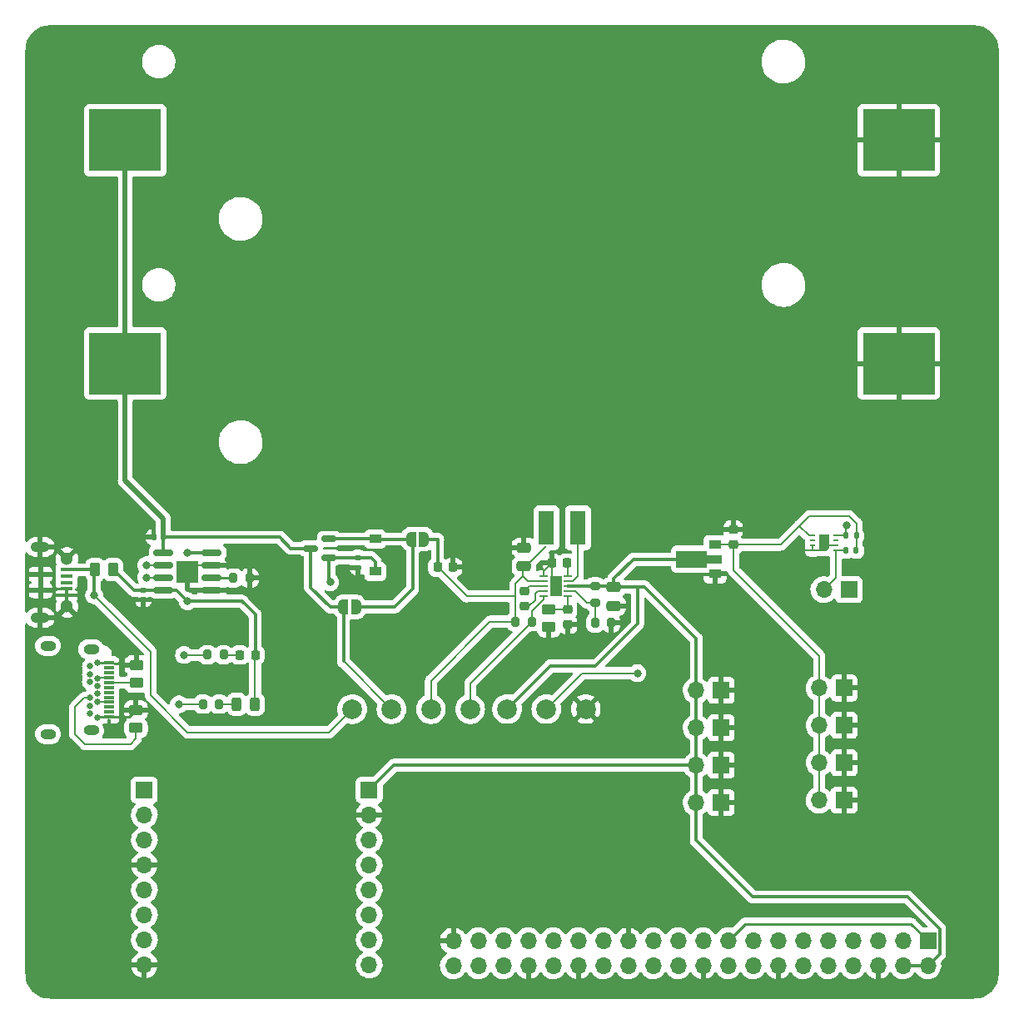
<source format=gbr>
%TF.GenerationSoftware,KiCad,Pcbnew,(6.0.8)*%
%TF.CreationDate,2023-04-19T22:42:55+02:00*%
%TF.ProjectId,Group22_Power,47726f75-7032-4325-9f50-6f7765722e6b,rev?*%
%TF.SameCoordinates,Original*%
%TF.FileFunction,Copper,L1,Top*%
%TF.FilePolarity,Positive*%
%FSLAX46Y46*%
G04 Gerber Fmt 4.6, Leading zero omitted, Abs format (unit mm)*
G04 Created by KiCad (PCBNEW (6.0.8)) date 2023-04-19 22:42:55*
%MOMM*%
%LPD*%
G01*
G04 APERTURE LIST*
G04 Aperture macros list*
%AMRoundRect*
0 Rectangle with rounded corners*
0 $1 Rounding radius*
0 $2 $3 $4 $5 $6 $7 $8 $9 X,Y pos of 4 corners*
0 Add a 4 corners polygon primitive as box body*
4,1,4,$2,$3,$4,$5,$6,$7,$8,$9,$2,$3,0*
0 Add four circle primitives for the rounded corners*
1,1,$1+$1,$2,$3*
1,1,$1+$1,$4,$5*
1,1,$1+$1,$6,$7*
1,1,$1+$1,$8,$9*
0 Add four rect primitives between the rounded corners*
20,1,$1+$1,$2,$3,$4,$5,0*
20,1,$1+$1,$4,$5,$6,$7,0*
20,1,$1+$1,$6,$7,$8,$9,0*
20,1,$1+$1,$8,$9,$2,$3,0*%
%AMFreePoly0*
4,1,9,3.862500,-0.866500,0.737500,-0.866500,0.737500,-0.450000,-0.737500,-0.450000,-0.737500,0.450000,0.737500,0.450000,0.737500,0.866500,3.862500,0.866500,3.862500,-0.866500,3.862500,-0.866500,$1*%
%AMFreePoly1*
4,1,22,0.500000,-0.750000,0.000000,-0.750000,0.000000,-0.745033,-0.079941,-0.743568,-0.215256,-0.701293,-0.333266,-0.622738,-0.424486,-0.514219,-0.481581,-0.384460,-0.499164,-0.250000,-0.500000,-0.250000,-0.500000,0.250000,-0.499164,0.250000,-0.499963,0.256109,-0.478152,0.396186,-0.417904,0.524511,-0.324060,0.630769,-0.204165,0.706417,-0.067858,0.745374,0.000000,0.744959,0.000000,0.750000,
0.500000,0.750000,0.500000,-0.750000,0.500000,-0.750000,$1*%
%AMFreePoly2*
4,1,20,0.000000,0.744959,0.073905,0.744508,0.209726,0.703889,0.328688,0.626782,0.421226,0.519385,0.479903,0.390333,0.500000,0.250000,0.500000,-0.250000,0.499851,-0.262216,0.476331,-0.402017,0.414519,-0.529596,0.319384,-0.634700,0.198574,-0.708877,0.061801,-0.746166,0.000000,-0.745033,0.000000,-0.750000,-0.500000,-0.750000,-0.500000,0.750000,0.000000,0.750000,0.000000,0.744959,
0.000000,0.744959,$1*%
%AMFreePoly3*
4,1,6,0.500000,-0.850000,-0.500000,-0.850000,-0.500000,0.550000,-0.200000,0.850000,0.500000,0.850000,0.500000,-0.850000,0.500000,-0.850000,$1*%
G04 Aperture macros list end*
%TA.AperFunction,ComponentPad*%
%ADD10R,1.700000X1.700000*%
%TD*%
%TA.AperFunction,ComponentPad*%
%ADD11O,1.700000X1.700000*%
%TD*%
%TA.AperFunction,SMDPad,CuDef*%
%ADD12RoundRect,0.135000X0.185000X-0.135000X0.185000X0.135000X-0.185000X0.135000X-0.185000X-0.135000X0*%
%TD*%
%TA.AperFunction,SMDPad,CuDef*%
%ADD13RoundRect,0.250000X-0.450000X0.262500X-0.450000X-0.262500X0.450000X-0.262500X0.450000X0.262500X0*%
%TD*%
%TA.AperFunction,SMDPad,CuDef*%
%ADD14C,2.000000*%
%TD*%
%TA.AperFunction,SMDPad,CuDef*%
%ADD15RoundRect,0.250000X-0.262500X-0.450000X0.262500X-0.450000X0.262500X0.450000X-0.262500X0.450000X0*%
%TD*%
%TA.AperFunction,SMDPad,CuDef*%
%ADD16R,1.300000X0.900000*%
%TD*%
%TA.AperFunction,SMDPad,CuDef*%
%ADD17FreePoly0,180.000000*%
%TD*%
%TA.AperFunction,SMDPad,CuDef*%
%ADD18RoundRect,0.140000X0.140000X0.170000X-0.140000X0.170000X-0.140000X-0.170000X0.140000X-0.170000X0*%
%TD*%
%TA.AperFunction,SMDPad,CuDef*%
%ADD19RoundRect,0.218750X-0.218750X-0.256250X0.218750X-0.256250X0.218750X0.256250X-0.218750X0.256250X0*%
%TD*%
%TA.AperFunction,SMDPad,CuDef*%
%ADD20RoundRect,0.250000X0.475000X-0.250000X0.475000X0.250000X-0.475000X0.250000X-0.475000X-0.250000X0*%
%TD*%
%TA.AperFunction,SMDPad,CuDef*%
%ADD21RoundRect,0.150000X0.587500X0.150000X-0.587500X0.150000X-0.587500X-0.150000X0.587500X-0.150000X0*%
%TD*%
%TA.AperFunction,SMDPad,CuDef*%
%ADD22R,7.340000X6.350000*%
%TD*%
%TA.AperFunction,SMDPad,CuDef*%
%ADD23RoundRect,0.200000X-0.200000X-0.275000X0.200000X-0.275000X0.200000X0.275000X-0.200000X0.275000X0*%
%TD*%
%TA.AperFunction,SMDPad,CuDef*%
%ADD24RoundRect,0.200000X-0.275000X0.200000X-0.275000X-0.200000X0.275000X-0.200000X0.275000X0.200000X0*%
%TD*%
%TA.AperFunction,SMDPad,CuDef*%
%ADD25RoundRect,0.140000X-0.170000X0.140000X-0.170000X-0.140000X0.170000X-0.140000X0.170000X0.140000X0*%
%TD*%
%TA.AperFunction,SMDPad,CuDef*%
%ADD26RoundRect,0.200000X0.200000X0.275000X-0.200000X0.275000X-0.200000X-0.275000X0.200000X-0.275000X0*%
%TD*%
%TA.AperFunction,ComponentPad*%
%ADD27O,1.600000X1.000000*%
%TD*%
%TA.AperFunction,SMDPad,CuDef*%
%ADD28R,1.100000X0.350000*%
%TD*%
%TA.AperFunction,ComponentPad*%
%ADD29C,0.650000*%
%TD*%
%TA.AperFunction,SMDPad,CuDef*%
%ADD30FreePoly1,0.000000*%
%TD*%
%TA.AperFunction,SMDPad,CuDef*%
%ADD31FreePoly2,0.000000*%
%TD*%
%TA.AperFunction,SMDPad,CuDef*%
%ADD32R,1.250000X0.400000*%
%TD*%
%TA.AperFunction,SMDPad,CuDef*%
%ADD33R,1.350000X0.600000*%
%TD*%
%TA.AperFunction,ComponentPad*%
%ADD34O,1.900000X1.070000*%
%TD*%
%TA.AperFunction,ComponentPad*%
%ADD35C,1.300000*%
%TD*%
%TA.AperFunction,SMDPad,CuDef*%
%ADD36RoundRect,0.225000X0.250000X-0.225000X0.250000X0.225000X-0.250000X0.225000X-0.250000X-0.225000X0*%
%TD*%
%TA.AperFunction,SMDPad,CuDef*%
%ADD37RoundRect,0.135000X0.135000X0.185000X-0.135000X0.185000X-0.135000X-0.185000X0.135000X-0.185000X0*%
%TD*%
%TA.AperFunction,SMDPad,CuDef*%
%ADD38RoundRect,0.225000X0.225000X0.250000X-0.225000X0.250000X-0.225000X-0.250000X0.225000X-0.250000X0*%
%TD*%
%TA.AperFunction,SMDPad,CuDef*%
%ADD39RoundRect,0.150000X0.825000X0.150000X-0.825000X0.150000X-0.825000X-0.150000X0.825000X-0.150000X0*%
%TD*%
%TA.AperFunction,SMDPad,CuDef*%
%ADD40R,2.300000X2.300000*%
%TD*%
%TA.AperFunction,SMDPad,CuDef*%
%ADD41R,1.200000X0.900000*%
%TD*%
%TA.AperFunction,SMDPad,CuDef*%
%ADD42RoundRect,0.225000X-0.225000X-0.250000X0.225000X-0.250000X0.225000X0.250000X-0.225000X0.250000X0*%
%TD*%
%TA.AperFunction,SMDPad,CuDef*%
%ADD43RoundRect,0.062500X-0.350000X-0.062500X0.350000X-0.062500X0.350000X0.062500X-0.350000X0.062500X0*%
%TD*%
%TA.AperFunction,SMDPad,CuDef*%
%ADD44R,1.200000X2.000000*%
%TD*%
%TA.AperFunction,SMDPad,CuDef*%
%ADD45R,1.600000X3.500000*%
%TD*%
%TA.AperFunction,SMDPad,CuDef*%
%ADD46RoundRect,0.243750X-0.243750X-0.456250X0.243750X-0.456250X0.243750X0.456250X-0.243750X0.456250X0*%
%TD*%
%TA.AperFunction,SMDPad,CuDef*%
%ADD47R,0.550000X0.250000*%
%TD*%
%TA.AperFunction,SMDPad,CuDef*%
%ADD48FreePoly3,180.000000*%
%TD*%
%TA.AperFunction,ViaPad*%
%ADD49C,0.800000*%
%TD*%
%TA.AperFunction,Conductor*%
%ADD50C,0.250000*%
%TD*%
%TA.AperFunction,Conductor*%
%ADD51C,0.200000*%
%TD*%
%TA.AperFunction,Conductor*%
%ADD52C,0.300000*%
%TD*%
%TA.AperFunction,Conductor*%
%ADD53C,0.500000*%
%TD*%
G04 APERTURE END LIST*
D10*
%TO.P,J1,1,Pin_1*%
%TO.N,/Sensors/SCL*%
X141500000Y-99500000D03*
D11*
%TO.P,J1,2,Pin_2*%
%TO.N,/Sensors/SDA*%
X138960000Y-99500000D03*
%TD*%
D12*
%TO.P,R12,1*%
%TO.N,GND*%
X91571574Y-97241058D03*
%TO.P,R12,2*%
%TO.N,/VoltageSupply/VUSB*%
X91571574Y-96221058D03*
%TD*%
D13*
%TO.P,R10,1*%
%TO.N,GND*%
X69000000Y-111743642D03*
%TO.P,R10,2*%
%TO.N,Net-(J8-PadB5)*%
X69000000Y-113568642D03*
%TD*%
D14*
%TO.P,TP3,1,1*%
%TO.N,/VoltageSupply/Power*%
X99000000Y-111656142D03*
%TD*%
D15*
%TO.P,R4,1*%
%TO.N,/VoltageSupply/VUSB*%
X64868257Y-97454584D03*
%TO.P,R4,2*%
%TO.N,Net-(C8-Pad1)*%
X66693257Y-97454584D03*
%TD*%
D14*
%TO.P,TP7,1,1*%
%TO.N,/VoltageSupply/Reg*%
X103000000Y-111656142D03*
%TD*%
D16*
%TO.P,U2,1,GND*%
%TO.N,GND*%
X127900000Y-97906142D03*
D17*
%TO.P,U2,2,VIN*%
%TO.N,/Microcontrollers/+5VReg*%
X127812500Y-96406142D03*
D16*
%TO.P,U2,3,VOUT*%
%TO.N,/Sensors/+3V3Reg*%
X127900000Y-94906142D03*
%TD*%
D10*
%TO.P,J12,1,Pin_1*%
%TO.N,GND*%
X128525000Y-121156142D03*
D11*
%TO.P,J12,2,Pin_2*%
%TO.N,/Microcontrollers/+5VReg*%
X125985000Y-121156142D03*
%TD*%
D18*
%TO.P,C9,1*%
%TO.N,/VoltageSupply/Bat+*%
X71780000Y-94166142D03*
%TO.P,C9,2*%
%TO.N,GND*%
X70820000Y-94166142D03*
%TD*%
D19*
%TO.P,D3,1,K*%
%TO.N,Net-(D3-Pad1)*%
X79558813Y-106136880D03*
%TO.P,D3,2,A*%
%TO.N,Net-(C8-Pad1)*%
X81133813Y-106136880D03*
%TD*%
D20*
%TO.P,C1,1*%
%TO.N,/VoltageSupply/Power*%
X108448019Y-97130404D03*
%TO.P,C1,2*%
%TO.N,GND*%
X108448019Y-95230404D03*
%TD*%
D14*
%TO.P,TP2,1,1*%
%TO.N,/VoltageSupply/Bat+*%
X95000000Y-111656142D03*
%TD*%
%TO.P,TP5,1,1*%
%TO.N,/Sensors/+3V3Reg*%
X110750000Y-111632996D03*
%TD*%
D21*
%TO.P,Q1,1,G*%
%TO.N,/VoltageSupply/VUSB*%
X88640663Y-96247117D03*
%TO.P,Q1,2,S*%
%TO.N,Net-(D4-Pad1)*%
X88640663Y-94347117D03*
%TO.P,Q1,3,D*%
%TO.N,/VoltageSupply/Bat+*%
X86765663Y-95297117D03*
%TD*%
D20*
%TO.P,C5,1*%
%TO.N,GND*%
X117600926Y-101129746D03*
%TO.P,C5,2*%
%TO.N,/Microcontrollers/+5VReg*%
X117600926Y-99229746D03*
%TD*%
D22*
%TO.P,BT1,1,+*%
%TO.N,/VoltageSupply/Bat+*%
X67920000Y-53790000D03*
%TO.P,BT1,2,-*%
%TO.N,GND*%
X146580000Y-53790000D03*
%TD*%
D23*
%TO.P,R7,1*%
%TO.N,Net-(R7-Pad1)*%
X78925000Y-98318161D03*
%TO.P,R7,2*%
%TO.N,GND*%
X80575000Y-98318161D03*
%TD*%
D24*
%TO.P,R2,1*%
%TO.N,/Microcontrollers/+5VReg*%
X115710100Y-99154559D03*
%TO.P,R2,2*%
%TO.N,Net-(R2-Pad2)*%
X115710100Y-100804559D03*
%TD*%
D25*
%TO.P,C8,1*%
%TO.N,Net-(C8-Pad1)*%
X69750812Y-99564799D03*
%TO.P,C8,2*%
%TO.N,GND*%
X69750812Y-100524799D03*
%TD*%
D26*
%TO.P,R13,1*%
%TO.N,/VoltageSupply/Reg*%
X109273725Y-102750000D03*
%TO.P,R13,2*%
%TO.N,/VoltageSupply/Power*%
X107623725Y-102750000D03*
%TD*%
D27*
%TO.P,J8,25*%
%TO.N,N/C*%
X60060000Y-114186315D03*
X64450000Y-113826315D03*
X64450000Y-105566315D03*
X60060000Y-105206315D03*
D28*
%TO.P,J8,A1,GND*%
%TO.N,GND*%
X66250000Y-106946315D03*
%TO.P,J8,A2,TX1+*%
%TO.N,unconnected-(J8-PadA2)*%
X66250000Y-107446315D03*
%TO.P,J8,A3,TX1-*%
%TO.N,unconnected-(J8-PadA3)*%
X66250000Y-107946315D03*
%TO.P,J8,A4,VBUS*%
%TO.N,/VoltageSupply/VUSB*%
X66250000Y-108446315D03*
%TO.P,J8,A5,CC1*%
%TO.N,Net-(J8-PadA5)*%
X66250000Y-108946315D03*
%TO.P,J8,A6,D+*%
%TO.N,unconnected-(J8-PadA6)*%
X66250000Y-109446315D03*
%TO.P,J8,A7,D-*%
%TO.N,unconnected-(J8-PadA7)*%
X66250000Y-109946315D03*
%TO.P,J8,A8,SBU1*%
%TO.N,unconnected-(J8-PadA8)*%
X66250000Y-110446315D03*
%TO.P,J8,A9,VBUS*%
%TO.N,/VoltageSupply/VUSB*%
X66250000Y-110946315D03*
%TO.P,J8,A10,RX2-*%
%TO.N,unconnected-(J8-PadA10)*%
X66250000Y-111446315D03*
%TO.P,J8,A11,RX2+*%
%TO.N,unconnected-(J8-PadA11)*%
X66250000Y-111946315D03*
%TO.P,J8,A12,GND*%
%TO.N,GND*%
X66250000Y-112446315D03*
D29*
%TO.P,J8,B1,GND*%
X65050000Y-112496315D03*
%TO.P,J8,B2,TX2+*%
%TO.N,unconnected-(J8-PadB2)*%
X64350000Y-112096315D03*
%TO.P,J8,B3,TX2-*%
%TO.N,unconnected-(J8-PadB3)*%
X64350000Y-111296315D03*
%TO.P,J8,B4,VBUS*%
%TO.N,/VoltageSupply/VUSB*%
X65050000Y-110896315D03*
%TO.P,J8,B5,CC2*%
%TO.N,Net-(J8-PadB5)*%
X64350000Y-110496315D03*
%TO.P,J8,B6,D+*%
%TO.N,unconnected-(J8-PadB6)*%
X65050000Y-110096315D03*
%TO.P,J8,B7,D-*%
%TO.N,unconnected-(J8-PadB7)*%
X65050000Y-109296315D03*
%TO.P,J8,B8,SBU2*%
%TO.N,unconnected-(J8-PadB8)*%
X64350000Y-108896315D03*
%TO.P,J8,B9,VBUS*%
%TO.N,/VoltageSupply/VUSB*%
X65050000Y-108496315D03*
%TO.P,J8,B10,RX1-*%
%TO.N,unconnected-(J8-PadB10)*%
X64350000Y-108096315D03*
%TO.P,J8,B11,RX1+*%
%TO.N,unconnected-(J8-PadB11)*%
X64350000Y-107296315D03*
%TO.P,J8,B12,GND*%
%TO.N,GND*%
X65050000Y-106896315D03*
%TD*%
D26*
%TO.P,R5,1*%
%TO.N,Net-(D2-Pad1)*%
X77472500Y-111141142D03*
%TO.P,R5,2*%
%TO.N,Net-(R5-Pad2)*%
X75822500Y-111141142D03*
%TD*%
D14*
%TO.P,TP6,1,1*%
%TO.N,GND*%
X114750000Y-111632996D03*
%TD*%
D30*
%TO.P,JP1,1,A*%
%TO.N,/VoltageSupply/Bat+*%
X90100000Y-101250000D03*
D31*
%TO.P,JP1,2,B*%
%TO.N,Net-(D4-Pad1)*%
X91400000Y-101250000D03*
%TD*%
D32*
%TO.P,J3,1,VDD*%
%TO.N,/VoltageSupply/VUSB*%
X61950636Y-97461938D03*
%TO.P,J3,2,D-*%
%TO.N,unconnected-(J3-Pad2)*%
X61950636Y-98111938D03*
%TO.P,J3,3,D+*%
%TO.N,unconnected-(J3-Pad3)*%
X61950636Y-98761938D03*
%TO.P,J3,4,ID*%
%TO.N,GND*%
X61950636Y-99411938D03*
%TO.P,J3,5,GND*%
X61950636Y-100061938D03*
D33*
%TO.P,J3,6*%
X59300636Y-99561938D03*
D34*
X59275636Y-95161938D03*
D33*
X59300636Y-97961938D03*
D35*
X61975636Y-101186938D03*
X61975636Y-96336938D03*
D34*
X59275636Y-102361938D03*
%TD*%
D36*
%TO.P,C7,1*%
%TO.N,/Sensors/+3V3Reg*%
X129750000Y-94931142D03*
%TO.P,C7,2*%
%TO.N,GND*%
X129750000Y-93381142D03*
%TD*%
%TO.P,C2,1*%
%TO.N,GND*%
X112905423Y-103050685D03*
%TO.P,C2,2*%
%TO.N,Net-(C2-Pad2)*%
X112905423Y-101500685D03*
%TD*%
D37*
%TO.P,R9,1*%
%TO.N,/Sensors/+3V3Reg*%
X142260000Y-94009432D03*
%TO.P,R9,2*%
%TO.N,/Sensors/SCL*%
X141240000Y-94009432D03*
%TD*%
D22*
%TO.P,BT2,1,+*%
%TO.N,/VoltageSupply/Bat+*%
X67920000Y-76500000D03*
%TO.P,BT2,2,-*%
%TO.N,GND*%
X146580000Y-76500000D03*
%TD*%
D10*
%TO.P,J15,1,Pin_1*%
%TO.N,GND*%
X141025000Y-117106142D03*
D11*
%TO.P,J15,2,Pin_2*%
%TO.N,/Sensors/+3V3Reg*%
X138485000Y-117106142D03*
%TD*%
D38*
%TO.P,C4,1*%
%TO.N,Net-(C4-Pad1)*%
X112869018Y-96797165D03*
%TO.P,C4,2*%
%TO.N,GND*%
X111319018Y-96797165D03*
%TD*%
D39*
%TO.P,U4,1,TEMP*%
%TO.N,GND*%
X76725000Y-99561142D03*
%TO.P,U4,2,PROG*%
%TO.N,Net-(R7-Pad1)*%
X76725000Y-98291142D03*
%TO.P,U4,3,GND*%
%TO.N,GND*%
X76725000Y-97021142D03*
%TO.P,U4,4,Vcc*%
%TO.N,Net-(C8-Pad1)*%
X76725000Y-95751142D03*
%TO.P,U4,5,BAT*%
%TO.N,/VoltageSupply/Bat+*%
X71775000Y-95751142D03*
%TO.P,U4,6,STDBY*%
%TO.N,Net-(R5-Pad2)*%
X71775000Y-97021142D03*
%TO.P,U4,7,CHRG*%
%TO.N,Net-(R6-Pad2)*%
X71775000Y-98291142D03*
%TO.P,U4,8,CE*%
%TO.N,Net-(C8-Pad1)*%
X71775000Y-99561142D03*
D40*
%TO.P,U4,9,EP*%
%TO.N,GND*%
X74250000Y-97656142D03*
%TD*%
D14*
%TO.P,TP1,1,1*%
%TO.N,/VoltageSupply/VUSB*%
X91000000Y-111656142D03*
%TD*%
D41*
%TO.P,D4,1,K*%
%TO.N,Net-(D4-Pad1)*%
X93329492Y-94345300D03*
%TO.P,D4,2,A*%
%TO.N,/VoltageSupply/VUSB*%
X93329492Y-97645300D03*
%TD*%
D42*
%TO.P,C6,1*%
%TO.N,/VoltageSupply/Power*%
X99686631Y-97230718D03*
%TO.P,C6,2*%
%TO.N,GND*%
X101236631Y-97230718D03*
%TD*%
D43*
%TO.P,U1,1,GND*%
%TO.N,GND*%
X110485519Y-98155075D03*
%TO.P,U1,2,VIN*%
%TO.N,/VoltageSupply/Power*%
X110485519Y-98655075D03*
%TO.P,U1,3,CP2*%
%TO.N,Net-(C3-Pad2)*%
X110485519Y-99155075D03*
%TO.P,U1,4,CP1*%
%TO.N,Net-(C3-Pad1)*%
X110485519Y-99655075D03*
%TO.P,U1,5,EN*%
%TO.N,/VoltageSupply/Reg*%
X110485519Y-100155075D03*
%TO.P,U1,6,SS*%
%TO.N,Net-(C2-Pad2)*%
X112910519Y-100155075D03*
%TO.P,U1,7,FB*%
%TO.N,Net-(R2-Pad2)*%
X112910519Y-99655075D03*
%TO.P,U1,8,OUT*%
%TO.N,/Microcontrollers/+5VReg*%
X112910519Y-99155075D03*
%TO.P,U1,9,SW*%
%TO.N,Net-(L1-Pad2)*%
X112910519Y-98655075D03*
%TO.P,U1,10,VOUT*%
%TO.N,Net-(C4-Pad1)*%
X112910519Y-98155075D03*
D44*
%TO.P,U1,11,PGND*%
%TO.N,GND*%
X111698019Y-99155075D03*
%TD*%
D23*
%TO.P,R3,1*%
%TO.N,Net-(R2-Pad2)*%
X115696264Y-102880355D03*
%TO.P,R3,2*%
%TO.N,GND*%
X117346264Y-102880355D03*
%TD*%
D10*
%TO.P,J14,1,Pin_1*%
%TO.N,GND*%
X141025000Y-113306142D03*
D11*
%TO.P,J14,2,Pin_2*%
%TO.N,/Sensors/+3V3Reg*%
X138485000Y-113306142D03*
%TD*%
D10*
%TO.P,J16,1,Pin_1*%
%TO.N,GND*%
X141012716Y-120906142D03*
D11*
%TO.P,J16,2,Pin_2*%
%TO.N,/Sensors/+3V3Reg*%
X138472716Y-120906142D03*
%TD*%
D10*
%TO.P,J11,1,Pin_1*%
%TO.N,GND*%
X128525000Y-117356142D03*
D11*
%TO.P,J11,2,Pin_2*%
%TO.N,/Microcontrollers/+5VReg*%
X125985000Y-117356142D03*
%TD*%
D26*
%TO.P,R6,1*%
%TO.N,Net-(D3-Pad1)*%
X77921313Y-106121340D03*
%TO.P,R6,2*%
%TO.N,Net-(R6-Pad2)*%
X76271313Y-106121340D03*
%TD*%
D36*
%TO.P,C3,1*%
%TO.N,Net-(C3-Pad1)*%
X108538762Y-101207441D03*
%TO.P,C3,2*%
%TO.N,Net-(C3-Pad2)*%
X108538762Y-99657441D03*
%TD*%
D45*
%TO.P,L1,1,1*%
%TO.N,/VoltageSupply/Power*%
X110749862Y-93210018D03*
%TO.P,L1,2,2*%
%TO.N,Net-(L1-Pad2)*%
X113949862Y-93210018D03*
%TD*%
D37*
%TO.P,R8,1*%
%TO.N,/Sensors/+3V3Reg*%
X142248711Y-95522068D03*
%TO.P,R8,2*%
%TO.N,/Sensors/SDA*%
X141228711Y-95522068D03*
%TD*%
D30*
%TO.P,JP2,1,A*%
%TO.N,Net-(D4-Pad1)*%
X96998905Y-94359409D03*
D31*
%TO.P,JP2,2,B*%
%TO.N,/VoltageSupply/Power*%
X98298905Y-94359409D03*
%TD*%
D10*
%TO.P,J13,1,Pin_1*%
%TO.N,GND*%
X141025000Y-109506142D03*
D11*
%TO.P,J13,2,Pin_2*%
%TO.N,/Sensors/+3V3Reg*%
X138485000Y-109506142D03*
%TD*%
D13*
%TO.P,R1,1*%
%TO.N,Net-(C2-Pad2)*%
X111000000Y-101500000D03*
%TO.P,R1,2*%
%TO.N,GND*%
X111000000Y-103325000D03*
%TD*%
D10*
%TO.P,J9,1,Pin_1*%
%TO.N,GND*%
X128525000Y-109756142D03*
D11*
%TO.P,J9,2,Pin_2*%
%TO.N,/Microcontrollers/+5VReg*%
X125985000Y-109756142D03*
%TD*%
D10*
%TO.P,J10,1,Pin_1*%
%TO.N,GND*%
X128525000Y-113556142D03*
D11*
%TO.P,J10,2,Pin_2*%
%TO.N,/Microcontrollers/+5VReg*%
X125985000Y-113556142D03*
%TD*%
D14*
%TO.P,TP4,1,1*%
%TO.N,/Microcontrollers/+5VReg*%
X106750000Y-111632996D03*
%TD*%
D46*
%TO.P,D2,1,K*%
%TO.N,Net-(D2-Pad1)*%
X79250000Y-111156142D03*
%TO.P,D2,2,A*%
%TO.N,Net-(C8-Pad1)*%
X81125000Y-111156142D03*
%TD*%
D13*
%TO.P,R11,1*%
%TO.N,GND*%
X69055645Y-107160579D03*
%TO.P,R11,2*%
%TO.N,Net-(J8-PadA5)*%
X69055645Y-108985579D03*
%TD*%
D47*
%TO.P,U5,1,SDA*%
%TO.N,/Sensors/SDA*%
X140175000Y-95500000D03*
%TO.P,U5,2,ADDR*%
%TO.N,GND*%
X140175000Y-95000000D03*
%TO.P,U5,3,ALERT*%
%TO.N,unconnected-(U5-Pad3)*%
X140175000Y-94500000D03*
%TO.P,U5,4,SCL*%
%TO.N,/Sensors/SCL*%
X140175000Y-94000000D03*
%TO.P,U5,5,VDD*%
%TO.N,/Sensors/+3V3Reg*%
X137825000Y-94000000D03*
%TO.P,U5,6,~{RESET}*%
%TO.N,unconnected-(U5-Pad6)*%
X137825000Y-94500000D03*
%TO.P,U5,7,R*%
%TO.N,GND*%
X137825000Y-95000000D03*
%TO.P,U5,8,VSS*%
X137825000Y-95500000D03*
D48*
%TO.P,U5,9,PGND*%
X139000000Y-94750000D03*
%TD*%
D10*
%TO.P,J4,1,Pin_1*%
%TO.N,/Microcontrollers/+5VReg*%
X92725000Y-119875000D03*
D11*
%TO.P,J4,2,Pin_2*%
%TO.N,GND*%
X92725000Y-122415000D03*
%TO.P,J4,3,Pin_3*%
%TO.N,/Microcontrollers/GPIO12*%
X92725000Y-124955000D03*
%TO.P,J4,4,Pin_4*%
%TO.N,/Microcontrollers/GPIO13*%
X92725000Y-127495000D03*
%TO.P,J4,5,Pin_5*%
%TO.N,/Microcontrollers/GPIO15*%
X92725000Y-130035000D03*
%TO.P,J4,6,Pin_6*%
%TO.N,/Microcontrollers/GPIO14*%
X92725000Y-132575000D03*
%TO.P,J4,7,Pin_7*%
%TO.N,/Microcontrollers/GPIO2*%
X92725000Y-135115000D03*
%TO.P,J4,8,Pin_8*%
%TO.N,/Microcontrollers/GPIO4*%
X92725000Y-137655000D03*
%TD*%
D10*
%TO.P,J7,1,Pin_1*%
%TO.N,/Microcontrollers/+3V3*%
X149540000Y-135210000D03*
D11*
%TO.P,J7,2,Pin_2*%
%TO.N,/Microcontrollers/+5VReg*%
X149540000Y-137750000D03*
%TO.P,J7,3,Pin_3*%
%TO.N,/Microcontrollers/GPIO[2]{slash}SDA1*%
X147000000Y-135210000D03*
%TO.P,J7,4,Pin_4*%
%TO.N,/Microcontrollers/+5VReg*%
X147000000Y-137750000D03*
%TO.P,J7,5,Pin_5*%
%TO.N,/Microcontrollers/GPIO[3]{slash}SCL1*%
X144460000Y-135210000D03*
%TO.P,J7,6,Pin_6*%
%TO.N,GND*%
X144460000Y-137750000D03*
%TO.P,J7,7,Pin_7*%
%TO.N,/Microcontrollers/GPIO[4]{slash}GPCLK0*%
X141920000Y-135210000D03*
%TO.P,J7,8,Pin_8*%
%TO.N,/Microcontrollers/GPIO[14]{slash}TXD0*%
X141920000Y-137750000D03*
%TO.P,J7,9,Pin_9*%
%TO.N,GND*%
X139380000Y-135210000D03*
%TO.P,J7,10,Pin_10*%
%TO.N,/Microcontrollers/GPIO[15]{slash}RXD0*%
X139380000Y-137750000D03*
%TO.P,J7,11,Pin_11*%
%TO.N,/Microcontrollers/GPIO[17]*%
X136840000Y-135210000D03*
%TO.P,J7,12,Pin_12*%
%TO.N,/Microcontrollers/GPIO[18]{slash}PCM.CLK*%
X136840000Y-137750000D03*
%TO.P,J7,13,Pin_13*%
%TO.N,/Microcontrollers/GPIO[27]*%
X134300000Y-135210000D03*
%TO.P,J7,14,Pin_14*%
%TO.N,GND*%
X134300000Y-137750000D03*
%TO.P,J7,15,Pin_15*%
%TO.N,/Microcontrollers/GPIO[22]*%
X131760000Y-135210000D03*
%TO.P,J7,16,Pin_16*%
%TO.N,/Microcontrollers/GPIO[23]*%
X131760000Y-137750000D03*
%TO.P,J7,17,Pin_17*%
%TO.N,/Microcontrollers/+3V3*%
X129220000Y-135210000D03*
%TO.P,J7,18,Pin_18*%
%TO.N,/Microcontrollers/GPIO[24]*%
X129220000Y-137750000D03*
%TO.P,J7,19,Pin_19*%
%TO.N,/Microcontrollers/GPIO[10]{slash}SPI0.MOSI*%
X126680000Y-135210000D03*
%TO.P,J7,20,Pin_20*%
%TO.N,GND*%
X126680000Y-137750000D03*
%TO.P,J7,21,Pin_21*%
%TO.N,/Microcontrollers/GPIO[9]{slash}SPI0.MISO*%
X124140000Y-135210000D03*
%TO.P,J7,22,Pin_22*%
%TO.N,/Microcontrollers/GPIO[25]*%
X124140000Y-137750000D03*
%TO.P,J7,23,Pin_23*%
%TO.N,/Microcontrollers/GPIO[11]{slash}SPI0.SCLK*%
X121600000Y-135210000D03*
%TO.P,J7,24,Pin_24*%
%TO.N,/Microcontrollers/GPIO[8]{slash}SPI0.CE0*%
X121600000Y-137750000D03*
%TO.P,J7,25,Pin_25*%
%TO.N,GND*%
X119060000Y-135210000D03*
%TO.P,J7,26,Pin_26*%
%TO.N,/Microcontrollers/GPIO[7]{slash}SPI0.CE1*%
X119060000Y-137750000D03*
%TO.P,J7,27,Pin_27*%
%TO.N,/Microcontrollers/ID_SDA*%
X116520000Y-135210000D03*
%TO.P,J7,28,Pin_28*%
%TO.N,/Microcontrollers/ID_SCL*%
X116520000Y-137750000D03*
%TO.P,J7,29,Pin_29*%
%TO.N,/Microcontrollers/GPIO[5]*%
X113980000Y-135210000D03*
%TO.P,J7,30,Pin_30*%
%TO.N,GND*%
X113980000Y-137750000D03*
%TO.P,J7,31,Pin_31*%
%TO.N,/Microcontrollers/GPIO[6]*%
X111440000Y-135210000D03*
%TO.P,J7,32,Pin_32*%
%TO.N,/Microcontrollers/GPIO[12]{slash}PWM0*%
X111440000Y-137750000D03*
%TO.P,J7,33,Pin_33*%
%TO.N,/Microcontrollers/GPIO[13]{slash}PWM1*%
X108900000Y-135210000D03*
%TO.P,J7,34,Pin_34*%
%TO.N,GND*%
X108900000Y-137750000D03*
%TO.P,J7,35,Pin_35*%
%TO.N,/Microcontrollers/GPIO[19]{slash}PCM.FS*%
X106360000Y-135210000D03*
%TO.P,J7,36,Pin_36*%
%TO.N,/Microcontrollers/GPIO[16]*%
X106360000Y-137750000D03*
%TO.P,J7,37,Pin_37*%
%TO.N,/Microcontrollers/GPIO26*%
X103820000Y-135210000D03*
%TO.P,J7,38,Pin_38*%
%TO.N,/Microcontrollers/GPIO[20]{slash}PCM.DIN*%
X103820000Y-137750000D03*
%TO.P,J7,39,Pin_39*%
%TO.N,GND*%
X101280000Y-135210000D03*
%TO.P,J7,40,Pin_40*%
%TO.N,/Microcontrollers/GPIO[21]{slash}PCM.DOUT*%
X101280000Y-137750000D03*
%TD*%
D10*
%TO.P,J5,1,Pin_1*%
%TO.N,/Microcontrollers/3.3V*%
X69859465Y-119875000D03*
D11*
%TO.P,J5,2,Pin_2*%
%TO.N,/Microcontrollers/GPIO16*%
X69859465Y-122415000D03*
%TO.P,J5,3,Pin_3*%
%TO.N,/Microcontrollers/GPIO0*%
X69859465Y-124955000D03*
%TO.P,J5,4,Pin_4*%
%TO.N,GND*%
X69859465Y-127495000D03*
%TO.P,J5,5,Pin_5*%
%TO.N,/Microcontrollers/3.3V{slash}5V*%
X69859465Y-130035000D03*
%TO.P,J5,6,Pin_6*%
%TO.N,/Microcontrollers/GPIO3*%
X69859465Y-132575000D03*
%TO.P,J5,7,Pin_7*%
%TO.N,/Microcontrollers/GPIO1*%
X69859465Y-135115000D03*
%TO.P,J5,8,Pin_8*%
%TO.N,GND*%
X69859465Y-137655000D03*
%TD*%
D49*
%TO.N,GND*%
X136000000Y-95500000D03*
X95250000Y-96000000D03*
%TO.N,/Sensors/SCL*%
X141249610Y-92962962D03*
%TO.N,Net-(C8-Pad1)*%
X74250000Y-95751142D03*
X74251203Y-100675273D03*
%TO.N,/VoltageSupply/VUSB*%
X64750000Y-100056142D03*
X88750000Y-98750000D03*
%TO.N,Net-(R5-Pad2)*%
X70067569Y-97016142D03*
X73385000Y-111156142D03*
%TO.N,Net-(R6-Pad2)*%
X70050000Y-98266142D03*
X73896313Y-106142095D03*
%TO.N,/Sensors/+3V3Reg*%
X120000000Y-108000000D03*
%TD*%
D50*
%TO.N,GND*%
X69055645Y-107160579D02*
X68891381Y-106996315D01*
X68891381Y-106996315D02*
X66750000Y-106996315D01*
D51*
X111319018Y-96797165D02*
X111350926Y-96829073D01*
X111350926Y-98807982D02*
X111698019Y-99155075D01*
D50*
X59450636Y-99411938D02*
X59300636Y-99561938D01*
X66200000Y-106896315D02*
X66250000Y-106946315D01*
D51*
X137825000Y-95000000D02*
X137825000Y-95500000D01*
X140175000Y-95000000D02*
X139250000Y-95000000D01*
X111350926Y-96829073D02*
X111350926Y-98807982D01*
D50*
X61950636Y-101161938D02*
X61975636Y-101186938D01*
X66250000Y-112446315D02*
X65100000Y-112446315D01*
X61950636Y-99411938D02*
X59450636Y-99411938D01*
X65100000Y-112446315D02*
X65050000Y-112496315D01*
D51*
X137825000Y-95500000D02*
X138500000Y-95500000D01*
X76725000Y-97021142D02*
X75206203Y-97021142D01*
D50*
X68297327Y-112446315D02*
X69000000Y-111743642D01*
D51*
X110485519Y-97630664D02*
X111319018Y-96797165D01*
D50*
X61950636Y-99411938D02*
X61950636Y-101161938D01*
D51*
X110485519Y-98155075D02*
X110485519Y-97630664D01*
D50*
X66250000Y-112446315D02*
X68297327Y-112446315D01*
X65050000Y-106896315D02*
X66200000Y-106896315D01*
D51*
X137825000Y-95500000D02*
X136000000Y-95500000D01*
%TO.N,/Sensors/SCL*%
X140175000Y-94000000D02*
X141230568Y-94000000D01*
X141240000Y-94027428D02*
X141240000Y-92972572D01*
X141240000Y-92972572D02*
X141249610Y-92962962D01*
%TO.N,/Sensors/SDA*%
X140175000Y-95500000D02*
X141206643Y-95500000D01*
X140175000Y-98310000D02*
X138985000Y-99500000D01*
X140175000Y-95500000D02*
X140175000Y-98310000D01*
%TO.N,Net-(L1-Pad2)*%
X113949862Y-93210018D02*
X113949862Y-98153232D01*
X113448019Y-98655075D02*
X112910519Y-98655075D01*
X113949862Y-98153232D02*
X113448019Y-98655075D01*
%TO.N,Net-(C2-Pad2)*%
X111000000Y-101500000D02*
X112897450Y-101500000D01*
X112910519Y-101486931D02*
X112901043Y-101496407D01*
X112897450Y-101500000D02*
X112901043Y-101496407D01*
X112910519Y-100155075D02*
X112910519Y-101486931D01*
%TO.N,Net-(C3-Pad2)*%
X110485519Y-99155075D02*
X109041128Y-99155075D01*
X109041128Y-99155075D02*
X108538762Y-99657441D01*
%TO.N,Net-(C3-Pad1)*%
X109600926Y-99929746D02*
X109875597Y-99655075D01*
X108538762Y-101207441D02*
X108933305Y-101207441D01*
X109875597Y-99655075D02*
X110485519Y-99655075D01*
X109600926Y-100539820D02*
X109600926Y-99929746D01*
X108933305Y-101207441D02*
X109600926Y-100539820D01*
%TO.N,Net-(C4-Pad1)*%
X112913925Y-96797561D02*
X112913925Y-98151669D01*
X112913925Y-98151669D02*
X112910519Y-98155075D01*
D52*
%TO.N,Net-(C8-Pad1)*%
X73155000Y-99579070D02*
X74251203Y-100675273D01*
X81133813Y-102042344D02*
X81133813Y-106136880D01*
X79766743Y-100675273D02*
X80045735Y-100954265D01*
X71775000Y-99561142D02*
X68799815Y-99561142D01*
X74251203Y-100675273D02*
X79766743Y-100675273D01*
D51*
X81125000Y-111156142D02*
X81125000Y-106145693D01*
D52*
X73155000Y-99561142D02*
X73155000Y-99579070D01*
X76725000Y-95751142D02*
X74250000Y-95751142D01*
X68799815Y-99561142D02*
X66693257Y-97454584D01*
X80045735Y-100954265D02*
X81133813Y-102042344D01*
X73155000Y-99561142D02*
X71775000Y-99561142D01*
X79782728Y-100691259D02*
X80045735Y-100954265D01*
D51*
%TO.N,Net-(D2-Pad1)*%
X77472500Y-111141142D02*
X79235000Y-111141142D01*
X79235000Y-111141142D02*
X79250000Y-111156142D01*
%TO.N,Net-(D3-Pad1)*%
X77936853Y-106136880D02*
X77921313Y-106121340D01*
X79558813Y-106136880D02*
X77936853Y-106136880D01*
D52*
%TO.N,/VoltageSupply/VUSB*%
X64750000Y-97572841D02*
X64868257Y-97454584D01*
D51*
X88656142Y-114000000D02*
X74250000Y-114000000D01*
X66250000Y-110946315D02*
X65100000Y-110946315D01*
X74250000Y-114000000D02*
X70500000Y-110250000D01*
D52*
X93329492Y-97645300D02*
X93329492Y-96673446D01*
X93329492Y-96673446D02*
X92903163Y-96247117D01*
D51*
X70500000Y-110250000D02*
X70500000Y-105806142D01*
X65100000Y-110946315D02*
X65050000Y-110896315D01*
D52*
X61975000Y-97471142D02*
X64851699Y-97471142D01*
D51*
X65100000Y-108446315D02*
X65050000Y-108496315D01*
X70500000Y-105806142D02*
X64750000Y-100056142D01*
D52*
X88640663Y-98640663D02*
X88750000Y-98750000D01*
X88640663Y-96247117D02*
X88640663Y-98640663D01*
X92903163Y-96247117D02*
X88640663Y-96247117D01*
X64851699Y-97471142D02*
X64868257Y-97454584D01*
X64750000Y-100056142D02*
X64750000Y-97572841D01*
D51*
X91000000Y-111656142D02*
X88656142Y-114000000D01*
X66250000Y-108446315D02*
X65100000Y-108446315D01*
%TO.N,Net-(R5-Pad2)*%
X73385000Y-111156142D02*
X75807500Y-111156142D01*
X70067569Y-97016142D02*
X71770000Y-97016142D01*
X71770000Y-97016142D02*
X71775000Y-97021142D01*
%TO.N,Net-(R6-Pad2)*%
X76250558Y-106142095D02*
X76271313Y-106121340D01*
X70050000Y-98266142D02*
X71750000Y-98266142D01*
X73896313Y-106142095D02*
X76250558Y-106142095D01*
D50*
%TO.N,Net-(R7-Pad1)*%
X78897981Y-98291142D02*
X78925000Y-98318161D01*
X76725000Y-98291142D02*
X78897981Y-98291142D01*
D52*
%TO.N,Net-(D4-Pad1)*%
X97138845Y-99424927D02*
X95302791Y-101260981D01*
X95302791Y-101260981D02*
X91410981Y-101260981D01*
X91410981Y-101260981D02*
X91400000Y-101250000D01*
X97138845Y-94358028D02*
X97138845Y-99424927D01*
X88642480Y-94345300D02*
X93329492Y-94345300D01*
X88640663Y-94347117D02*
X88642480Y-94345300D01*
X93329492Y-94345300D02*
X93342220Y-94358028D01*
X93342220Y-94358028D02*
X97138845Y-94358028D01*
D53*
%TO.N,/VoltageSupply/Bat+*%
X67920000Y-53790000D02*
X67920000Y-76500000D01*
X67920000Y-88420000D02*
X71780000Y-92280000D01*
D52*
X71775000Y-95751142D02*
X71775000Y-94343606D01*
X90113845Y-101260981D02*
X90113845Y-106769987D01*
X84765394Y-95299876D02*
X86762904Y-95299876D01*
D53*
X71780000Y-92280000D02*
X71780000Y-94166142D01*
D52*
X86765663Y-95297117D02*
X86765663Y-99265663D01*
X86765663Y-99265663D02*
X88750000Y-101250000D01*
D51*
X95000000Y-111656142D02*
X90113845Y-106769987D01*
D52*
X83631660Y-94166142D02*
X84765394Y-95299876D01*
X71780000Y-94166142D02*
X83631660Y-94166142D01*
D53*
X67920000Y-76500000D02*
X67920000Y-88420000D01*
D52*
X88750000Y-101250000D02*
X90100000Y-101250000D01*
X86762904Y-95299876D02*
X86765663Y-95297117D01*
D51*
%TO.N,/VoltageSupply/Power*%
X99000000Y-108750000D02*
X105000000Y-102750000D01*
X106253370Y-100179452D02*
X107600926Y-100179452D01*
X99000000Y-111656142D02*
X99000000Y-108750000D01*
X105000000Y-102750000D02*
X107623725Y-102750000D01*
X106250000Y-100176082D02*
X102651823Y-100176082D01*
X110485519Y-98655075D02*
X108897456Y-98655075D01*
X110749862Y-95057459D02*
X108676917Y-97130404D01*
X108897456Y-98655075D02*
X108384161Y-98141780D01*
X107600926Y-102727201D02*
X107623725Y-102750000D01*
X102641909Y-100185996D02*
X99686631Y-97230718D01*
D52*
X99689468Y-94391837D02*
X99657040Y-94359409D01*
D51*
X107600926Y-98925015D02*
X107600926Y-100179452D01*
X108676917Y-97130404D02*
X108448019Y-97130404D01*
D52*
X99684935Y-97255377D02*
X99684935Y-94396370D01*
D51*
X108384161Y-97194262D02*
X108448019Y-97130404D01*
X108384161Y-98141780D02*
X108384161Y-97194262D01*
X107600926Y-98925015D02*
X108384161Y-98141780D01*
X107600926Y-100179452D02*
X107600926Y-102727201D01*
X106250000Y-100176082D02*
X106253370Y-100179452D01*
D52*
X99684935Y-94396370D02*
X99689468Y-94391837D01*
X99657040Y-94359409D02*
X98298905Y-94359409D01*
D51*
X102651823Y-100176082D02*
X102641909Y-100185996D01*
D52*
%TO.N,/Microcontrollers/+5VReg*%
X125985000Y-117356142D02*
X125985000Y-121156142D01*
X111132996Y-107250000D02*
X106750000Y-111632996D01*
X117730481Y-99154559D02*
X115710100Y-99154559D01*
X117600926Y-99229746D02*
X120020254Y-99229746D01*
X95243858Y-117356142D02*
X92725000Y-119875000D01*
X117600926Y-98399074D02*
X119593858Y-96406142D01*
X150740000Y-134010000D02*
X150740000Y-136550000D01*
X131750000Y-130750000D02*
X147480000Y-130750000D01*
X147000000Y-137750000D02*
X149540000Y-137750000D01*
X112910519Y-99155075D02*
X115709584Y-99155075D01*
X117600926Y-99229746D02*
X117600926Y-98399074D01*
X125985000Y-121156142D02*
X125985000Y-124985000D01*
X120729746Y-99229746D02*
X126000000Y-104500000D01*
X125985000Y-124985000D02*
X131750000Y-130750000D01*
X125985000Y-109756142D02*
X125985000Y-113556142D01*
X125985000Y-113556142D02*
X125985000Y-117356142D01*
X119593858Y-96406142D02*
X127812500Y-96406142D01*
X120020254Y-99229746D02*
X120729746Y-99229746D01*
X120020254Y-99229746D02*
X120020254Y-102979746D01*
X125985000Y-104515000D02*
X125985000Y-109756142D01*
X125985000Y-117356142D02*
X95243858Y-117356142D01*
X147480000Y-130750000D02*
X150740000Y-134010000D01*
X126000000Y-104500000D02*
X125985000Y-104515000D01*
X120020254Y-102979746D02*
X115750000Y-107250000D01*
X115750000Y-107250000D02*
X111132996Y-107250000D01*
X150740000Y-136550000D02*
X149540000Y-137750000D01*
X115709584Y-99155075D02*
X115710100Y-99154559D01*
D51*
%TO.N,/Sensors/+3V3Reg*%
X138485000Y-106235000D02*
X129750000Y-97500000D01*
X137450000Y-94000000D02*
X136475000Y-93025000D01*
X134568858Y-94931142D02*
X129750000Y-94931142D01*
X138485000Y-109506142D02*
X138485000Y-106235000D01*
X138485000Y-117106142D02*
X138485000Y-120893858D01*
X137500000Y-92000000D02*
X136475000Y-93025000D01*
X142260000Y-92760000D02*
X141500000Y-92000000D01*
X129746586Y-94908843D02*
X129743885Y-94906142D01*
X129743885Y-94906142D02*
X127900000Y-94906142D01*
X114382996Y-108000000D02*
X110750000Y-111632996D01*
X141500000Y-92000000D02*
X137500000Y-92000000D01*
X138485000Y-113306142D02*
X138485000Y-117106142D01*
X142260000Y-94009432D02*
X142260000Y-95510779D01*
X136475000Y-93025000D02*
X134568858Y-94931142D01*
X138485000Y-120893858D02*
X138472716Y-120906142D01*
X120000000Y-108000000D02*
X114382996Y-108000000D01*
X137825000Y-94000000D02*
X137450000Y-94000000D01*
X142260000Y-94009432D02*
X142260000Y-92760000D01*
X138485000Y-109506142D02*
X138485000Y-113306142D01*
X129750000Y-97500000D02*
X129750000Y-94931142D01*
%TO.N,Net-(R2-Pad2)*%
X115710100Y-102866519D02*
X115696264Y-102880355D01*
X115710100Y-100804559D02*
X115710100Y-102866519D01*
X113698019Y-99655075D02*
X114847503Y-100804559D01*
X112910519Y-99655075D02*
X113698019Y-99655075D01*
X114847503Y-100804559D02*
X115710100Y-100804559D01*
D50*
%TO.N,/Microcontrollers/+3V3*%
X149540000Y-135210000D02*
X147830000Y-133500000D01*
X130930000Y-133500000D02*
X129220000Y-135210000D01*
X147830000Y-133500000D02*
X130930000Y-133500000D01*
D51*
%TO.N,Net-(J8-PadA5)*%
X68845190Y-108946315D02*
X66250000Y-108946315D01*
X68848858Y-108949983D02*
X68845190Y-108946315D01*
%TO.N,Net-(J8-PadB5)*%
X69000000Y-114656142D02*
X69000000Y-113568642D01*
X62814156Y-111450965D02*
X62814156Y-114200965D01*
X63768806Y-110496315D02*
X62814156Y-111450965D01*
X64350000Y-110496315D02*
X63768806Y-110496315D01*
X62814156Y-114200965D02*
X63814156Y-115200965D01*
X63814156Y-115200965D02*
X68455177Y-115200965D01*
X68455177Y-115200965D02*
X69000000Y-114656142D01*
%TO.N,/VoltageSupply/Reg*%
X103000000Y-109023725D02*
X109273725Y-102750000D01*
X110448725Y-100191869D02*
X110448725Y-100500000D01*
X103000000Y-111656142D02*
X103000000Y-109023725D01*
X109273725Y-101675000D02*
X109273725Y-102750000D01*
X110485519Y-100155075D02*
X110448725Y-100191869D01*
X110448725Y-100500000D02*
X109273725Y-101675000D01*
%TD*%
%TA.AperFunction,Conductor*%
%TO.N,GND*%
G36*
X154227384Y-42102640D02*
G01*
X154242218Y-42104950D01*
X154242221Y-42104950D01*
X154251091Y-42106331D01*
X154268291Y-42104082D01*
X154292225Y-42103248D01*
X154531507Y-42117719D01*
X154550077Y-42118842D01*
X154565182Y-42120676D01*
X154846129Y-42172159D01*
X154860892Y-42175797D01*
X155071850Y-42241532D01*
X155133588Y-42260770D01*
X155147814Y-42266165D01*
X155408277Y-42383388D01*
X155421750Y-42390459D01*
X155666186Y-42538224D01*
X155678708Y-42546868D01*
X155903543Y-42723014D01*
X155914932Y-42733104D01*
X156116896Y-42935068D01*
X156126986Y-42946457D01*
X156303132Y-43171292D01*
X156311776Y-43183814D01*
X156459541Y-43428250D01*
X156466612Y-43441723D01*
X156583835Y-43702186D01*
X156589230Y-43716412D01*
X156592930Y-43728286D01*
X156674203Y-43989108D01*
X156677841Y-44003871D01*
X156695864Y-44102224D01*
X156729324Y-44284818D01*
X156731158Y-44299922D01*
X156746315Y-44550539D01*
X156745053Y-44577326D01*
X156745051Y-44577483D01*
X156743669Y-44586357D01*
X156744833Y-44595260D01*
X156744833Y-44595263D01*
X156747793Y-44617905D01*
X156748856Y-44634248D01*
X156744507Y-100183598D01*
X156741505Y-138542137D01*
X156741504Y-138550619D01*
X156740004Y-138569992D01*
X156736309Y-138593724D01*
X156738558Y-138610919D01*
X156739391Y-138634863D01*
X156723794Y-138892710D01*
X156721960Y-138907814D01*
X156715272Y-138944308D01*
X156684588Y-139111753D01*
X156670477Y-139188754D01*
X156666836Y-139203527D01*
X156581859Y-139476227D01*
X156576466Y-139490445D01*
X156459243Y-139750906D01*
X156452172Y-139764379D01*
X156304405Y-140008813D01*
X156295762Y-140021334D01*
X156119615Y-140246171D01*
X156109525Y-140257560D01*
X155907560Y-140459525D01*
X155896171Y-140469615D01*
X155671334Y-140645762D01*
X155658813Y-140654405D01*
X155414379Y-140802172D01*
X155400908Y-140809242D01*
X155140445Y-140926466D01*
X155126231Y-140931858D01*
X154853527Y-141016836D01*
X154838760Y-141020475D01*
X154629786Y-141058771D01*
X154557814Y-141071960D01*
X154542710Y-141073794D01*
X154292096Y-141088953D01*
X154265284Y-141087692D01*
X154265148Y-141087690D01*
X154256276Y-141086309D01*
X154247374Y-141087473D01*
X154247372Y-141087473D01*
X154232707Y-141089391D01*
X154224714Y-141090436D01*
X154208379Y-141091500D01*
X60299367Y-141091500D01*
X60279982Y-141090000D01*
X60265149Y-141087690D01*
X60265145Y-141087690D01*
X60256276Y-141086309D01*
X60239077Y-141088558D01*
X60215137Y-141089391D01*
X59957290Y-141073794D01*
X59942186Y-141071960D01*
X59870214Y-141058771D01*
X59661240Y-141020475D01*
X59646473Y-141016836D01*
X59373769Y-140931858D01*
X59359555Y-140926466D01*
X59099092Y-140809242D01*
X59085621Y-140802172D01*
X58841187Y-140654405D01*
X58828666Y-140645762D01*
X58603829Y-140469615D01*
X58592440Y-140459525D01*
X58390475Y-140257560D01*
X58380385Y-140246171D01*
X58204238Y-140021334D01*
X58195595Y-140008813D01*
X58047828Y-139764379D01*
X58040757Y-139750906D01*
X57923534Y-139490445D01*
X57918141Y-139476227D01*
X57833164Y-139203527D01*
X57829523Y-139188754D01*
X57815413Y-139111753D01*
X57784728Y-138944308D01*
X57778040Y-138907814D01*
X57776206Y-138892710D01*
X57761269Y-138645768D01*
X57762520Y-138622216D01*
X57762334Y-138622199D01*
X57762769Y-138617350D01*
X57763576Y-138612552D01*
X57763729Y-138600000D01*
X57759773Y-138572376D01*
X57758500Y-138554514D01*
X57758500Y-137922966D01*
X68527722Y-137922966D01*
X68558030Y-138057446D01*
X68561110Y-138067275D01*
X68641235Y-138264603D01*
X68645878Y-138273794D01*
X68757159Y-138455388D01*
X68763242Y-138463699D01*
X68902678Y-138624667D01*
X68910045Y-138631883D01*
X69073899Y-138767916D01*
X69082346Y-138773831D01*
X69266221Y-138881279D01*
X69275507Y-138885729D01*
X69474466Y-138961703D01*
X69484364Y-138964579D01*
X69587715Y-138985606D01*
X69601764Y-138984410D01*
X69605465Y-138974065D01*
X69605465Y-138973517D01*
X70113465Y-138973517D01*
X70117529Y-138987359D01*
X70130943Y-138989393D01*
X70137649Y-138988534D01*
X70147727Y-138986392D01*
X70351720Y-138925191D01*
X70361307Y-138921433D01*
X70552560Y-138827739D01*
X70561410Y-138822464D01*
X70734793Y-138698792D01*
X70742665Y-138692139D01*
X70893517Y-138541812D01*
X70900195Y-138533965D01*
X71024468Y-138361020D01*
X71029778Y-138352183D01*
X71124135Y-138161267D01*
X71127934Y-138151672D01*
X71189842Y-137947910D01*
X71192020Y-137937837D01*
X71193451Y-137926962D01*
X71191240Y-137912778D01*
X71178082Y-137909000D01*
X70131580Y-137909000D01*
X70116341Y-137913475D01*
X70115136Y-137914865D01*
X70113465Y-137922548D01*
X70113465Y-138973517D01*
X69605465Y-138973517D01*
X69605465Y-137927115D01*
X69600990Y-137911876D01*
X69599600Y-137910671D01*
X69591917Y-137909000D01*
X68542690Y-137909000D01*
X68529159Y-137912973D01*
X68527722Y-137922966D01*
X57758500Y-137922966D01*
X57758500Y-137621695D01*
X91362251Y-137621695D01*
X91362548Y-137626848D01*
X91362548Y-137626851D01*
X91368011Y-137721590D01*
X91375110Y-137844715D01*
X91376247Y-137849761D01*
X91376248Y-137849767D01*
X91390449Y-137912778D01*
X91424222Y-138062639D01*
X91464346Y-138161453D01*
X91499025Y-138246857D01*
X91508266Y-138269616D01*
X91510965Y-138274020D01*
X91620661Y-138453028D01*
X91624987Y-138460088D01*
X91628367Y-138463990D01*
X91740747Y-138593724D01*
X91771250Y-138628938D01*
X91943126Y-138771632D01*
X92136000Y-138884338D01*
X92344692Y-138964030D01*
X92349760Y-138965061D01*
X92349763Y-138965062D01*
X92428991Y-138981181D01*
X92563597Y-139008567D01*
X92568772Y-139008757D01*
X92568774Y-139008757D01*
X92781673Y-139016564D01*
X92781677Y-139016564D01*
X92786837Y-139016753D01*
X92791957Y-139016097D01*
X92791959Y-139016097D01*
X93003288Y-138989025D01*
X93003289Y-138989025D01*
X93008416Y-138988368D01*
X93013366Y-138986883D01*
X93217429Y-138925661D01*
X93217434Y-138925659D01*
X93222384Y-138924174D01*
X93422994Y-138825896D01*
X93604860Y-138696173D01*
X93655442Y-138645768D01*
X93701370Y-138600000D01*
X93763096Y-138538489D01*
X93822594Y-138455689D01*
X93890435Y-138361277D01*
X93893453Y-138357077D01*
X93945479Y-138251811D01*
X93990136Y-138161453D01*
X93990137Y-138161451D01*
X93992430Y-138156811D01*
X94057370Y-137943069D01*
X94086529Y-137721590D01*
X94088156Y-137655000D01*
X94069852Y-137432361D01*
X94015431Y-137215702D01*
X93926354Y-137010840D01*
X93847145Y-136888401D01*
X93807822Y-136827617D01*
X93807820Y-136827614D01*
X93805014Y-136823277D01*
X93654670Y-136658051D01*
X93650619Y-136654852D01*
X93650615Y-136654848D01*
X93483414Y-136522800D01*
X93483410Y-136522798D01*
X93479359Y-136519598D01*
X93438053Y-136496796D01*
X93388084Y-136446364D01*
X93373312Y-136376921D01*
X93398428Y-136310516D01*
X93425780Y-136283909D01*
X93477330Y-136247139D01*
X93604860Y-136156173D01*
X93763096Y-135998489D01*
X93822594Y-135915689D01*
X93890435Y-135821277D01*
X93893453Y-135817077D01*
X93945479Y-135711811D01*
X93990136Y-135621453D01*
X93990137Y-135621451D01*
X93992430Y-135616811D01*
X94028507Y-135498069D01*
X94055865Y-135408023D01*
X94055865Y-135408021D01*
X94057370Y-135403069D01*
X94086529Y-135181590D01*
X94088156Y-135115000D01*
X94074112Y-134944183D01*
X99944389Y-134944183D01*
X99945912Y-134952607D01*
X99958292Y-134956000D01*
X101007885Y-134956000D01*
X101023124Y-134951525D01*
X101024329Y-134950135D01*
X101026000Y-134942452D01*
X101026000Y-133893102D01*
X101022082Y-133879758D01*
X101007806Y-133877771D01*
X100969324Y-133883660D01*
X100959288Y-133886051D01*
X100756868Y-133952212D01*
X100747359Y-133956209D01*
X100558463Y-134054542D01*
X100549738Y-134060036D01*
X100379433Y-134187905D01*
X100371726Y-134194748D01*
X100224590Y-134348717D01*
X100218104Y-134356727D01*
X100098098Y-134532649D01*
X100093000Y-134541623D01*
X100003338Y-134734783D01*
X99999775Y-134744470D01*
X99944389Y-134944183D01*
X94074112Y-134944183D01*
X94069852Y-134892361D01*
X94015431Y-134675702D01*
X93926354Y-134470840D01*
X93864001Y-134374457D01*
X93807822Y-134287617D01*
X93807820Y-134287614D01*
X93805014Y-134283277D01*
X93654670Y-134118051D01*
X93650619Y-134114852D01*
X93650615Y-134114848D01*
X93483414Y-133982800D01*
X93483410Y-133982798D01*
X93479359Y-133979598D01*
X93438053Y-133956796D01*
X93388084Y-133906364D01*
X93373312Y-133836921D01*
X93398428Y-133770516D01*
X93425780Y-133743909D01*
X93490689Y-133697610D01*
X93604860Y-133616173D01*
X93617886Y-133603193D01*
X93759435Y-133462137D01*
X93763096Y-133458489D01*
X93822594Y-133375689D01*
X93890435Y-133281277D01*
X93893453Y-133277077D01*
X93992430Y-133076811D01*
X94042573Y-132911772D01*
X94055865Y-132868023D01*
X94055865Y-132868021D01*
X94057370Y-132863069D01*
X94086529Y-132641590D01*
X94088156Y-132575000D01*
X94069852Y-132352361D01*
X94015431Y-132135702D01*
X93926354Y-131930840D01*
X93805014Y-131743277D01*
X93654670Y-131578051D01*
X93650619Y-131574852D01*
X93650615Y-131574848D01*
X93483414Y-131442800D01*
X93483410Y-131442798D01*
X93479359Y-131439598D01*
X93438053Y-131416796D01*
X93388084Y-131366364D01*
X93373312Y-131296921D01*
X93398428Y-131230516D01*
X93425780Y-131203909D01*
X93490696Y-131157605D01*
X93604860Y-131076173D01*
X93763096Y-130918489D01*
X93822594Y-130835689D01*
X93890435Y-130741277D01*
X93893453Y-130737077D01*
X93992430Y-130536811D01*
X94057370Y-130323069D01*
X94086529Y-130101590D01*
X94086611Y-130098240D01*
X94088074Y-130038365D01*
X94088074Y-130038361D01*
X94088156Y-130035000D01*
X94069852Y-129812361D01*
X94015431Y-129595702D01*
X93926354Y-129390840D01*
X93805014Y-129203277D01*
X93654670Y-129038051D01*
X93650619Y-129034852D01*
X93650615Y-129034848D01*
X93483414Y-128902800D01*
X93483410Y-128902798D01*
X93479359Y-128899598D01*
X93438053Y-128876796D01*
X93388084Y-128826364D01*
X93373312Y-128756921D01*
X93398428Y-128690516D01*
X93425780Y-128663909D01*
X93469603Y-128632650D01*
X93604860Y-128536173D01*
X93763096Y-128378489D01*
X93822594Y-128295689D01*
X93890435Y-128201277D01*
X93893453Y-128197077D01*
X93992430Y-127996811D01*
X94057370Y-127783069D01*
X94086529Y-127561590D01*
X94088156Y-127495000D01*
X94069852Y-127272361D01*
X94015431Y-127055702D01*
X93926354Y-126850840D01*
X93805014Y-126663277D01*
X93654670Y-126498051D01*
X93650619Y-126494852D01*
X93650615Y-126494848D01*
X93483414Y-126362800D01*
X93483410Y-126362798D01*
X93479359Y-126359598D01*
X93438053Y-126336796D01*
X93388084Y-126286364D01*
X93373312Y-126216921D01*
X93398428Y-126150516D01*
X93425780Y-126123909D01*
X93469603Y-126092650D01*
X93604860Y-125996173D01*
X93763096Y-125838489D01*
X93822594Y-125755689D01*
X93890435Y-125661277D01*
X93893453Y-125657077D01*
X93992430Y-125456811D01*
X94044686Y-125284817D01*
X94055865Y-125248023D01*
X94055865Y-125248021D01*
X94057370Y-125243069D01*
X94086529Y-125021590D01*
X94088156Y-124955000D01*
X94069852Y-124732361D01*
X94015431Y-124515702D01*
X93926354Y-124310840D01*
X93805014Y-124123277D01*
X93654670Y-123958051D01*
X93650619Y-123954852D01*
X93650615Y-123954848D01*
X93483414Y-123822800D01*
X93483410Y-123822798D01*
X93479359Y-123819598D01*
X93437569Y-123796529D01*
X93387598Y-123746097D01*
X93372826Y-123676654D01*
X93397942Y-123610248D01*
X93425294Y-123583641D01*
X93600328Y-123458792D01*
X93608200Y-123452139D01*
X93759052Y-123301812D01*
X93765730Y-123293965D01*
X93890003Y-123121020D01*
X93895313Y-123112183D01*
X93989670Y-122921267D01*
X93993469Y-122911672D01*
X94055377Y-122707910D01*
X94057555Y-122697837D01*
X94058986Y-122686962D01*
X94056775Y-122672778D01*
X94043617Y-122669000D01*
X91408225Y-122669000D01*
X91394694Y-122672973D01*
X91393257Y-122682966D01*
X91423565Y-122817446D01*
X91426645Y-122827275D01*
X91506770Y-123024603D01*
X91511413Y-123033794D01*
X91622694Y-123215388D01*
X91628777Y-123223699D01*
X91768213Y-123384667D01*
X91775580Y-123391883D01*
X91939434Y-123527916D01*
X91947881Y-123533831D01*
X92016969Y-123574203D01*
X92065693Y-123625842D01*
X92078764Y-123695625D01*
X92052033Y-123761396D01*
X92011584Y-123794752D01*
X91998607Y-123801507D01*
X91994474Y-123804610D01*
X91994471Y-123804612D01*
X91970247Y-123822800D01*
X91819965Y-123935635D01*
X91665629Y-124097138D01*
X91539743Y-124281680D01*
X91445688Y-124484305D01*
X91385989Y-124699570D01*
X91362251Y-124921695D01*
X91362548Y-124926848D01*
X91362548Y-124926851D01*
X91369226Y-125042670D01*
X91375110Y-125144715D01*
X91376247Y-125149761D01*
X91376248Y-125149767D01*
X91388528Y-125204255D01*
X91424222Y-125362639D01*
X91508266Y-125569616D01*
X91624987Y-125760088D01*
X91771250Y-125928938D01*
X91943126Y-126071632D01*
X92013595Y-126112811D01*
X92016445Y-126114476D01*
X92065169Y-126166114D01*
X92078240Y-126235897D01*
X92051509Y-126301669D01*
X92011055Y-126335027D01*
X91998607Y-126341507D01*
X91994474Y-126344610D01*
X91994471Y-126344612D01*
X91970247Y-126362800D01*
X91819965Y-126475635D01*
X91665629Y-126637138D01*
X91662715Y-126641410D01*
X91662714Y-126641411D01*
X91650404Y-126659457D01*
X91539743Y-126821680D01*
X91445688Y-127024305D01*
X91385989Y-127239570D01*
X91362251Y-127461695D01*
X91362548Y-127466848D01*
X91362548Y-127466851D01*
X91368011Y-127561590D01*
X91375110Y-127684715D01*
X91376247Y-127689761D01*
X91376248Y-127689767D01*
X91389597Y-127749000D01*
X91424222Y-127902639D01*
X91508266Y-128109616D01*
X91624987Y-128300088D01*
X91771250Y-128468938D01*
X91943126Y-128611632D01*
X92013595Y-128652811D01*
X92016445Y-128654476D01*
X92065169Y-128706114D01*
X92078240Y-128775897D01*
X92051509Y-128841669D01*
X92011055Y-128875027D01*
X91998607Y-128881507D01*
X91994474Y-128884610D01*
X91994471Y-128884612D01*
X91970247Y-128902800D01*
X91819965Y-129015635D01*
X91665629Y-129177138D01*
X91539743Y-129361680D01*
X91445688Y-129564305D01*
X91385989Y-129779570D01*
X91362251Y-130001695D01*
X91362548Y-130006848D01*
X91362548Y-130006851D01*
X91372275Y-130175548D01*
X91375110Y-130224715D01*
X91376247Y-130229761D01*
X91376248Y-130229767D01*
X91396119Y-130317939D01*
X91424222Y-130442639D01*
X91508266Y-130649616D01*
X91624987Y-130840088D01*
X91771250Y-131008938D01*
X91943126Y-131151632D01*
X91953348Y-131157605D01*
X92016445Y-131194476D01*
X92065169Y-131246114D01*
X92078240Y-131315897D01*
X92051509Y-131381669D01*
X92011055Y-131415027D01*
X91998607Y-131421507D01*
X91994474Y-131424610D01*
X91994471Y-131424612D01*
X91824100Y-131552530D01*
X91819965Y-131555635D01*
X91665629Y-131717138D01*
X91539743Y-131901680D01*
X91445688Y-132104305D01*
X91385989Y-132319570D01*
X91362251Y-132541695D01*
X91362548Y-132546848D01*
X91362548Y-132546851D01*
X91368011Y-132641590D01*
X91375110Y-132764715D01*
X91376247Y-132769761D01*
X91376248Y-132769767D01*
X91396119Y-132857939D01*
X91424222Y-132982639D01*
X91508266Y-133189616D01*
X91624987Y-133380088D01*
X91771250Y-133548938D01*
X91943126Y-133691632D01*
X91990659Y-133719408D01*
X92016445Y-133734476D01*
X92065169Y-133786114D01*
X92078240Y-133855897D01*
X92051509Y-133921669D01*
X92011055Y-133955027D01*
X91998607Y-133961507D01*
X91994474Y-133964610D01*
X91994471Y-133964612D01*
X91824100Y-134092530D01*
X91819965Y-134095635D01*
X91816393Y-134099373D01*
X91707760Y-134213051D01*
X91665629Y-134257138D01*
X91662715Y-134261410D01*
X91662714Y-134261411D01*
X91604636Y-134346551D01*
X91539743Y-134441680D01*
X91445688Y-134644305D01*
X91385989Y-134859570D01*
X91362251Y-135081695D01*
X91362548Y-135086848D01*
X91362548Y-135086851D01*
X91368011Y-135181590D01*
X91375110Y-135304715D01*
X91376247Y-135309761D01*
X91376248Y-135309767D01*
X91382611Y-135338000D01*
X91424222Y-135522639D01*
X91508266Y-135729616D01*
X91510965Y-135734020D01*
X91620661Y-135913028D01*
X91624987Y-135920088D01*
X91628367Y-135923990D01*
X91703208Y-136010388D01*
X91771250Y-136088938D01*
X91943126Y-136231632D01*
X91981697Y-136254171D01*
X92016445Y-136274476D01*
X92065169Y-136326114D01*
X92078240Y-136395897D01*
X92051509Y-136461669D01*
X92011055Y-136495027D01*
X91998607Y-136501507D01*
X91994474Y-136504610D01*
X91994471Y-136504612D01*
X91833779Y-136625263D01*
X91819965Y-136635635D01*
X91816393Y-136639373D01*
X91707760Y-136753051D01*
X91665629Y-136797138D01*
X91662715Y-136801410D01*
X91662714Y-136801411D01*
X91603374Y-136888401D01*
X91539743Y-136981680D01*
X91445688Y-137184305D01*
X91385989Y-137399570D01*
X91362251Y-137621695D01*
X57758500Y-137621695D01*
X57758500Y-135081695D01*
X68496716Y-135081695D01*
X68497013Y-135086848D01*
X68497013Y-135086851D01*
X68502476Y-135181590D01*
X68509575Y-135304715D01*
X68510712Y-135309761D01*
X68510713Y-135309767D01*
X68517076Y-135338000D01*
X68558687Y-135522639D01*
X68642731Y-135729616D01*
X68645430Y-135734020D01*
X68755126Y-135913028D01*
X68759452Y-135920088D01*
X68762832Y-135923990D01*
X68837673Y-136010388D01*
X68905715Y-136088938D01*
X69077591Y-136231632D01*
X69116162Y-136254171D01*
X69151420Y-136274774D01*
X69200144Y-136326412D01*
X69213215Y-136396195D01*
X69186484Y-136461967D01*
X69146027Y-136495327D01*
X69137922Y-136499546D01*
X69129203Y-136505036D01*
X68958898Y-136632905D01*
X68951191Y-136639748D01*
X68804055Y-136793717D01*
X68797569Y-136801727D01*
X68677563Y-136977649D01*
X68672465Y-136986623D01*
X68582803Y-137179783D01*
X68579240Y-137189470D01*
X68523854Y-137389183D01*
X68525377Y-137397607D01*
X68537757Y-137401000D01*
X71177809Y-137401000D01*
X71191340Y-137397027D01*
X71192645Y-137387947D01*
X71150679Y-137220875D01*
X71147359Y-137211124D01*
X71062437Y-137015814D01*
X71057570Y-137006739D01*
X70941891Y-136827926D01*
X70935601Y-136819757D01*
X70792271Y-136662240D01*
X70784738Y-136655215D01*
X70617604Y-136523222D01*
X70609021Y-136517520D01*
X70572067Y-136497120D01*
X70522096Y-136446687D01*
X70507324Y-136377245D01*
X70532440Y-136310839D01*
X70559792Y-136284232D01*
X70611248Y-136247529D01*
X70739325Y-136156173D01*
X70897561Y-135998489D01*
X70957059Y-135915689D01*
X71024900Y-135821277D01*
X71027918Y-135817077D01*
X71079944Y-135711811D01*
X71124601Y-135621453D01*
X71124602Y-135621451D01*
X71126895Y-135616811D01*
X71162972Y-135498069D01*
X71190330Y-135408023D01*
X71190330Y-135408021D01*
X71191835Y-135403069D01*
X71220994Y-135181590D01*
X71222621Y-135115000D01*
X71204317Y-134892361D01*
X71149896Y-134675702D01*
X71060819Y-134470840D01*
X70998466Y-134374457D01*
X70942287Y-134287617D01*
X70942285Y-134287614D01*
X70939479Y-134283277D01*
X70789135Y-134118051D01*
X70785084Y-134114852D01*
X70785080Y-134114848D01*
X70617879Y-133982800D01*
X70617875Y-133982798D01*
X70613824Y-133979598D01*
X70572518Y-133956796D01*
X70522549Y-133906364D01*
X70507777Y-133836921D01*
X70532893Y-133770516D01*
X70560245Y-133743909D01*
X70625154Y-133697610D01*
X70739325Y-133616173D01*
X70752351Y-133603193D01*
X70893900Y-133462137D01*
X70897561Y-133458489D01*
X70957059Y-133375689D01*
X71024900Y-133281277D01*
X71027918Y-133277077D01*
X71126895Y-133076811D01*
X71177038Y-132911772D01*
X71190330Y-132868023D01*
X71190330Y-132868021D01*
X71191835Y-132863069D01*
X71220994Y-132641590D01*
X71222621Y-132575000D01*
X71204317Y-132352361D01*
X71149896Y-132135702D01*
X71060819Y-131930840D01*
X70939479Y-131743277D01*
X70789135Y-131578051D01*
X70785084Y-131574852D01*
X70785080Y-131574848D01*
X70617879Y-131442800D01*
X70617875Y-131442798D01*
X70613824Y-131439598D01*
X70572518Y-131416796D01*
X70522549Y-131366364D01*
X70507777Y-131296921D01*
X70532893Y-131230516D01*
X70560245Y-131203909D01*
X70625161Y-131157605D01*
X70739325Y-131076173D01*
X70897561Y-130918489D01*
X70957059Y-130835689D01*
X71024900Y-130741277D01*
X71027918Y-130737077D01*
X71126895Y-130536811D01*
X71191835Y-130323069D01*
X71220994Y-130101590D01*
X71221076Y-130098240D01*
X71222539Y-130038365D01*
X71222539Y-130038361D01*
X71222621Y-130035000D01*
X71204317Y-129812361D01*
X71149896Y-129595702D01*
X71060819Y-129390840D01*
X70939479Y-129203277D01*
X70789135Y-129038051D01*
X70785084Y-129034852D01*
X70785080Y-129034848D01*
X70617879Y-128902800D01*
X70617875Y-128902798D01*
X70613824Y-128899598D01*
X70572034Y-128876529D01*
X70522063Y-128826097D01*
X70507291Y-128756654D01*
X70532407Y-128690248D01*
X70559759Y-128663641D01*
X70734793Y-128538792D01*
X70742665Y-128532139D01*
X70893517Y-128381812D01*
X70900195Y-128373965D01*
X71024468Y-128201020D01*
X71029778Y-128192183D01*
X71124135Y-128001267D01*
X71127934Y-127991672D01*
X71189842Y-127787910D01*
X71192020Y-127777837D01*
X71193451Y-127766962D01*
X71191240Y-127752778D01*
X71178082Y-127749000D01*
X68542690Y-127749000D01*
X68529159Y-127752973D01*
X68527722Y-127762966D01*
X68558030Y-127897446D01*
X68561110Y-127907275D01*
X68641235Y-128104603D01*
X68645878Y-128113794D01*
X68757159Y-128295388D01*
X68763242Y-128303699D01*
X68902678Y-128464667D01*
X68910045Y-128471883D01*
X69073899Y-128607916D01*
X69082346Y-128613831D01*
X69151434Y-128654203D01*
X69200158Y-128705842D01*
X69213229Y-128775625D01*
X69186498Y-128841396D01*
X69146049Y-128874752D01*
X69133072Y-128881507D01*
X69128939Y-128884610D01*
X69128936Y-128884612D01*
X69104712Y-128902800D01*
X68954430Y-129015635D01*
X68800094Y-129177138D01*
X68674208Y-129361680D01*
X68580153Y-129564305D01*
X68520454Y-129779570D01*
X68496716Y-130001695D01*
X68497013Y-130006848D01*
X68497013Y-130006851D01*
X68506740Y-130175548D01*
X68509575Y-130224715D01*
X68510712Y-130229761D01*
X68510713Y-130229767D01*
X68530584Y-130317939D01*
X68558687Y-130442639D01*
X68642731Y-130649616D01*
X68759452Y-130840088D01*
X68905715Y-131008938D01*
X69077591Y-131151632D01*
X69087813Y-131157605D01*
X69150910Y-131194476D01*
X69199634Y-131246114D01*
X69212705Y-131315897D01*
X69185974Y-131381669D01*
X69145520Y-131415027D01*
X69133072Y-131421507D01*
X69128939Y-131424610D01*
X69128936Y-131424612D01*
X68958565Y-131552530D01*
X68954430Y-131555635D01*
X68800094Y-131717138D01*
X68674208Y-131901680D01*
X68580153Y-132104305D01*
X68520454Y-132319570D01*
X68496716Y-132541695D01*
X68497013Y-132546848D01*
X68497013Y-132546851D01*
X68502476Y-132641590D01*
X68509575Y-132764715D01*
X68510712Y-132769761D01*
X68510713Y-132769767D01*
X68530584Y-132857939D01*
X68558687Y-132982639D01*
X68642731Y-133189616D01*
X68759452Y-133380088D01*
X68905715Y-133548938D01*
X69077591Y-133691632D01*
X69125124Y-133719408D01*
X69150910Y-133734476D01*
X69199634Y-133786114D01*
X69212705Y-133855897D01*
X69185974Y-133921669D01*
X69145520Y-133955027D01*
X69133072Y-133961507D01*
X69128939Y-133964610D01*
X69128936Y-133964612D01*
X68958565Y-134092530D01*
X68954430Y-134095635D01*
X68950858Y-134099373D01*
X68842225Y-134213051D01*
X68800094Y-134257138D01*
X68797180Y-134261410D01*
X68797179Y-134261411D01*
X68739101Y-134346551D01*
X68674208Y-134441680D01*
X68580153Y-134644305D01*
X68520454Y-134859570D01*
X68496716Y-135081695D01*
X57758500Y-135081695D01*
X57758500Y-124921695D01*
X68496716Y-124921695D01*
X68497013Y-124926848D01*
X68497013Y-124926851D01*
X68503691Y-125042670D01*
X68509575Y-125144715D01*
X68510712Y-125149761D01*
X68510713Y-125149767D01*
X68522993Y-125204255D01*
X68558687Y-125362639D01*
X68642731Y-125569616D01*
X68759452Y-125760088D01*
X68905715Y-125928938D01*
X69077591Y-126071632D01*
X69150910Y-126114476D01*
X69151420Y-126114774D01*
X69200144Y-126166412D01*
X69213215Y-126236195D01*
X69186484Y-126301967D01*
X69146027Y-126335327D01*
X69137922Y-126339546D01*
X69129203Y-126345036D01*
X68958898Y-126472905D01*
X68951191Y-126479748D01*
X68804055Y-126633717D01*
X68797569Y-126641727D01*
X68677563Y-126817649D01*
X68672465Y-126826623D01*
X68582803Y-127019783D01*
X68579240Y-127029470D01*
X68523854Y-127229183D01*
X68525377Y-127237607D01*
X68537757Y-127241000D01*
X71177809Y-127241000D01*
X71191340Y-127237027D01*
X71192645Y-127227947D01*
X71150679Y-127060875D01*
X71147359Y-127051124D01*
X71062437Y-126855814D01*
X71057570Y-126846739D01*
X70941891Y-126667926D01*
X70935601Y-126659757D01*
X70792271Y-126502240D01*
X70784738Y-126495215D01*
X70617604Y-126363222D01*
X70609021Y-126357520D01*
X70572067Y-126337120D01*
X70522096Y-126286687D01*
X70507324Y-126217245D01*
X70532440Y-126150839D01*
X70559792Y-126124232D01*
X70583262Y-126107491D01*
X70739325Y-125996173D01*
X70897561Y-125838489D01*
X70957059Y-125755689D01*
X71024900Y-125661277D01*
X71027918Y-125657077D01*
X71126895Y-125456811D01*
X71179151Y-125284817D01*
X71190330Y-125248023D01*
X71190330Y-125248021D01*
X71191835Y-125243069D01*
X71220994Y-125021590D01*
X71222621Y-124955000D01*
X71204317Y-124732361D01*
X71149896Y-124515702D01*
X71060819Y-124310840D01*
X70939479Y-124123277D01*
X70789135Y-123958051D01*
X70785084Y-123954852D01*
X70785080Y-123954848D01*
X70617879Y-123822800D01*
X70617875Y-123822798D01*
X70613824Y-123819598D01*
X70572518Y-123796796D01*
X70522549Y-123746364D01*
X70507777Y-123676921D01*
X70532893Y-123610516D01*
X70560245Y-123583909D01*
X70604068Y-123552650D01*
X70739325Y-123456173D01*
X70897561Y-123298489D01*
X70957059Y-123215689D01*
X71024900Y-123121277D01*
X71027918Y-123117077D01*
X71126895Y-122916811D01*
X71191835Y-122703069D01*
X71220994Y-122481590D01*
X71221743Y-122450928D01*
X71222539Y-122418365D01*
X71222539Y-122418361D01*
X71222621Y-122415000D01*
X71204317Y-122192361D01*
X71149896Y-121975702D01*
X71060819Y-121770840D01*
X70939479Y-121583277D01*
X70919870Y-121561727D01*
X70792263Y-121421488D01*
X70761211Y-121357642D01*
X70769606Y-121287143D01*
X70814782Y-121232375D01*
X70841226Y-121218706D01*
X70947762Y-121178767D01*
X70956170Y-121175615D01*
X71072726Y-121088261D01*
X71160080Y-120971705D01*
X71211210Y-120835316D01*
X71217965Y-120773134D01*
X71217965Y-118976866D01*
X71211210Y-118914684D01*
X71160080Y-118778295D01*
X71072726Y-118661739D01*
X70956170Y-118574385D01*
X70819781Y-118523255D01*
X70757599Y-118516500D01*
X68961331Y-118516500D01*
X68899149Y-118523255D01*
X68762760Y-118574385D01*
X68646204Y-118661739D01*
X68558850Y-118778295D01*
X68507720Y-118914684D01*
X68500965Y-118976866D01*
X68500965Y-120773134D01*
X68507720Y-120835316D01*
X68558850Y-120971705D01*
X68646204Y-121088261D01*
X68762760Y-121175615D01*
X68771169Y-121178767D01*
X68771170Y-121178768D01*
X68879916Y-121219535D01*
X68936681Y-121262176D01*
X68961381Y-121328738D01*
X68946174Y-121398087D01*
X68926781Y-121424568D01*
X68834860Y-121520758D01*
X68800094Y-121557138D01*
X68797180Y-121561410D01*
X68797179Y-121561411D01*
X68795562Y-121563781D01*
X68674208Y-121741680D01*
X68580153Y-121944305D01*
X68520454Y-122159570D01*
X68496716Y-122381695D01*
X68497013Y-122386848D01*
X68497013Y-122386851D01*
X68504095Y-122509667D01*
X68509575Y-122604715D01*
X68510712Y-122609761D01*
X68510713Y-122609767D01*
X68524062Y-122669000D01*
X68558687Y-122822639D01*
X68642731Y-123029616D01*
X68759452Y-123220088D01*
X68905715Y-123388938D01*
X69077591Y-123531632D01*
X69148060Y-123572811D01*
X69150910Y-123574476D01*
X69199634Y-123626114D01*
X69212705Y-123695897D01*
X69185974Y-123761669D01*
X69145520Y-123795027D01*
X69133072Y-123801507D01*
X69128939Y-123804610D01*
X69128936Y-123804612D01*
X69104712Y-123822800D01*
X68954430Y-123935635D01*
X68800094Y-124097138D01*
X68674208Y-124281680D01*
X68580153Y-124484305D01*
X68520454Y-124699570D01*
X68496716Y-124921695D01*
X57758500Y-124921695D01*
X57758500Y-114179240D01*
X58746645Y-114179240D01*
X58752252Y-114240850D01*
X58763079Y-114359816D01*
X58764570Y-114376203D01*
X58766308Y-114382109D01*
X58766309Y-114382113D01*
X58793364Y-114474037D01*
X58820410Y-114565934D01*
X58823263Y-114571392D01*
X58823265Y-114571396D01*
X58861325Y-114644196D01*
X58912040Y-114741205D01*
X59035968Y-114895340D01*
X59040692Y-114899304D01*
X59047027Y-114904620D01*
X59187474Y-115022469D01*
X59192872Y-115025436D01*
X59192877Y-115025440D01*
X59298633Y-115083579D01*
X59360787Y-115117748D01*
X59366654Y-115119609D01*
X59366656Y-115119610D01*
X59543436Y-115175688D01*
X59549306Y-115177550D01*
X59703227Y-115194815D01*
X60409769Y-115194815D01*
X60412825Y-115194515D01*
X60412832Y-115194515D01*
X60471340Y-115188778D01*
X60556833Y-115180395D01*
X60562734Y-115178613D01*
X60562736Y-115178613D01*
X60636053Y-115156477D01*
X60746169Y-115123231D01*
X60920796Y-115030381D01*
X61063319Y-114914142D01*
X61069287Y-114909275D01*
X61069290Y-114909272D01*
X61074062Y-114905380D01*
X61077991Y-114900631D01*
X61196201Y-114757740D01*
X61196203Y-114757736D01*
X61200130Y-114752990D01*
X61294198Y-114579016D01*
X61352682Y-114390083D01*
X61353520Y-114382113D01*
X61372711Y-114199519D01*
X61372711Y-114199517D01*
X61373355Y-114193390D01*
X61358493Y-114030083D01*
X61355989Y-114002566D01*
X61355988Y-114002563D01*
X61355430Y-113996427D01*
X61352747Y-113987308D01*
X61307446Y-113833390D01*
X61299590Y-113806696D01*
X61289919Y-113788196D01*
X61210813Y-113636883D01*
X61207960Y-113631425D01*
X61084032Y-113477290D01*
X61077727Y-113471999D01*
X61041053Y-113441226D01*
X60932526Y-113350161D01*
X60927128Y-113347194D01*
X60927123Y-113347190D01*
X60764608Y-113257848D01*
X60764609Y-113257848D01*
X60759213Y-113254882D01*
X60753346Y-113253021D01*
X60753344Y-113253020D01*
X60576564Y-113196942D01*
X60576563Y-113196942D01*
X60570694Y-113195080D01*
X60416773Y-113177815D01*
X59710231Y-113177815D01*
X59707175Y-113178115D01*
X59707168Y-113178115D01*
X59648660Y-113183852D01*
X59563167Y-113192235D01*
X59557266Y-113194017D01*
X59557264Y-113194017D01*
X59483947Y-113216153D01*
X59373831Y-113249399D01*
X59199204Y-113342249D01*
X59112938Y-113412606D01*
X59050713Y-113463355D01*
X59050710Y-113463358D01*
X59045938Y-113467250D01*
X59042011Y-113471997D01*
X59042009Y-113471999D01*
X58923799Y-113614890D01*
X58923797Y-113614894D01*
X58919870Y-113619640D01*
X58825802Y-113793614D01*
X58767318Y-113982547D01*
X58766674Y-113988672D01*
X58766674Y-113988673D01*
X58748040Y-114165971D01*
X58746645Y-114179240D01*
X57758500Y-114179240D01*
X57758500Y-105199240D01*
X58746645Y-105199240D01*
X58750318Y-105239601D01*
X58762978Y-105378707D01*
X58764570Y-105396203D01*
X58766308Y-105402109D01*
X58766309Y-105402113D01*
X58785742Y-105468140D01*
X58820410Y-105585934D01*
X58823263Y-105591392D01*
X58823265Y-105591396D01*
X58848500Y-105639665D01*
X58912040Y-105761205D01*
X59035968Y-105915340D01*
X59040692Y-105919304D01*
X59052575Y-105929275D01*
X59187474Y-106042469D01*
X59192872Y-106045436D01*
X59192877Y-106045440D01*
X59320767Y-106115747D01*
X59360787Y-106137748D01*
X59366654Y-106139609D01*
X59366656Y-106139610D01*
X59524424Y-106189657D01*
X59549306Y-106197550D01*
X59703227Y-106214815D01*
X60409769Y-106214815D01*
X60412825Y-106214515D01*
X60412832Y-106214515D01*
X60471340Y-106208778D01*
X60556833Y-106200395D01*
X60562734Y-106198613D01*
X60562736Y-106198613D01*
X60636053Y-106176477D01*
X60746169Y-106143231D01*
X60920796Y-106050381D01*
X61041218Y-105952167D01*
X61069287Y-105929275D01*
X61069290Y-105929272D01*
X61074062Y-105925380D01*
X61093141Y-105902318D01*
X61196201Y-105777740D01*
X61196203Y-105777736D01*
X61200130Y-105772990D01*
X61294198Y-105599016D01*
X61352682Y-105410083D01*
X61353620Y-105401162D01*
X61372711Y-105219519D01*
X61372711Y-105219517D01*
X61373355Y-105213390D01*
X61355430Y-105016427D01*
X61352545Y-105006622D01*
X61322751Y-104905391D01*
X61299590Y-104826696D01*
X61290836Y-104809950D01*
X61210813Y-104656883D01*
X61207960Y-104651425D01*
X61084032Y-104497290D01*
X61077727Y-104491999D01*
X61061334Y-104478244D01*
X60932526Y-104370161D01*
X60927128Y-104367194D01*
X60927123Y-104367190D01*
X60771184Y-104281463D01*
X60759213Y-104274882D01*
X60753346Y-104273021D01*
X60753344Y-104273020D01*
X60576564Y-104216942D01*
X60576563Y-104216942D01*
X60570694Y-104215080D01*
X60416773Y-104197815D01*
X59710231Y-104197815D01*
X59707175Y-104198115D01*
X59707168Y-104198115D01*
X59648660Y-104203852D01*
X59563167Y-104212235D01*
X59557266Y-104214017D01*
X59557264Y-104214017D01*
X59505741Y-104229573D01*
X59373831Y-104269399D01*
X59199204Y-104362249D01*
X59112938Y-104432606D01*
X59050713Y-104483355D01*
X59050710Y-104483358D01*
X59045938Y-104487250D01*
X59042011Y-104491997D01*
X59042009Y-104491999D01*
X58923799Y-104634890D01*
X58923797Y-104634894D01*
X58919870Y-104639640D01*
X58825802Y-104813614D01*
X58767318Y-105002547D01*
X58766674Y-105008672D01*
X58766674Y-105008673D01*
X58748720Y-105179501D01*
X58746645Y-105199240D01*
X57758500Y-105199240D01*
X57758500Y-103013278D01*
X57778502Y-102945157D01*
X57832158Y-102898664D01*
X57902432Y-102888560D01*
X57967012Y-102918054D01*
X57982998Y-102936349D01*
X57983668Y-102935810D01*
X58107976Y-103090418D01*
X58116554Y-103099178D01*
X58263806Y-103222737D01*
X58273920Y-103229663D01*
X58442371Y-103322269D01*
X58453635Y-103327097D01*
X58636865Y-103385221D01*
X58648854Y-103387769D01*
X58798417Y-103404545D01*
X58805441Y-103404938D01*
X59003521Y-103404938D01*
X59018760Y-103400463D01*
X59019965Y-103399073D01*
X59021636Y-103391390D01*
X59021636Y-103386823D01*
X59529636Y-103386823D01*
X59534111Y-103402062D01*
X59535501Y-103403267D01*
X59543184Y-103404938D01*
X59739026Y-103404938D01*
X59745174Y-103404637D01*
X59888070Y-103390626D01*
X59900105Y-103388243D01*
X60084116Y-103332687D01*
X60095457Y-103328013D01*
X60265170Y-103237775D01*
X60275395Y-103230981D01*
X60424351Y-103109496D01*
X60433055Y-103100852D01*
X60555579Y-102952745D01*
X60562437Y-102942577D01*
X60653859Y-102773498D01*
X60658615Y-102762183D01*
X60698528Y-102633246D01*
X60698734Y-102619143D01*
X60691979Y-102615938D01*
X59547751Y-102615938D01*
X59532512Y-102620413D01*
X59531307Y-102621803D01*
X59529636Y-102629486D01*
X59529636Y-103386823D01*
X59021636Y-103386823D01*
X59021636Y-102164282D01*
X61362652Y-102164282D01*
X61372534Y-102176772D01*
X61415915Y-102205758D01*
X61426025Y-102211248D01*
X61610954Y-102290700D01*
X61621897Y-102294255D01*
X61818203Y-102338675D01*
X61829611Y-102340177D01*
X62030732Y-102348078D01*
X62042216Y-102347476D01*
X62241410Y-102318595D01*
X62252593Y-102315910D01*
X62443183Y-102251214D01*
X62453696Y-102246533D01*
X62580402Y-102175573D01*
X62590267Y-102165495D01*
X62587311Y-102157823D01*
X61988448Y-101558960D01*
X61974504Y-101551346D01*
X61972671Y-101551477D01*
X61966056Y-101555728D01*
X61368848Y-102152936D01*
X61362652Y-102164282D01*
X59021636Y-102164282D01*
X59021636Y-102089823D01*
X59529636Y-102089823D01*
X59534111Y-102105062D01*
X59535501Y-102106267D01*
X59543184Y-102107938D01*
X60685047Y-102107938D01*
X60698578Y-102103965D01*
X60699698Y-102096170D01*
X60664110Y-101975252D01*
X60659511Y-101963868D01*
X60570458Y-101793526D01*
X60563744Y-101783265D01*
X60443296Y-101633458D01*
X60434718Y-101624698D01*
X60287466Y-101501139D01*
X60277352Y-101494213D01*
X60108901Y-101401607D01*
X60097637Y-101396779D01*
X59914407Y-101338655D01*
X59902418Y-101336107D01*
X59752855Y-101319331D01*
X59745831Y-101318938D01*
X59547751Y-101318938D01*
X59532512Y-101323413D01*
X59531307Y-101324803D01*
X59529636Y-101332486D01*
X59529636Y-102089823D01*
X59021636Y-102089823D01*
X59021636Y-101337053D01*
X59017161Y-101321814D01*
X59015771Y-101320609D01*
X59008088Y-101318938D01*
X58812246Y-101318938D01*
X58806098Y-101319239D01*
X58663202Y-101333250D01*
X58651167Y-101335633D01*
X58467156Y-101391189D01*
X58455815Y-101395863D01*
X58286102Y-101486101D01*
X58275877Y-101492895D01*
X58126921Y-101614380D01*
X58118217Y-101623024D01*
X57995695Y-101771128D01*
X57988961Y-101781113D01*
X57934287Y-101826404D01*
X57863807Y-101834947D01*
X57799896Y-101804029D01*
X57762846Y-101743466D01*
X57758500Y-101710658D01*
X57758500Y-101162261D01*
X60813452Y-101162261D01*
X60826615Y-101363097D01*
X60828416Y-101374467D01*
X60877959Y-101569542D01*
X60881800Y-101580389D01*
X60966065Y-101763176D01*
X60971814Y-101773133D01*
X60985548Y-101792566D01*
X60996137Y-101800954D01*
X61009438Y-101793926D01*
X61886541Y-100916823D01*
X61948853Y-100882797D01*
X62019668Y-100887862D01*
X62064731Y-100916823D01*
X62942607Y-101794699D01*
X62954987Y-101801459D01*
X62961567Y-101796533D01*
X63035231Y-101664998D01*
X63039912Y-101654485D01*
X63104608Y-101463895D01*
X63107293Y-101452712D01*
X63136470Y-101251477D01*
X63137100Y-101244095D01*
X63138500Y-101190642D01*
X63138257Y-101183243D01*
X63119652Y-100980762D01*
X63117554Y-100969441D01*
X63062923Y-100775735D01*
X63058799Y-100764988D01*
X63003605Y-100653068D01*
X62991415Y-100583126D01*
X63015784Y-100521775D01*
X63020422Y-100515586D01*
X63028960Y-100499992D01*
X63074114Y-100379544D01*
X63077741Y-100364289D01*
X63083267Y-100313420D01*
X63083636Y-100306610D01*
X63083636Y-100280053D01*
X63079161Y-100264814D01*
X63077771Y-100263609D01*
X63070088Y-100261938D01*
X62168751Y-100261938D01*
X62153512Y-100266413D01*
X62152307Y-100267803D01*
X62150636Y-100275486D01*
X62150636Y-100683938D01*
X62130634Y-100752059D01*
X62076978Y-100798552D01*
X62024636Y-100809938D01*
X61876636Y-100809938D01*
X61808515Y-100789936D01*
X61762022Y-100736280D01*
X61750636Y-100683938D01*
X61750636Y-100280053D01*
X61746161Y-100264814D01*
X61744771Y-100263609D01*
X61737088Y-100261938D01*
X60835752Y-100261938D01*
X60820513Y-100266413D01*
X60819308Y-100267803D01*
X60817637Y-100275486D01*
X60817637Y-100306607D01*
X60818006Y-100313420D01*
X60823531Y-100364290D01*
X60827157Y-100379542D01*
X60872312Y-100499992D01*
X60880850Y-100515586D01*
X60914992Y-100561142D01*
X60939840Y-100627648D01*
X60925674Y-100695375D01*
X60903893Y-100736774D01*
X60899484Y-100747417D01*
X60839803Y-100939622D01*
X60837409Y-100950884D01*
X60813753Y-101150759D01*
X60813452Y-101162261D01*
X57758500Y-101162261D01*
X57758500Y-99906607D01*
X58117637Y-99906607D01*
X58118007Y-99913428D01*
X58123531Y-99964290D01*
X58127157Y-99979542D01*
X58172312Y-100099992D01*
X58180850Y-100115587D01*
X58257351Y-100217662D01*
X58269912Y-100230223D01*
X58371987Y-100306724D01*
X58387582Y-100315262D01*
X58508030Y-100360416D01*
X58523285Y-100364043D01*
X58574150Y-100369569D01*
X58580964Y-100369938D01*
X59028521Y-100369938D01*
X59043760Y-100365463D01*
X59044965Y-100364073D01*
X59046636Y-100356390D01*
X59046636Y-100351822D01*
X59554636Y-100351822D01*
X59559111Y-100367061D01*
X59560501Y-100368266D01*
X59568184Y-100369937D01*
X60020305Y-100369937D01*
X60027126Y-100369567D01*
X60077988Y-100364043D01*
X60093240Y-100360417D01*
X60213690Y-100315262D01*
X60229285Y-100306724D01*
X60331360Y-100230223D01*
X60343921Y-100217662D01*
X60420422Y-100115587D01*
X60428960Y-100099992D01*
X60474114Y-99979544D01*
X60477741Y-99964289D01*
X60483267Y-99913424D01*
X60483636Y-99906610D01*
X60483636Y-99834053D01*
X60479161Y-99818814D01*
X60477771Y-99817609D01*
X60470088Y-99815938D01*
X59572751Y-99815938D01*
X59557512Y-99820413D01*
X59556307Y-99821803D01*
X59554636Y-99829486D01*
X59554636Y-100351822D01*
X59046636Y-100351822D01*
X59046636Y-99834053D01*
X59042161Y-99818814D01*
X59040771Y-99817609D01*
X59033088Y-99815938D01*
X58135752Y-99815938D01*
X58120513Y-99820413D01*
X58119308Y-99821803D01*
X58117637Y-99829486D01*
X58117637Y-99906607D01*
X57758500Y-99906607D01*
X57758500Y-99289823D01*
X58117636Y-99289823D01*
X58122111Y-99305062D01*
X58123501Y-99306267D01*
X58131184Y-99307938D01*
X59028521Y-99307938D01*
X59043760Y-99303463D01*
X59044965Y-99302073D01*
X59046636Y-99294390D01*
X59046636Y-99289823D01*
X59554636Y-99289823D01*
X59559111Y-99305062D01*
X59560501Y-99306267D01*
X59568184Y-99307938D01*
X60465520Y-99307938D01*
X60480759Y-99303463D01*
X60481964Y-99302073D01*
X60483635Y-99294390D01*
X60483635Y-99217269D01*
X60483265Y-99210448D01*
X60477741Y-99159586D01*
X60474115Y-99144334D01*
X60428960Y-99023884D01*
X60420422Y-99008289D01*
X60343921Y-98906214D01*
X60331360Y-98893653D01*
X60290145Y-98862764D01*
X60247630Y-98805905D01*
X60242604Y-98735086D01*
X60276664Y-98672793D01*
X60290145Y-98661112D01*
X60331360Y-98630223D01*
X60343921Y-98617662D01*
X60420422Y-98515587D01*
X60428960Y-98499992D01*
X60474114Y-98379544D01*
X60477741Y-98364289D01*
X60483267Y-98313424D01*
X60483636Y-98306610D01*
X60483636Y-98234053D01*
X60479161Y-98218814D01*
X60477771Y-98217609D01*
X60470088Y-98215938D01*
X59572751Y-98215938D01*
X59557512Y-98220413D01*
X59556307Y-98221803D01*
X59554636Y-98229486D01*
X59554636Y-99289823D01*
X59046636Y-99289823D01*
X59046636Y-98234053D01*
X59042161Y-98218814D01*
X59040771Y-98217609D01*
X59033088Y-98215938D01*
X58135752Y-98215938D01*
X58120513Y-98220413D01*
X58119308Y-98221803D01*
X58117637Y-98229486D01*
X58117637Y-98306607D01*
X58118007Y-98313428D01*
X58123531Y-98364290D01*
X58127157Y-98379542D01*
X58172312Y-98499992D01*
X58180850Y-98515587D01*
X58257351Y-98617662D01*
X58269912Y-98630223D01*
X58311127Y-98661112D01*
X58353642Y-98717971D01*
X58358668Y-98788790D01*
X58324608Y-98851083D01*
X58311127Y-98862764D01*
X58269912Y-98893653D01*
X58257351Y-98906214D01*
X58180850Y-99008289D01*
X58172312Y-99023884D01*
X58127158Y-99144332D01*
X58123531Y-99159587D01*
X58118005Y-99210452D01*
X58117636Y-99217266D01*
X58117636Y-99289823D01*
X57758500Y-99289823D01*
X57758500Y-97689823D01*
X58117636Y-97689823D01*
X58122111Y-97705062D01*
X58123501Y-97706267D01*
X58131184Y-97707938D01*
X59028521Y-97707938D01*
X59043760Y-97703463D01*
X59044965Y-97702073D01*
X59046636Y-97694390D01*
X59046636Y-97689823D01*
X59554636Y-97689823D01*
X59559111Y-97705062D01*
X59560501Y-97706267D01*
X59568184Y-97707938D01*
X60465520Y-97707938D01*
X60480759Y-97703463D01*
X60481964Y-97702073D01*
X60483635Y-97694390D01*
X60483635Y-97617269D01*
X60483265Y-97610448D01*
X60477741Y-97559586D01*
X60474115Y-97544334D01*
X60428960Y-97423884D01*
X60420422Y-97408289D01*
X60343921Y-97306214D01*
X60331360Y-97293653D01*
X60229285Y-97217152D01*
X60213690Y-97208614D01*
X60093242Y-97163460D01*
X60077987Y-97159833D01*
X60027122Y-97154307D01*
X60020308Y-97153938D01*
X59572751Y-97153938D01*
X59557512Y-97158413D01*
X59556307Y-97159803D01*
X59554636Y-97167486D01*
X59554636Y-97689823D01*
X59046636Y-97689823D01*
X59046636Y-97172054D01*
X59042161Y-97156815D01*
X59040771Y-97155610D01*
X59033088Y-97153939D01*
X58580967Y-97153939D01*
X58574146Y-97154309D01*
X58523284Y-97159833D01*
X58508032Y-97163459D01*
X58387582Y-97208614D01*
X58371987Y-97217152D01*
X58269912Y-97293653D01*
X58257351Y-97306214D01*
X58180850Y-97408289D01*
X58172312Y-97423884D01*
X58127158Y-97544332D01*
X58123531Y-97559587D01*
X58118005Y-97610452D01*
X58117636Y-97617266D01*
X58117636Y-97689823D01*
X57758500Y-97689823D01*
X57758500Y-96312261D01*
X60813452Y-96312261D01*
X60826615Y-96513097D01*
X60828416Y-96524467D01*
X60877959Y-96719542D01*
X60881801Y-96730393D01*
X60929075Y-96832940D01*
X60939430Y-96903177D01*
X60915475Y-96961255D01*
X60886769Y-96999558D01*
X60875021Y-97015233D01*
X60823891Y-97151622D01*
X60817136Y-97213804D01*
X60817136Y-97710072D01*
X60817505Y-97713469D01*
X60823891Y-97772254D01*
X60821462Y-97772518D01*
X60821462Y-97801358D01*
X60823891Y-97801622D01*
X60817136Y-97863804D01*
X60817136Y-98360072D01*
X60817505Y-98363469D01*
X60823891Y-98422254D01*
X60821462Y-98422518D01*
X60821462Y-98451358D01*
X60823891Y-98451622D01*
X60821181Y-98476573D01*
X60817136Y-98513804D01*
X60817136Y-99010072D01*
X60817505Y-99013469D01*
X60823891Y-99072254D01*
X60821752Y-99072486D01*
X60821802Y-99101450D01*
X60824384Y-99101731D01*
X60818005Y-99160452D01*
X60817636Y-99167266D01*
X60817636Y-99193823D01*
X60822111Y-99209062D01*
X60823501Y-99210267D01*
X60840627Y-99213992D01*
X60902939Y-99248016D01*
X60914671Y-99261548D01*
X60949693Y-99308277D01*
X60962375Y-99325199D01*
X61010904Y-99361569D01*
X61042317Y-99385112D01*
X61084832Y-99441971D01*
X61089858Y-99512789D01*
X61055798Y-99575083D01*
X60993467Y-99609073D01*
X60966752Y-99611938D01*
X60835752Y-99611938D01*
X60820513Y-99616413D01*
X60819308Y-99617803D01*
X60817637Y-99625486D01*
X60817637Y-99656607D01*
X60818007Y-99663428D01*
X60824384Y-99722145D01*
X60821989Y-99722405D01*
X60821987Y-99751471D01*
X60824384Y-99751731D01*
X60818005Y-99810452D01*
X60817636Y-99817266D01*
X60817636Y-99843823D01*
X60822111Y-99859062D01*
X60823501Y-99860267D01*
X60831184Y-99861938D01*
X61732521Y-99861938D01*
X61747760Y-99857463D01*
X61748965Y-99856073D01*
X61750636Y-99848390D01*
X61750636Y-99611938D01*
X61751188Y-99611938D01*
X61751189Y-99560938D01*
X61789574Y-99501213D01*
X61854155Y-99471720D01*
X61872085Y-99470438D01*
X62028008Y-99470438D01*
X62096129Y-99490440D01*
X62142622Y-99544096D01*
X62152726Y-99614370D01*
X62151128Y-99623223D01*
X62150636Y-99625485D01*
X62150636Y-99843823D01*
X62155111Y-99859062D01*
X62156501Y-99860267D01*
X62164184Y-99861938D01*
X63065520Y-99861938D01*
X63080759Y-99857463D01*
X63081964Y-99856073D01*
X63083635Y-99848390D01*
X63083635Y-99817269D01*
X63083265Y-99810448D01*
X63076888Y-99751731D01*
X63079280Y-99751471D01*
X63079288Y-99722406D01*
X63076888Y-99722145D01*
X63083267Y-99663424D01*
X63083636Y-99656610D01*
X63083636Y-99630053D01*
X63079161Y-99614814D01*
X63077771Y-99613609D01*
X63070088Y-99611938D01*
X62934520Y-99611938D01*
X62866399Y-99591936D01*
X62819906Y-99538280D01*
X62809802Y-99468006D01*
X62839296Y-99403426D01*
X62858955Y-99385112D01*
X62890369Y-99361569D01*
X62938897Y-99325199D01*
X62986878Y-99261178D01*
X63043737Y-99218663D01*
X63052206Y-99215847D01*
X63080759Y-99207463D01*
X63081964Y-99206073D01*
X63083635Y-99198390D01*
X63083635Y-99167269D01*
X63083265Y-99160448D01*
X63076888Y-99101731D01*
X63079634Y-99101433D01*
X63079576Y-99072492D01*
X63077381Y-99072254D01*
X63083767Y-99013469D01*
X63084136Y-99010072D01*
X63084136Y-98513804D01*
X63080092Y-98476573D01*
X63077381Y-98451622D01*
X63079810Y-98451358D01*
X63079810Y-98422518D01*
X63077381Y-98422254D01*
X63083767Y-98363469D01*
X63084136Y-98360072D01*
X63084136Y-98255642D01*
X63104138Y-98187521D01*
X63157794Y-98141028D01*
X63210136Y-98129642D01*
X63790425Y-98129642D01*
X63858546Y-98149644D01*
X63905039Y-98203300D01*
X63909947Y-98215762D01*
X63914207Y-98228530D01*
X63918058Y-98234754D01*
X63918059Y-98234755D01*
X63962523Y-98306607D01*
X64007279Y-98378932D01*
X64012461Y-98384105D01*
X64054518Y-98426089D01*
X64088597Y-98488372D01*
X64091500Y-98515262D01*
X64091500Y-99381383D01*
X64071498Y-99449504D01*
X64059136Y-99465693D01*
X64010960Y-99519198D01*
X63983025Y-99567583D01*
X63919229Y-99678081D01*
X63915473Y-99684586D01*
X63856458Y-99866214D01*
X63855768Y-99872775D01*
X63855768Y-99872777D01*
X63839426Y-100028260D01*
X63836496Y-100056142D01*
X63837186Y-100062707D01*
X63855636Y-100238246D01*
X63856458Y-100246070D01*
X63915473Y-100427698D01*
X64010960Y-100593086D01*
X64015378Y-100597993D01*
X64015379Y-100597994D01*
X64131294Y-100726731D01*
X64138747Y-100735008D01*
X64226367Y-100798668D01*
X64275032Y-100834025D01*
X64293248Y-100847260D01*
X64299276Y-100849944D01*
X64299278Y-100849945D01*
X64449694Y-100916914D01*
X64467712Y-100924936D01*
X64536804Y-100939622D01*
X64648056Y-100963270D01*
X64648061Y-100963270D01*
X64654513Y-100964642D01*
X64745761Y-100964642D01*
X64813882Y-100984644D01*
X64834856Y-101001547D01*
X69771638Y-105938329D01*
X69805664Y-106000641D01*
X69800599Y-106071456D01*
X69758052Y-106128292D01*
X69691532Y-106153103D01*
X69656132Y-106150625D01*
X69653561Y-106150074D01*
X69559207Y-106140407D01*
X69552790Y-106140079D01*
X69327760Y-106140079D01*
X69312521Y-106144554D01*
X69311316Y-106145944D01*
X69309645Y-106153627D01*
X69309645Y-107288579D01*
X69289643Y-107356700D01*
X69235987Y-107403193D01*
X69183645Y-107414579D01*
X67865761Y-107414579D01*
X67850522Y-107419054D01*
X67849317Y-107420444D01*
X67847646Y-107428127D01*
X67847646Y-107470174D01*
X67847983Y-107476693D01*
X67857902Y-107572285D01*
X67860794Y-107585679D01*
X67912233Y-107739863D01*
X67918406Y-107753041D01*
X68003708Y-107890886D01*
X68012744Y-107902287D01*
X68094107Y-107983509D01*
X68128186Y-108045792D01*
X68123183Y-108116612D01*
X68094262Y-108161699D01*
X68011515Y-108244591D01*
X68011511Y-108244596D01*
X68006340Y-108249776D01*
X68002500Y-108256006D01*
X68002499Y-108256007D01*
X67988985Y-108277931D01*
X67936213Y-108325424D01*
X67881725Y-108337815D01*
X67433885Y-108337815D01*
X67365764Y-108317813D01*
X67319271Y-108264157D01*
X67309166Y-108223106D01*
X67308500Y-108223178D01*
X67307060Y-108209922D01*
X67307060Y-108182708D01*
X67308131Y-108172850D01*
X67308132Y-108172840D01*
X67308500Y-108169449D01*
X67308500Y-107723181D01*
X67308132Y-107719790D01*
X67308131Y-107719780D01*
X67307060Y-107709922D01*
X67307060Y-107682708D01*
X67308131Y-107672850D01*
X67308132Y-107672840D01*
X67308500Y-107669449D01*
X67308500Y-107223181D01*
X67306807Y-107207596D01*
X67306807Y-107180380D01*
X67307631Y-107172793D01*
X67308000Y-107165987D01*
X67308000Y-107139430D01*
X67303193Y-107123059D01*
X67269201Y-107074189D01*
X67250615Y-107024610D01*
X67245235Y-107017431D01*
X67245233Y-107017428D01*
X67211003Y-106971756D01*
X67186155Y-106905250D01*
X67189797Y-106888464D01*
X67847645Y-106888464D01*
X67852120Y-106903703D01*
X67853510Y-106904908D01*
X67861193Y-106906579D01*
X68783530Y-106906579D01*
X68798769Y-106902104D01*
X68799974Y-106900714D01*
X68801645Y-106893031D01*
X68801645Y-106158195D01*
X68797170Y-106142956D01*
X68795780Y-106141751D01*
X68788097Y-106140080D01*
X68558550Y-106140080D01*
X68552031Y-106140417D01*
X68456439Y-106150336D01*
X68443045Y-106153228D01*
X68288861Y-106204667D01*
X68275683Y-106210840D01*
X68137838Y-106296142D01*
X68126437Y-106305178D01*
X68011906Y-106419908D01*
X68002894Y-106431319D01*
X67917829Y-106569322D01*
X67911682Y-106582503D01*
X67860507Y-106736789D01*
X67857640Y-106750165D01*
X67847973Y-106844517D01*
X67847645Y-106850934D01*
X67847645Y-106888464D01*
X67189797Y-106888464D01*
X67201208Y-106835867D01*
X67251382Y-106785637D01*
X67276330Y-106775295D01*
X67305123Y-106766840D01*
X67306328Y-106765450D01*
X67307999Y-106757767D01*
X67307999Y-106726646D01*
X67307629Y-106719825D01*
X67302105Y-106668963D01*
X67298479Y-106653711D01*
X67253324Y-106533261D01*
X67244786Y-106517666D01*
X67168285Y-106415591D01*
X67155724Y-106403030D01*
X67053649Y-106326529D01*
X67038054Y-106317991D01*
X66917606Y-106272837D01*
X66902351Y-106269210D01*
X66851486Y-106263684D01*
X66844672Y-106263315D01*
X66678707Y-106263315D01*
X66610586Y-106243313D01*
X66564093Y-106189657D01*
X66554399Y-106116737D01*
X66562216Y-106069520D01*
X66561623Y-106058191D01*
X66553883Y-105910534D01*
X66552453Y-105883248D01*
X66502920Y-105703417D01*
X66415925Y-105538417D01*
X66411520Y-105533204D01*
X66411517Y-105533200D01*
X66299936Y-105401162D01*
X66299932Y-105401158D01*
X66295529Y-105395948D01*
X66287833Y-105390064D01*
X66152769Y-105286799D01*
X66152765Y-105286796D01*
X66147348Y-105282655D01*
X65978296Y-105203825D01*
X65796260Y-105163135D01*
X65790537Y-105162815D01*
X65753413Y-105162815D01*
X65685292Y-105142813D01*
X65641751Y-105095190D01*
X65600814Y-105016884D01*
X65600814Y-105016883D01*
X65597960Y-105011425D01*
X65474032Y-104857290D01*
X65467727Y-104851999D01*
X65421981Y-104813614D01*
X65322526Y-104730161D01*
X65317128Y-104727194D01*
X65317123Y-104727190D01*
X65154608Y-104637848D01*
X65154609Y-104637848D01*
X65149213Y-104634882D01*
X65143346Y-104633021D01*
X65143344Y-104633020D01*
X64966564Y-104576942D01*
X64966563Y-104576942D01*
X64960694Y-104575080D01*
X64806773Y-104557815D01*
X64100231Y-104557815D01*
X64097175Y-104558115D01*
X64097168Y-104558115D01*
X64038660Y-104563852D01*
X63953167Y-104572235D01*
X63947266Y-104574017D01*
X63947264Y-104574017D01*
X63873947Y-104596153D01*
X63763831Y-104629399D01*
X63589204Y-104722249D01*
X63514511Y-104783167D01*
X63440713Y-104843355D01*
X63440710Y-104843358D01*
X63435938Y-104847250D01*
X63432011Y-104851997D01*
X63432009Y-104851999D01*
X63313799Y-104994890D01*
X63313797Y-104994894D01*
X63309870Y-104999640D01*
X63215802Y-105173614D01*
X63157318Y-105362547D01*
X63156674Y-105368672D01*
X63156674Y-105368673D01*
X63138199Y-105544459D01*
X63136645Y-105559240D01*
X63139729Y-105593129D01*
X63149217Y-105697378D01*
X63154570Y-105756203D01*
X63156308Y-105762109D01*
X63156309Y-105762113D01*
X63177149Y-105832921D01*
X63210410Y-105945934D01*
X63213263Y-105951392D01*
X63213265Y-105951396D01*
X63239010Y-106000641D01*
X63302040Y-106121205D01*
X63425968Y-106275340D01*
X63577474Y-106402469D01*
X63743025Y-106493481D01*
X63793082Y-106543825D01*
X63807976Y-106613242D01*
X63782975Y-106679691D01*
X63775959Y-106688206D01*
X63700269Y-106772268D01*
X63671970Y-106803697D01*
X63668670Y-106809413D01*
X63668667Y-106809417D01*
X63600674Y-106927186D01*
X63584366Y-106955433D01*
X63582326Y-106961713D01*
X63582325Y-106961714D01*
X63580366Y-106967744D01*
X63530223Y-107122066D01*
X63529533Y-107128632D01*
X63529532Y-107128636D01*
X63519473Y-107224344D01*
X63511909Y-107296315D01*
X63512599Y-107302880D01*
X63529434Y-107463056D01*
X63530223Y-107470564D01*
X63558612Y-107557936D01*
X63567627Y-107585679D01*
X63584366Y-107637197D01*
X63587665Y-107642912D01*
X63588625Y-107645067D01*
X63598059Y-107715434D01*
X63588625Y-107747563D01*
X63587665Y-107749718D01*
X63584366Y-107755433D01*
X63530223Y-107922066D01*
X63529533Y-107928632D01*
X63529532Y-107928636D01*
X63518718Y-108031529D01*
X63511909Y-108096315D01*
X63512599Y-108102880D01*
X63525243Y-108223178D01*
X63530223Y-108270564D01*
X63555358Y-108347921D01*
X63574770Y-108407663D01*
X63584366Y-108437197D01*
X63587665Y-108442912D01*
X63588625Y-108445067D01*
X63598059Y-108515434D01*
X63588625Y-108547563D01*
X63587665Y-108549718D01*
X63584366Y-108555433D01*
X63582328Y-108561706D01*
X63582326Y-108561710D01*
X63562847Y-108621661D01*
X63530223Y-108722066D01*
X63529533Y-108728632D01*
X63529532Y-108728636D01*
X63514657Y-108870166D01*
X63511909Y-108896315D01*
X63512599Y-108902880D01*
X63529492Y-109063605D01*
X63530223Y-109070564D01*
X63584366Y-109237197D01*
X63587669Y-109242918D01*
X63668667Y-109383213D01*
X63668670Y-109383217D01*
X63671970Y-109388933D01*
X63676388Y-109393840D01*
X63676389Y-109393841D01*
X63773905Y-109502142D01*
X63789208Y-109519138D01*
X63862974Y-109572732D01*
X63892768Y-109594379D01*
X63936122Y-109650601D01*
X63942197Y-109721338D01*
X63909065Y-109784129D01*
X63892768Y-109798251D01*
X63804360Y-109862483D01*
X63746745Y-109885469D01*
X63728933Y-109887814D01*
X63728925Y-109887815D01*
X63728921Y-109887815D01*
X63629349Y-109900924D01*
X63618142Y-109902399D01*
X63618140Y-109902400D01*
X63609955Y-109903477D01*
X63461930Y-109964791D01*
X63455379Y-109969818D01*
X63455377Y-109969819D01*
X63393469Y-110017323D01*
X63366734Y-110037838D01*
X63366731Y-110037841D01*
X63334819Y-110062328D01*
X63329789Y-110068883D01*
X63315354Y-110087694D01*
X63304487Y-110100085D01*
X62417922Y-110986650D01*
X62405531Y-110997517D01*
X62380169Y-111016978D01*
X62355682Y-111048890D01*
X62355679Y-111048893D01*
X62347566Y-111059466D01*
X62288118Y-111136940D01*
X62282632Y-111144089D01*
X62221318Y-111292114D01*
X62220921Y-111295128D01*
X62220241Y-111300295D01*
X62220240Y-111300298D01*
X62205656Y-111411080D01*
X62205656Y-111411085D01*
X62203485Y-111427580D01*
X62200406Y-111450965D01*
X62201484Y-111459153D01*
X62204578Y-111482655D01*
X62205656Y-111499101D01*
X62205656Y-114152829D01*
X62204578Y-114169272D01*
X62200406Y-114200965D01*
X62205656Y-114240845D01*
X62205656Y-114240850D01*
X62214730Y-114309776D01*
X62221318Y-114359816D01*
X62282632Y-114507841D01*
X62287659Y-114514392D01*
X62287660Y-114514394D01*
X62355676Y-114603034D01*
X62355682Y-114603040D01*
X62380169Y-114634952D01*
X62386724Y-114639982D01*
X62405535Y-114654417D01*
X62417926Y-114665284D01*
X63349841Y-115597199D01*
X63360708Y-115609590D01*
X63380169Y-115634952D01*
X63386719Y-115639978D01*
X63412077Y-115659436D01*
X63412093Y-115659450D01*
X63461461Y-115697331D01*
X63507280Y-115732489D01*
X63655305Y-115793803D01*
X63814156Y-115814716D01*
X63845855Y-115810543D01*
X63862300Y-115809465D01*
X68407041Y-115809465D01*
X68423484Y-115810543D01*
X68455177Y-115814715D01*
X68463366Y-115813637D01*
X68495051Y-115809466D01*
X68495061Y-115809465D01*
X68495062Y-115809465D01*
X68594634Y-115796356D01*
X68605841Y-115794881D01*
X68605843Y-115794880D01*
X68614028Y-115793803D01*
X68762053Y-115732489D01*
X68857239Y-115659450D01*
X68857246Y-115659445D01*
X68857252Y-115659439D01*
X68882611Y-115639980D01*
X68889164Y-115634952D01*
X68894194Y-115628397D01*
X68908629Y-115609586D01*
X68919496Y-115597195D01*
X69396234Y-115120457D01*
X69408625Y-115109590D01*
X69427437Y-115095155D01*
X69433987Y-115090129D01*
X69458474Y-115058217D01*
X69458480Y-115058211D01*
X69526496Y-114969571D01*
X69526497Y-114969569D01*
X69531524Y-114963018D01*
X69592838Y-114814993D01*
X69600374Y-114757748D01*
X69600375Y-114757740D01*
X69608500Y-114696028D01*
X69608500Y-114696022D01*
X69613750Y-114656142D01*
X69615863Y-114656420D01*
X69632674Y-114599167D01*
X69686330Y-114552674D01*
X69698796Y-114547764D01*
X69766998Y-114525010D01*
X69773946Y-114522692D01*
X69924348Y-114429620D01*
X70049305Y-114304445D01*
X70053146Y-114298214D01*
X70138275Y-114160110D01*
X70138276Y-114160108D01*
X70142115Y-114153880D01*
X70173932Y-114057953D01*
X70195632Y-113992531D01*
X70195632Y-113992529D01*
X70197797Y-113986003D01*
X70199584Y-113968567D01*
X70208172Y-113884740D01*
X70208500Y-113881542D01*
X70208500Y-113255742D01*
X70207657Y-113247618D01*
X70198238Y-113156834D01*
X70198237Y-113156830D01*
X70197526Y-113149976D01*
X70189653Y-113126376D01*
X70143868Y-112989144D01*
X70141550Y-112982196D01*
X70048478Y-112831794D01*
X69985885Y-112769310D01*
X69961537Y-112745004D01*
X69927458Y-112682721D01*
X69932461Y-112611901D01*
X69961382Y-112566813D01*
X70043739Y-112484313D01*
X70052751Y-112472902D01*
X70137816Y-112334899D01*
X70143963Y-112321718D01*
X70195138Y-112167432D01*
X70198005Y-112154056D01*
X70207672Y-112059704D01*
X70208000Y-112053288D01*
X70208000Y-112015757D01*
X70203525Y-112000518D01*
X70202135Y-111999313D01*
X70194452Y-111997642D01*
X67810116Y-111997642D01*
X67794877Y-112002117D01*
X67793672Y-112003507D01*
X67792001Y-112011190D01*
X67792001Y-112053237D01*
X67792338Y-112059756D01*
X67802257Y-112155348D01*
X67805149Y-112168742D01*
X67856588Y-112322926D01*
X67862761Y-112336104D01*
X67948063Y-112473949D01*
X67957099Y-112485350D01*
X68038462Y-112566572D01*
X68072541Y-112628855D01*
X68067538Y-112699675D01*
X68038617Y-112744762D01*
X67955870Y-112827654D01*
X67955866Y-112827659D01*
X67950695Y-112832839D01*
X67946855Y-112839069D01*
X67946854Y-112839070D01*
X67906940Y-112903823D01*
X67857885Y-112983404D01*
X67841094Y-113034027D01*
X67807112Y-113136482D01*
X67802203Y-113151281D01*
X67801503Y-113158117D01*
X67801502Y-113158120D01*
X67799444Y-113178208D01*
X67791500Y-113255742D01*
X67791500Y-113881542D01*
X67791837Y-113884788D01*
X67791837Y-113884792D01*
X67799510Y-113958738D01*
X67802474Y-113987308D01*
X67858450Y-114155088D01*
X67951522Y-114305490D01*
X67956704Y-114310663D01*
X68023449Y-114377292D01*
X68057528Y-114439575D01*
X68052525Y-114510395D01*
X68010028Y-114567267D01*
X67943529Y-114592136D01*
X67934431Y-114592465D01*
X65691829Y-114592465D01*
X65623708Y-114572463D01*
X65577215Y-114518807D01*
X65567111Y-114448533D01*
X65587140Y-114396604D01*
X65590130Y-114392990D01*
X65684198Y-114219016D01*
X65742682Y-114030083D01*
X65750181Y-113958738D01*
X65762711Y-113839519D01*
X65762711Y-113839517D01*
X65763355Y-113833390D01*
X65745430Y-113636427D01*
X65741400Y-113622732D01*
X65710488Y-113517704D01*
X65689590Y-113446696D01*
X65686733Y-113441232D01*
X65686731Y-113441226D01*
X65620057Y-113313691D01*
X65606222Y-113244055D01*
X65632232Y-113177994D01*
X65689828Y-113136482D01*
X65731718Y-113129315D01*
X66056885Y-113129315D01*
X66072124Y-113124840D01*
X66073329Y-113123450D01*
X66075000Y-113115767D01*
X66075000Y-112755815D01*
X66095002Y-112687694D01*
X66148658Y-112641201D01*
X66201000Y-112629815D01*
X66299000Y-112629815D01*
X66367121Y-112649817D01*
X66413614Y-112703473D01*
X66425000Y-112755815D01*
X66425000Y-113111199D01*
X66429475Y-113126438D01*
X66430865Y-113127643D01*
X66438548Y-113129314D01*
X66844669Y-113129314D01*
X66851490Y-113128944D01*
X66902352Y-113123420D01*
X66917604Y-113119794D01*
X67038054Y-113074639D01*
X67053649Y-113066101D01*
X67155724Y-112989600D01*
X67168285Y-112977039D01*
X67244786Y-112874964D01*
X67253324Y-112859369D01*
X67298478Y-112738921D01*
X67302105Y-112723666D01*
X67307631Y-112672801D01*
X67308000Y-112665987D01*
X67308000Y-112639430D01*
X67303525Y-112624191D01*
X67302135Y-112622986D01*
X67285235Y-112619310D01*
X67222922Y-112585285D01*
X67188897Y-112522973D01*
X67193961Y-112452158D01*
X67211190Y-112420625D01*
X67245233Y-112375201D01*
X67250615Y-112368020D01*
X67267963Y-112321744D01*
X67290720Y-112283462D01*
X67306328Y-112265450D01*
X67307999Y-112257767D01*
X67307999Y-112226647D01*
X67307630Y-112219832D01*
X67306806Y-112212244D01*
X67306807Y-112185040D01*
X67308130Y-112172854D01*
X67308500Y-112169449D01*
X67308500Y-111723181D01*
X67308132Y-111719790D01*
X67308131Y-111719780D01*
X67307060Y-111709922D01*
X67307060Y-111682708D01*
X67308131Y-111672850D01*
X67308132Y-111672840D01*
X67308500Y-111669449D01*
X67308500Y-111471527D01*
X67792000Y-111471527D01*
X67796475Y-111486766D01*
X67797865Y-111487971D01*
X67805548Y-111489642D01*
X68727885Y-111489642D01*
X68743124Y-111485167D01*
X68744329Y-111483777D01*
X68746000Y-111476094D01*
X68746000Y-110741258D01*
X68741525Y-110726019D01*
X68740135Y-110724814D01*
X68732452Y-110723143D01*
X68502905Y-110723143D01*
X68496386Y-110723480D01*
X68400794Y-110733399D01*
X68387400Y-110736291D01*
X68233216Y-110787730D01*
X68220038Y-110793903D01*
X68082193Y-110879205D01*
X68070792Y-110888241D01*
X67956261Y-111002971D01*
X67947249Y-111014382D01*
X67862184Y-111152385D01*
X67856037Y-111165566D01*
X67804862Y-111319852D01*
X67801995Y-111333228D01*
X67792328Y-111427580D01*
X67792000Y-111433997D01*
X67792000Y-111471527D01*
X67308500Y-111471527D01*
X67308500Y-111223181D01*
X67308132Y-111219790D01*
X67308131Y-111219780D01*
X67307060Y-111209922D01*
X67307060Y-111182708D01*
X67308131Y-111172850D01*
X67308132Y-111172840D01*
X67308500Y-111169449D01*
X67308500Y-110723181D01*
X67308132Y-110719790D01*
X67308131Y-110719780D01*
X67307060Y-110709922D01*
X67307060Y-110682708D01*
X67308131Y-110672850D01*
X67308132Y-110672840D01*
X67308500Y-110669449D01*
X67308500Y-110223181D01*
X67308132Y-110219790D01*
X67308131Y-110219780D01*
X67307060Y-110209922D01*
X67307060Y-110182708D01*
X67308131Y-110172850D01*
X67308132Y-110172840D01*
X67308500Y-110169449D01*
X67308500Y-109723181D01*
X67308132Y-109719790D01*
X67308131Y-109719780D01*
X67307060Y-109709922D01*
X67307060Y-109682708D01*
X67308500Y-109669452D01*
X67309627Y-109669574D01*
X67331741Y-109607040D01*
X67387842Y-109563529D01*
X67433885Y-109554815D01*
X67833243Y-109554815D01*
X67901364Y-109574817D01*
X67940387Y-109614512D01*
X68007167Y-109722427D01*
X68132342Y-109847384D01*
X68138572Y-109851224D01*
X68138573Y-109851225D01*
X68247822Y-109918567D01*
X68282907Y-109940194D01*
X68315212Y-109950909D01*
X68444256Y-109993711D01*
X68444258Y-109993711D01*
X68450784Y-109995876D01*
X68457620Y-109996576D01*
X68457623Y-109996577D01*
X68500676Y-110000988D01*
X68555245Y-110006579D01*
X69556045Y-110006579D01*
X69559291Y-110006242D01*
X69559295Y-110006242D01*
X69654953Y-109996317D01*
X69654957Y-109996316D01*
X69661811Y-109995605D01*
X69668353Y-109993422D01*
X69668355Y-109993422D01*
X69725623Y-109974316D01*
X69796573Y-109971731D01*
X69857657Y-110007914D01*
X69889482Y-110071378D01*
X69891500Y-110093839D01*
X69891500Y-110201864D01*
X69890422Y-110218307D01*
X69886250Y-110250000D01*
X69891500Y-110289880D01*
X69891500Y-110289885D01*
X69895011Y-110316551D01*
X69907162Y-110408851D01*
X69968476Y-110556876D01*
X69973503Y-110563427D01*
X69973504Y-110563429D01*
X70041520Y-110652069D01*
X70041526Y-110652075D01*
X70066013Y-110683987D01*
X70063181Y-110686160D01*
X70089352Y-110734088D01*
X70084287Y-110804903D01*
X70041740Y-110861739D01*
X69975220Y-110886550D01*
X69900115Y-110868131D01*
X69778757Y-110793326D01*
X69765576Y-110787179D01*
X69611290Y-110736004D01*
X69597914Y-110733137D01*
X69503562Y-110723470D01*
X69497145Y-110723142D01*
X69272115Y-110723142D01*
X69256876Y-110727617D01*
X69255671Y-110729007D01*
X69254000Y-110736690D01*
X69254000Y-111471527D01*
X69258475Y-111486766D01*
X69259865Y-111487971D01*
X69267548Y-111489642D01*
X70189884Y-111489642D01*
X70205123Y-111485167D01*
X70206328Y-111483777D01*
X70207999Y-111476094D01*
X70207999Y-111434047D01*
X70207662Y-111427528D01*
X70197743Y-111331936D01*
X70194851Y-111318542D01*
X70143412Y-111164358D01*
X70137239Y-111151180D01*
X70053216Y-111015402D01*
X70034378Y-110946950D01*
X70055539Y-110879181D01*
X70109980Y-110833610D01*
X70180416Y-110824705D01*
X70249455Y-110860004D01*
X73785685Y-114396234D01*
X73796552Y-114408625D01*
X73816013Y-114433987D01*
X73822563Y-114439013D01*
X73847921Y-114458471D01*
X73847937Y-114458485D01*
X73897305Y-114496366D01*
X73943124Y-114531524D01*
X74091149Y-114592838D01*
X74099336Y-114593916D01*
X74099337Y-114593916D01*
X74110542Y-114595391D01*
X74118146Y-114596392D01*
X74210115Y-114608500D01*
X74210118Y-114608500D01*
X74210126Y-114608501D01*
X74241811Y-114612672D01*
X74250000Y-114613750D01*
X74281693Y-114609578D01*
X74298136Y-114608500D01*
X88608006Y-114608500D01*
X88624449Y-114609578D01*
X88656142Y-114613750D01*
X88664331Y-114612672D01*
X88696016Y-114608501D01*
X88696026Y-114608500D01*
X88696027Y-114608500D01*
X88696043Y-114608498D01*
X88795599Y-114595391D01*
X88806806Y-114593916D01*
X88806808Y-114593915D01*
X88814993Y-114592838D01*
X88963018Y-114531524D01*
X88969992Y-114526173D01*
X89058211Y-114458480D01*
X89058217Y-114458474D01*
X89071172Y-114448533D01*
X89090129Y-114433987D01*
X89095159Y-114427432D01*
X89109594Y-114408621D01*
X89120461Y-114396230D01*
X90394412Y-113122279D01*
X90456724Y-113088253D01*
X90522377Y-113094125D01*
X90523125Y-113091823D01*
X90527832Y-113093352D01*
X90532406Y-113095247D01*
X90598851Y-113111199D01*
X90758476Y-113149522D01*
X90758482Y-113149523D01*
X90763289Y-113150677D01*
X91000000Y-113169307D01*
X91236711Y-113150677D01*
X91241518Y-113149523D01*
X91241524Y-113149522D01*
X91401149Y-113111199D01*
X91467594Y-113095247D01*
X91472167Y-113093353D01*
X91682389Y-113006277D01*
X91682393Y-113006275D01*
X91686963Y-113004382D01*
X91691183Y-113001796D01*
X91885202Y-112882901D01*
X91885208Y-112882897D01*
X91889416Y-112880318D01*
X92069969Y-112726111D01*
X92224176Y-112545558D01*
X92226755Y-112541350D01*
X92226759Y-112541344D01*
X92345654Y-112347325D01*
X92348240Y-112343105D01*
X92354305Y-112328464D01*
X92437211Y-112128309D01*
X92437212Y-112128307D01*
X92439105Y-112123736D01*
X92465005Y-112015854D01*
X92493380Y-111897666D01*
X92493381Y-111897660D01*
X92494535Y-111892853D01*
X92513165Y-111656142D01*
X92494535Y-111419431D01*
X92492532Y-111411085D01*
X92448239Y-111226596D01*
X92439105Y-111188548D01*
X92431194Y-111169449D01*
X92350135Y-110973753D01*
X92350133Y-110973749D01*
X92348240Y-110969179D01*
X92337702Y-110951982D01*
X92226759Y-110770940D01*
X92226755Y-110770934D01*
X92224176Y-110766726D01*
X92069969Y-110586173D01*
X91889416Y-110431966D01*
X91885208Y-110429387D01*
X91885202Y-110429383D01*
X91691183Y-110310488D01*
X91686963Y-110307902D01*
X91682393Y-110306009D01*
X91682389Y-110306007D01*
X91472167Y-110218931D01*
X91472165Y-110218930D01*
X91467594Y-110217037D01*
X91385446Y-110197315D01*
X91241524Y-110162762D01*
X91241518Y-110162761D01*
X91236711Y-110161607D01*
X91000000Y-110142977D01*
X90763289Y-110161607D01*
X90758482Y-110162761D01*
X90758476Y-110162762D01*
X90614554Y-110197315D01*
X90532406Y-110217037D01*
X90527835Y-110218930D01*
X90527833Y-110218931D01*
X90317611Y-110306007D01*
X90317607Y-110306009D01*
X90313037Y-110307902D01*
X90308817Y-110310488D01*
X90114798Y-110429383D01*
X90114792Y-110429387D01*
X90110584Y-110431966D01*
X89930031Y-110586173D01*
X89775824Y-110766726D01*
X89773245Y-110770934D01*
X89773241Y-110770940D01*
X89662298Y-110951982D01*
X89651760Y-110969179D01*
X89649867Y-110973749D01*
X89649865Y-110973753D01*
X89568806Y-111169449D01*
X89560895Y-111188548D01*
X89551761Y-111226596D01*
X89507469Y-111411085D01*
X89505465Y-111419431D01*
X89486835Y-111656142D01*
X89505465Y-111892853D01*
X89506619Y-111897660D01*
X89506620Y-111897666D01*
X89534995Y-112015854D01*
X89560895Y-112123736D01*
X89562789Y-112128309D01*
X89564319Y-112133017D01*
X89562179Y-112133712D01*
X89568764Y-112195019D01*
X89533863Y-112261730D01*
X88440998Y-113354595D01*
X88378686Y-113388621D01*
X88351903Y-113391500D01*
X74554239Y-113391500D01*
X74486118Y-113371498D01*
X74465144Y-113354595D01*
X73390286Y-112279737D01*
X73356260Y-112217425D01*
X73361325Y-112146610D01*
X73403872Y-112089774D01*
X73467397Y-112066080D01*
X73467318Y-112065332D01*
X73470220Y-112065027D01*
X73470392Y-112064963D01*
X73471054Y-112064939D01*
X73473882Y-112064642D01*
X73480487Y-112064642D01*
X73486939Y-112063270D01*
X73486944Y-112063270D01*
X73573887Y-112044789D01*
X73667288Y-112024936D01*
X73687687Y-112015854D01*
X73835722Y-111949945D01*
X73835724Y-111949944D01*
X73841752Y-111947260D01*
X73876429Y-111922066D01*
X73990914Y-111838887D01*
X73996253Y-111835008D01*
X74022074Y-111806331D01*
X74082520Y-111769092D01*
X74115710Y-111764642D01*
X74934219Y-111764642D01*
X75002340Y-111784644D01*
X75041994Y-111825370D01*
X75060861Y-111856523D01*
X75182119Y-111977781D01*
X75328801Y-112066614D01*
X75336048Y-112068885D01*
X75336050Y-112068886D01*
X75370871Y-112079798D01*
X75492438Y-112117895D01*
X75565865Y-112124642D01*
X75568763Y-112124642D01*
X75823165Y-112124641D01*
X76079134Y-112124641D01*
X76081992Y-112124378D01*
X76082001Y-112124378D01*
X76117504Y-112121116D01*
X76152562Y-112117895D01*
X76193190Y-112105163D01*
X76308950Y-112068886D01*
X76308952Y-112068885D01*
X76316199Y-112066614D01*
X76462881Y-111977781D01*
X76558405Y-111882257D01*
X76620717Y-111848231D01*
X76691532Y-111853296D01*
X76736595Y-111882257D01*
X76832119Y-111977781D01*
X76978801Y-112066614D01*
X76986048Y-112068885D01*
X76986050Y-112068886D01*
X77020871Y-112079798D01*
X77142438Y-112117895D01*
X77215865Y-112124642D01*
X77218763Y-112124642D01*
X77473165Y-112124641D01*
X77729134Y-112124641D01*
X77731992Y-112124378D01*
X77732001Y-112124378D01*
X77767504Y-112121116D01*
X77802562Y-112117895D01*
X77843190Y-112105163D01*
X77958950Y-112068886D01*
X77958952Y-112068885D01*
X77966199Y-112066614D01*
X78112881Y-111977781D01*
X78145423Y-111945239D01*
X78207735Y-111911213D01*
X78278550Y-111916278D01*
X78335386Y-111958825D01*
X78341662Y-111968031D01*
X78401874Y-112065332D01*
X78412703Y-112082831D01*
X78417884Y-112088003D01*
X78417885Y-112088004D01*
X78430321Y-112100418D01*
X78536847Y-112206759D01*
X78543077Y-112210599D01*
X78543078Y-112210600D01*
X78576486Y-112231193D01*
X78686171Y-112298803D01*
X78693119Y-112301108D01*
X78693120Y-112301108D01*
X78846134Y-112351861D01*
X78846136Y-112351861D01*
X78852665Y-112354027D01*
X78956269Y-112364642D01*
X79247734Y-112364642D01*
X79543730Y-112364641D01*
X79648629Y-112353758D01*
X79655160Y-112351579D01*
X79655165Y-112351578D01*
X79808078Y-112300562D01*
X79815026Y-112298244D01*
X79964189Y-112205939D01*
X80088117Y-112081795D01*
X80089919Y-112078872D01*
X80146529Y-112038734D01*
X80217452Y-112035500D01*
X80278864Y-112071124D01*
X80284416Y-112077520D01*
X80287703Y-112082831D01*
X80292884Y-112088003D01*
X80305321Y-112100418D01*
X80411847Y-112206759D01*
X80418077Y-112210599D01*
X80418078Y-112210600D01*
X80451486Y-112231193D01*
X80561171Y-112298803D01*
X80568119Y-112301108D01*
X80568120Y-112301108D01*
X80721134Y-112351861D01*
X80721136Y-112351861D01*
X80727665Y-112354027D01*
X80831269Y-112364642D01*
X81122734Y-112364642D01*
X81418730Y-112364641D01*
X81523629Y-112353758D01*
X81530160Y-112351579D01*
X81530165Y-112351578D01*
X81683078Y-112300562D01*
X81690026Y-112298244D01*
X81839189Y-112205939D01*
X81963117Y-112081795D01*
X82055161Y-111932471D01*
X82062558Y-111910169D01*
X82108219Y-111772508D01*
X82108219Y-111772506D01*
X82110385Y-111765977D01*
X82121000Y-111662373D01*
X82120999Y-110649912D01*
X82110116Y-110545013D01*
X82107937Y-110538482D01*
X82107936Y-110538477D01*
X82056920Y-110385564D01*
X82054602Y-110378616D01*
X81962297Y-110229453D01*
X81838153Y-110105525D01*
X81793384Y-110077929D01*
X81745891Y-110025157D01*
X81733500Y-109970669D01*
X81733500Y-107082864D01*
X81753502Y-107014743D01*
X81793199Y-106975719D01*
X81801139Y-106970806D01*
X81801141Y-106970804D01*
X81807368Y-106966951D01*
X81844922Y-106929332D01*
X81922006Y-106852113D01*
X81927177Y-106846933D01*
X81946214Y-106816050D01*
X81976547Y-106766840D01*
X82016162Y-106702572D01*
X82047823Y-106607118D01*
X82067385Y-106548142D01*
X82067385Y-106548140D01*
X82069551Y-106541611D01*
X82079813Y-106441452D01*
X82079813Y-105832308D01*
X82069291Y-105730898D01*
X82015621Y-105570031D01*
X81926384Y-105425825D01*
X81848090Y-105347667D01*
X81829295Y-105328905D01*
X81795216Y-105266622D01*
X81792313Y-105239732D01*
X81792313Y-102124400D01*
X81792872Y-102112544D01*
X81792872Y-102112541D01*
X81794601Y-102104807D01*
X81792375Y-102033975D01*
X81792313Y-102030017D01*
X81792313Y-102000912D01*
X81791757Y-101996512D01*
X81790825Y-101984674D01*
X81790172Y-101963868D01*
X81789375Y-101938513D01*
X81783393Y-101917923D01*
X81779383Y-101898560D01*
X81778884Y-101894605D01*
X81776695Y-101877280D01*
X81773779Y-101869915D01*
X81773778Y-101869911D01*
X81759687Y-101834323D01*
X81755848Y-101823113D01*
X81742958Y-101778744D01*
X81732038Y-101760279D01*
X81723347Y-101742539D01*
X81715448Y-101722588D01*
X81688295Y-101685215D01*
X81681780Y-101675296D01*
X81662306Y-101642367D01*
X81662303Y-101642363D01*
X81658266Y-101635537D01*
X81643102Y-101620373D01*
X81630261Y-101605339D01*
X81622314Y-101594401D01*
X81617654Y-101587987D01*
X81582060Y-101558541D01*
X81573281Y-101550552D01*
X80570192Y-100547463D01*
X80570187Y-100547457D01*
X80389365Y-100366636D01*
X80290395Y-100267665D01*
X80282406Y-100258885D01*
X80278159Y-100252193D01*
X80226484Y-100203667D01*
X80223643Y-100200913D01*
X80203076Y-100180346D01*
X80199569Y-100177626D01*
X80190547Y-100169920D01*
X80162656Y-100143729D01*
X80156876Y-100138301D01*
X80146226Y-100132446D01*
X80138085Y-100127970D01*
X80121561Y-100117116D01*
X80110875Y-100108828D01*
X80104611Y-100103969D01*
X80097339Y-100100822D01*
X80097337Y-100100821D01*
X80062208Y-100085619D01*
X80051548Y-100080397D01*
X80018027Y-100061968D01*
X80018025Y-100061967D01*
X80011080Y-100058149D01*
X79990302Y-100052814D01*
X79971612Y-100046415D01*
X79951919Y-100037893D01*
X79906295Y-100030667D01*
X79894672Y-100028260D01*
X79866671Y-100021071D01*
X79849931Y-100016773D01*
X79828484Y-100016773D01*
X79808774Y-100015222D01*
X79795420Y-100013107D01*
X79787591Y-100011867D01*
X79741602Y-100016214D01*
X79729747Y-100016773D01*
X78314230Y-100016773D01*
X78246109Y-99996771D01*
X78199616Y-99943115D01*
X78189512Y-99872841D01*
X78193233Y-99855619D01*
X78199939Y-99832537D01*
X78199899Y-99818436D01*
X78192630Y-99815142D01*
X75263122Y-99815142D01*
X75249591Y-99819115D01*
X75248456Y-99827012D01*
X75256767Y-99855619D01*
X75256565Y-99926615D01*
X75218011Y-99986232D01*
X75153346Y-100015541D01*
X75135770Y-100016773D01*
X74931427Y-100016773D01*
X74863306Y-99996771D01*
X74857366Y-99992709D01*
X74713297Y-99888036D01*
X74713296Y-99888035D01*
X74707955Y-99884155D01*
X74701927Y-99881471D01*
X74701925Y-99881470D01*
X74539522Y-99809164D01*
X74539521Y-99809164D01*
X74533491Y-99806479D01*
X74440090Y-99786626D01*
X74353147Y-99768145D01*
X74353142Y-99768145D01*
X74346690Y-99766773D01*
X74326153Y-99766773D01*
X74258032Y-99746771D01*
X74237058Y-99729868D01*
X73994245Y-99487055D01*
X73960219Y-99424743D01*
X73965284Y-99353928D01*
X73988115Y-99315448D01*
X73994329Y-99308277D01*
X73996000Y-99300594D01*
X73996000Y-97528142D01*
X74016002Y-97460021D01*
X74069658Y-97413528D01*
X74122000Y-97402142D01*
X74378000Y-97402142D01*
X74446121Y-97422144D01*
X74492614Y-97475800D01*
X74504000Y-97528142D01*
X74504000Y-99296026D01*
X74508475Y-99311265D01*
X74509865Y-99312470D01*
X74517548Y-99314141D01*
X75183886Y-99314141D01*
X75190340Y-99312246D01*
X75225837Y-99307142D01*
X78186878Y-99307142D01*
X78202117Y-99302667D01*
X78202358Y-99302389D01*
X78229171Y-99243679D01*
X78288897Y-99205296D01*
X78359894Y-99205297D01*
X78389659Y-99218414D01*
X78431301Y-99243633D01*
X78438548Y-99245904D01*
X78438550Y-99245905D01*
X78504836Y-99266678D01*
X78594938Y-99294914D01*
X78668365Y-99301661D01*
X78671263Y-99301661D01*
X78925665Y-99301660D01*
X79181634Y-99301660D01*
X79184492Y-99301397D01*
X79184501Y-99301397D01*
X79220004Y-99298135D01*
X79255062Y-99294914D01*
X79264833Y-99291852D01*
X79411450Y-99245905D01*
X79411452Y-99245904D01*
X79418699Y-99243633D01*
X79565381Y-99154800D01*
X79661259Y-99058922D01*
X79723571Y-99024896D01*
X79794386Y-99029961D01*
X79839449Y-99058922D01*
X79929557Y-99149030D01*
X79941426Y-99158337D01*
X80075012Y-99239240D01*
X80088757Y-99245446D01*
X80238644Y-99292417D01*
X80251694Y-99295030D01*
X80306586Y-99300074D01*
X80318124Y-99296686D01*
X80319329Y-99295296D01*
X80321000Y-99287613D01*
X80321000Y-99283045D01*
X80829000Y-99283045D01*
X80833475Y-99298284D01*
X80834865Y-99299489D01*
X80839294Y-99300452D01*
X80898315Y-99295029D01*
X80911351Y-99292418D01*
X81061243Y-99245446D01*
X81074988Y-99239240D01*
X81208574Y-99158337D01*
X81220443Y-99149030D01*
X81330869Y-99038604D01*
X81340176Y-99026735D01*
X81421079Y-98893149D01*
X81427285Y-98879404D01*
X81474256Y-98729517D01*
X81476869Y-98716467D01*
X81482734Y-98652640D01*
X81483000Y-98646852D01*
X81483000Y-98590276D01*
X81478525Y-98575037D01*
X81477135Y-98573832D01*
X81469452Y-98572161D01*
X80847115Y-98572161D01*
X80831876Y-98576636D01*
X80830671Y-98578026D01*
X80829000Y-98585709D01*
X80829000Y-99283045D01*
X80321000Y-99283045D01*
X80321000Y-98046046D01*
X80829000Y-98046046D01*
X80833475Y-98061285D01*
X80834865Y-98062490D01*
X80842548Y-98064161D01*
X81464884Y-98064161D01*
X81480123Y-98059686D01*
X81481328Y-98058296D01*
X81482999Y-98050613D01*
X81482999Y-97989456D01*
X81482736Y-97983707D01*
X81476868Y-97919846D01*
X81474257Y-97906810D01*
X81427285Y-97756918D01*
X81421079Y-97743173D01*
X81340176Y-97609587D01*
X81330869Y-97597718D01*
X81220443Y-97487292D01*
X81208574Y-97477985D01*
X81074988Y-97397082D01*
X81061243Y-97390876D01*
X80911356Y-97343905D01*
X80898306Y-97341292D01*
X80843414Y-97336248D01*
X80831876Y-97339636D01*
X80830671Y-97341026D01*
X80829000Y-97348709D01*
X80829000Y-98046046D01*
X80321000Y-98046046D01*
X80321000Y-97353277D01*
X80316525Y-97338038D01*
X80315135Y-97336833D01*
X80310706Y-97335870D01*
X80251685Y-97341293D01*
X80238649Y-97343904D01*
X80088757Y-97390876D01*
X80075012Y-97397082D01*
X79941426Y-97477985D01*
X79929557Y-97487292D01*
X79839449Y-97577400D01*
X79777137Y-97611426D01*
X79706322Y-97606361D01*
X79661259Y-97577400D01*
X79565381Y-97481522D01*
X79418699Y-97392689D01*
X79411452Y-97390418D01*
X79411450Y-97390417D01*
X79329201Y-97364642D01*
X79255062Y-97341408D01*
X79181635Y-97334661D01*
X79178737Y-97334661D01*
X78924335Y-97334662D01*
X78668366Y-97334662D01*
X78665508Y-97334925D01*
X78665499Y-97334925D01*
X78631619Y-97338038D01*
X78594938Y-97341408D01*
X78588560Y-97343407D01*
X78588559Y-97343407D01*
X78438550Y-97390417D01*
X78438548Y-97390418D01*
X78431301Y-97392689D01*
X78391256Y-97416941D01*
X78322629Y-97435119D01*
X78255066Y-97413309D01*
X78210019Y-97358433D01*
X78199988Y-97309525D01*
X78199899Y-97278436D01*
X78192630Y-97275142D01*
X76597000Y-97275142D01*
X76528879Y-97255140D01*
X76482386Y-97201484D01*
X76471000Y-97149142D01*
X76471000Y-96893142D01*
X76491002Y-96825021D01*
X76544658Y-96778528D01*
X76597000Y-96767142D01*
X78186878Y-96767142D01*
X78200409Y-96763169D01*
X78201544Y-96755271D01*
X78160893Y-96615352D01*
X78154648Y-96600921D01*
X78078089Y-96471465D01*
X78072129Y-96463782D01*
X78046180Y-96397698D01*
X78060078Y-96328075D01*
X78070421Y-96311981D01*
X78074453Y-96307949D01*
X78159145Y-96164743D01*
X78168368Y-96132999D01*
X78186732Y-96069786D01*
X78205562Y-96004973D01*
X78206878Y-95988261D01*
X78208307Y-95970100D01*
X78208307Y-95970092D01*
X78208500Y-95967644D01*
X78208500Y-95534640D01*
X78207862Y-95526533D01*
X78206067Y-95503721D01*
X78206066Y-95503716D01*
X78205562Y-95497311D01*
X78165206Y-95358404D01*
X78161357Y-95345154D01*
X78161356Y-95345152D01*
X78159145Y-95337541D01*
X78121893Y-95274552D01*
X78078491Y-95201162D01*
X78078489Y-95201159D01*
X78074453Y-95194335D01*
X77956807Y-95076689D01*
X77927055Y-95059093D01*
X77878604Y-95007203D01*
X77865899Y-94937352D01*
X77892974Y-94871721D01*
X77951234Y-94831147D01*
X77991196Y-94824642D01*
X83306710Y-94824642D01*
X83374831Y-94844644D01*
X83395805Y-94861547D01*
X84241739Y-95707481D01*
X84249729Y-95716261D01*
X84253978Y-95722956D01*
X84259756Y-95728382D01*
X84259757Y-95728383D01*
X84305651Y-95771480D01*
X84308493Y-95774235D01*
X84329061Y-95794803D01*
X84332564Y-95797520D01*
X84341589Y-95805228D01*
X84375261Y-95836848D01*
X84382212Y-95840669D01*
X84382213Y-95840670D01*
X84394052Y-95847179D01*
X84410576Y-95858033D01*
X84417050Y-95863054D01*
X84427526Y-95871180D01*
X84434798Y-95874327D01*
X84434800Y-95874328D01*
X84469929Y-95889530D01*
X84480589Y-95894752D01*
X84507408Y-95909496D01*
X84521057Y-95917000D01*
X84541835Y-95922335D01*
X84560525Y-95928734D01*
X84580218Y-95937256D01*
X84623990Y-95944189D01*
X84625842Y-95944482D01*
X84637465Y-95946889D01*
X84665466Y-95954078D01*
X84682206Y-95958376D01*
X84703653Y-95958376D01*
X84723363Y-95959927D01*
X84744546Y-95963282D01*
X84790535Y-95958935D01*
X84802390Y-95958376D01*
X85714578Y-95958376D01*
X85778715Y-95975922D01*
X85914562Y-96056262D01*
X85922173Y-96058473D01*
X85922175Y-96058474D01*
X86016316Y-96085824D01*
X86076151Y-96124037D01*
X86105829Y-96188533D01*
X86107163Y-96206821D01*
X86107163Y-99183607D01*
X86106604Y-99195463D01*
X86104875Y-99203200D01*
X86105124Y-99211122D01*
X86107101Y-99274032D01*
X86107163Y-99277990D01*
X86107163Y-99307095D01*
X86107719Y-99311495D01*
X86108651Y-99323327D01*
X86110101Y-99369494D01*
X86114639Y-99385112D01*
X86116082Y-99390079D01*
X86120093Y-99409445D01*
X86122781Y-99430727D01*
X86125697Y-99438092D01*
X86125698Y-99438096D01*
X86139789Y-99473684D01*
X86143628Y-99484894D01*
X86156518Y-99529263D01*
X86167438Y-99547728D01*
X86176129Y-99565468D01*
X86184028Y-99585419D01*
X86209273Y-99620166D01*
X86211179Y-99622789D01*
X86217696Y-99632711D01*
X86237170Y-99665640D01*
X86237173Y-99665644D01*
X86241210Y-99672470D01*
X86256374Y-99687634D01*
X86269214Y-99702667D01*
X86281822Y-99720020D01*
X86317415Y-99749465D01*
X86326195Y-99757455D01*
X88226341Y-101657600D01*
X88234331Y-101666381D01*
X88234339Y-101666390D01*
X88238584Y-101673080D01*
X88244359Y-101678503D01*
X88290274Y-101721620D01*
X88293116Y-101724375D01*
X88313667Y-101744926D01*
X88316801Y-101747357D01*
X88317163Y-101747638D01*
X88326191Y-101755348D01*
X88359867Y-101786972D01*
X88366818Y-101790793D01*
X88366819Y-101790794D01*
X88378655Y-101797301D01*
X88395184Y-101808158D01*
X88405869Y-101816447D01*
X88405871Y-101816448D01*
X88412131Y-101821304D01*
X88454544Y-101839657D01*
X88465181Y-101844868D01*
X88505663Y-101867124D01*
X88513342Y-101869096D01*
X88513343Y-101869096D01*
X88526434Y-101872457D01*
X88545136Y-101878859D01*
X88564823Y-101887379D01*
X88572652Y-101888619D01*
X88610448Y-101894605D01*
X88622074Y-101897013D01*
X88659135Y-101906529D01*
X88659136Y-101906529D01*
X88666812Y-101908500D01*
X88688258Y-101908500D01*
X88707968Y-101910051D01*
X88729151Y-101913406D01*
X88775135Y-101909059D01*
X88786994Y-101908500D01*
X89090831Y-101908500D01*
X89158952Y-101928502D01*
X89200698Y-101973984D01*
X89200928Y-101973841D01*
X89203296Y-101977645D01*
X89262748Y-102073158D01*
X89277897Y-102097496D01*
X89280779Y-102100924D01*
X89280780Y-102100926D01*
X89350095Y-102183387D01*
X89370054Y-102207131D01*
X89382743Y-102218476D01*
X89413329Y-102245824D01*
X89450779Y-102306140D01*
X89455345Y-102339753D01*
X89455345Y-106811419D01*
X89459526Y-106844517D01*
X89467553Y-106908054D01*
X89470963Y-106935051D01*
X89473880Y-106942418D01*
X89473880Y-106942419D01*
X89487065Y-106975719D01*
X89532210Y-107089743D01*
X89536868Y-107096154D01*
X89536869Y-107096156D01*
X89568310Y-107139430D01*
X89630004Y-107224344D01*
X89758199Y-107330396D01*
X89843145Y-107370369D01*
X89878591Y-107395282D01*
X93533863Y-111050554D01*
X93567889Y-111112866D01*
X93562017Y-111178519D01*
X93564319Y-111179267D01*
X93562790Y-111183974D01*
X93560895Y-111188548D01*
X93551761Y-111226596D01*
X93507469Y-111411085D01*
X93505465Y-111419431D01*
X93486835Y-111656142D01*
X93505465Y-111892853D01*
X93506619Y-111897660D01*
X93506620Y-111897666D01*
X93534995Y-112015854D01*
X93560895Y-112123736D01*
X93562788Y-112128307D01*
X93562789Y-112128309D01*
X93645696Y-112328464D01*
X93651760Y-112343105D01*
X93654346Y-112347325D01*
X93773241Y-112541344D01*
X93773245Y-112541350D01*
X93775824Y-112545558D01*
X93930031Y-112726111D01*
X94110584Y-112880318D01*
X94114792Y-112882897D01*
X94114798Y-112882901D01*
X94308817Y-113001796D01*
X94313037Y-113004382D01*
X94317607Y-113006275D01*
X94317611Y-113006277D01*
X94527833Y-113093353D01*
X94532406Y-113095247D01*
X94598851Y-113111199D01*
X94758476Y-113149522D01*
X94758482Y-113149523D01*
X94763289Y-113150677D01*
X95000000Y-113169307D01*
X95236711Y-113150677D01*
X95241518Y-113149523D01*
X95241524Y-113149522D01*
X95401149Y-113111199D01*
X95467594Y-113095247D01*
X95472167Y-113093353D01*
X95682389Y-113006277D01*
X95682393Y-113006275D01*
X95686963Y-113004382D01*
X95691183Y-113001796D01*
X95885202Y-112882901D01*
X95885208Y-112882897D01*
X95889416Y-112880318D01*
X96069969Y-112726111D01*
X96224176Y-112545558D01*
X96226755Y-112541350D01*
X96226759Y-112541344D01*
X96345654Y-112347325D01*
X96348240Y-112343105D01*
X96354305Y-112328464D01*
X96437211Y-112128309D01*
X96437212Y-112128307D01*
X96439105Y-112123736D01*
X96465005Y-112015854D01*
X96493380Y-111897666D01*
X96493381Y-111897660D01*
X96494535Y-111892853D01*
X96513165Y-111656142D01*
X96494535Y-111419431D01*
X96492532Y-111411085D01*
X96448239Y-111226596D01*
X96439105Y-111188548D01*
X96431194Y-111169449D01*
X96350135Y-110973753D01*
X96350133Y-110973749D01*
X96348240Y-110969179D01*
X96337702Y-110951982D01*
X96226759Y-110770940D01*
X96226755Y-110770934D01*
X96224176Y-110766726D01*
X96069969Y-110586173D01*
X95889416Y-110431966D01*
X95885208Y-110429387D01*
X95885202Y-110429383D01*
X95691183Y-110310488D01*
X95686963Y-110307902D01*
X95682393Y-110306009D01*
X95682389Y-110306007D01*
X95472167Y-110218931D01*
X95472165Y-110218930D01*
X95467594Y-110217037D01*
X95385446Y-110197315D01*
X95241524Y-110162762D01*
X95241518Y-110162761D01*
X95236711Y-110161607D01*
X95000000Y-110142977D01*
X94763289Y-110161607D01*
X94758482Y-110162761D01*
X94758476Y-110162762D01*
X94614554Y-110197315D01*
X94532406Y-110217037D01*
X94527832Y-110218932D01*
X94523125Y-110220461D01*
X94522430Y-110218321D01*
X94461123Y-110224906D01*
X94394412Y-110190005D01*
X90809250Y-106604843D01*
X90775224Y-106542531D01*
X90772345Y-106515748D01*
X90772345Y-102639611D01*
X90792347Y-102571490D01*
X90846003Y-102524997D01*
X90900000Y-102515249D01*
X90900000Y-102513729D01*
X91387322Y-102513729D01*
X91389630Y-102513750D01*
X91453020Y-102514912D01*
X91480382Y-102511504D01*
X91593128Y-102497460D01*
X91593132Y-102497459D01*
X91597565Y-102496907D01*
X91735745Y-102459234D01*
X91739862Y-102457452D01*
X91739866Y-102457451D01*
X91865296Y-102403173D01*
X91865301Y-102403171D01*
X91869420Y-102401388D01*
X91991472Y-102326448D01*
X91996146Y-102322568D01*
X92100093Y-102236270D01*
X92100095Y-102236268D01*
X92103540Y-102233408D01*
X92199654Y-102127224D01*
X92212663Y-102107938D01*
X92255980Y-102043716D01*
X92281107Y-102006464D01*
X92283059Y-102002435D01*
X92283063Y-102002428D01*
X92288820Y-101990544D01*
X92336522Y-101937960D01*
X92402213Y-101919481D01*
X95220735Y-101919481D01*
X95232591Y-101920040D01*
X95232594Y-101920040D01*
X95240328Y-101921769D01*
X95311160Y-101919543D01*
X95315118Y-101919481D01*
X95344223Y-101919481D01*
X95348623Y-101918925D01*
X95360455Y-101917993D01*
X95406622Y-101916543D01*
X95427212Y-101910561D01*
X95446573Y-101906551D01*
X95453561Y-101905669D01*
X95459995Y-101904856D01*
X95459996Y-101904856D01*
X95467855Y-101903863D01*
X95475220Y-101900947D01*
X95475224Y-101900946D01*
X95510812Y-101886855D01*
X95522022Y-101883016D01*
X95566391Y-101870126D01*
X95584856Y-101859206D01*
X95602596Y-101850515D01*
X95622547Y-101842616D01*
X95659920Y-101815463D01*
X95669839Y-101808948D01*
X95702768Y-101789474D01*
X95702772Y-101789471D01*
X95709598Y-101785434D01*
X95724762Y-101770270D01*
X95739796Y-101757429D01*
X95750734Y-101749482D01*
X95757148Y-101744822D01*
X95786594Y-101709228D01*
X95794583Y-101700449D01*
X96668900Y-100826132D01*
X97546445Y-99948586D01*
X97555226Y-99940596D01*
X97555235Y-99940588D01*
X97561925Y-99936343D01*
X97610466Y-99884652D01*
X97613220Y-99881811D01*
X97633771Y-99861260D01*
X97636483Y-99857764D01*
X97644194Y-99848735D01*
X97670389Y-99820840D01*
X97675817Y-99815060D01*
X97679639Y-99808108D01*
X97686146Y-99796272D01*
X97697003Y-99779743D01*
X97705292Y-99769058D01*
X97705293Y-99769056D01*
X97710149Y-99762796D01*
X97728502Y-99720383D01*
X97733713Y-99709746D01*
X97755969Y-99669264D01*
X97761302Y-99648493D01*
X97767704Y-99629791D01*
X97776224Y-99610104D01*
X97783450Y-99564479D01*
X97785858Y-99552853D01*
X97795374Y-99515792D01*
X97795374Y-99515791D01*
X97797345Y-99508115D01*
X97797345Y-99486669D01*
X97798896Y-99466958D01*
X97801011Y-99453605D01*
X97802251Y-99445776D01*
X97797904Y-99399791D01*
X97797345Y-99387933D01*
X97797345Y-95749138D01*
X97817347Y-95681017D01*
X97871003Y-95634524D01*
X97923345Y-95623138D01*
X98286227Y-95623138D01*
X98288535Y-95623159D01*
X98351925Y-95624321D01*
X98394450Y-95619024D01*
X98492033Y-95606869D01*
X98492037Y-95606868D01*
X98496470Y-95606316D01*
X98634650Y-95568643D01*
X98638767Y-95566861D01*
X98638771Y-95566860D01*
X98764201Y-95512582D01*
X98764206Y-95512580D01*
X98768325Y-95510797D01*
X98834508Y-95470160D01*
X98903024Y-95451563D01*
X98970719Y-95472960D01*
X99016100Y-95527559D01*
X99026435Y-95577536D01*
X99026435Y-96326281D01*
X99006433Y-96394402D01*
X98989608Y-96415299D01*
X98950784Y-96454191D01*
X98882079Y-96523016D01*
X98878239Y-96529246D01*
X98878238Y-96529247D01*
X98809304Y-96641079D01*
X98792329Y-96668617D01*
X98738482Y-96830961D01*
X98728131Y-96931986D01*
X98728131Y-97529450D01*
X98728468Y-97532696D01*
X98728468Y-97532700D01*
X98728870Y-97536570D01*
X98738744Y-97631737D01*
X98740926Y-97638277D01*
X98790524Y-97786938D01*
X98792875Y-97793986D01*
X98796727Y-97800210D01*
X98796727Y-97800211D01*
X98836080Y-97863804D01*
X98882879Y-97939431D01*
X99003929Y-98060270D01*
X99010159Y-98064110D01*
X99010160Y-98064111D01*
X99141651Y-98145163D01*
X99149530Y-98150020D01*
X99311874Y-98203867D01*
X99318711Y-98204567D01*
X99318713Y-98204568D01*
X99353656Y-98208148D01*
X99412899Y-98214218D01*
X99757392Y-98214218D01*
X99825513Y-98234220D01*
X99846487Y-98251123D01*
X102177590Y-100582226D01*
X102188457Y-100594617D01*
X102202896Y-100613434D01*
X102202899Y-100613437D01*
X102207922Y-100619983D01*
X102239835Y-100644471D01*
X102239837Y-100644473D01*
X102325892Y-100710506D01*
X102335033Y-100717520D01*
X102483058Y-100778834D01*
X102491245Y-100779912D01*
X102491246Y-100779912D01*
X102633720Y-100798668D01*
X102641909Y-100799746D01*
X102748910Y-100785660D01*
X102765353Y-100784582D01*
X106179629Y-100784582D01*
X106196076Y-100785660D01*
X106213485Y-100787952D01*
X106213486Y-100787952D01*
X106213496Y-100787953D01*
X106245181Y-100792124D01*
X106253370Y-100793202D01*
X106285063Y-100789030D01*
X106301506Y-100787952D01*
X106866426Y-100787952D01*
X106934547Y-100807954D01*
X106981040Y-100861610D01*
X106992426Y-100913952D01*
X106992426Y-101852089D01*
X106972424Y-101920210D01*
X106955521Y-101941184D01*
X106862086Y-102034619D01*
X106834135Y-102080772D01*
X106781740Y-102128677D01*
X106726360Y-102141500D01*
X105048136Y-102141500D01*
X105031690Y-102140422D01*
X105008188Y-102137328D01*
X105000000Y-102136250D01*
X104991812Y-102137328D01*
X104960129Y-102141499D01*
X104960120Y-102141500D01*
X104960115Y-102141500D01*
X104841150Y-102157162D01*
X104693125Y-102218476D01*
X104693123Y-102218477D01*
X104693124Y-102218477D01*
X104597928Y-102291523D01*
X104597925Y-102291526D01*
X104566013Y-102316013D01*
X104560983Y-102322568D01*
X104546548Y-102341379D01*
X104535681Y-102353770D01*
X98603766Y-108285685D01*
X98591375Y-108296552D01*
X98566013Y-108316013D01*
X98541526Y-108347925D01*
X98541523Y-108347928D01*
X98535518Y-108355754D01*
X98477841Y-108430920D01*
X98468476Y-108443124D01*
X98407162Y-108591149D01*
X98407162Y-108591150D01*
X98405414Y-108604426D01*
X98396259Y-108673963D01*
X98391500Y-108710115D01*
X98391500Y-108710120D01*
X98386250Y-108750000D01*
X98387328Y-108758188D01*
X98390422Y-108781690D01*
X98391500Y-108798136D01*
X98391500Y-110191211D01*
X98371498Y-110259332D01*
X98320918Y-110301599D01*
X98322020Y-110303761D01*
X98317611Y-110306007D01*
X98313037Y-110307902D01*
X98308817Y-110310488D01*
X98114798Y-110429383D01*
X98114792Y-110429387D01*
X98110584Y-110431966D01*
X97930031Y-110586173D01*
X97775824Y-110766726D01*
X97773245Y-110770934D01*
X97773241Y-110770940D01*
X97662298Y-110951982D01*
X97651760Y-110969179D01*
X97649867Y-110973749D01*
X97649865Y-110973753D01*
X97568806Y-111169449D01*
X97560895Y-111188548D01*
X97551761Y-111226596D01*
X97507469Y-111411085D01*
X97505465Y-111419431D01*
X97486835Y-111656142D01*
X97505465Y-111892853D01*
X97506619Y-111897660D01*
X97506620Y-111897666D01*
X97534995Y-112015854D01*
X97560895Y-112123736D01*
X97562788Y-112128307D01*
X97562789Y-112128309D01*
X97645696Y-112328464D01*
X97651760Y-112343105D01*
X97654346Y-112347325D01*
X97773241Y-112541344D01*
X97773245Y-112541350D01*
X97775824Y-112545558D01*
X97930031Y-112726111D01*
X98110584Y-112880318D01*
X98114792Y-112882897D01*
X98114798Y-112882901D01*
X98308817Y-113001796D01*
X98313037Y-113004382D01*
X98317607Y-113006275D01*
X98317611Y-113006277D01*
X98527833Y-113093353D01*
X98532406Y-113095247D01*
X98598851Y-113111199D01*
X98758476Y-113149522D01*
X98758482Y-113149523D01*
X98763289Y-113150677D01*
X99000000Y-113169307D01*
X99236711Y-113150677D01*
X99241518Y-113149523D01*
X99241524Y-113149522D01*
X99401149Y-113111199D01*
X99467594Y-113095247D01*
X99472167Y-113093353D01*
X99682389Y-113006277D01*
X99682393Y-113006275D01*
X99686963Y-113004382D01*
X99691183Y-113001796D01*
X99885202Y-112882901D01*
X99885208Y-112882897D01*
X99889416Y-112880318D01*
X100069969Y-112726111D01*
X100224176Y-112545558D01*
X100226755Y-112541350D01*
X100226759Y-112541344D01*
X100345654Y-112347325D01*
X100348240Y-112343105D01*
X100354305Y-112328464D01*
X100437211Y-112128309D01*
X100437212Y-112128307D01*
X100439105Y-112123736D01*
X100465005Y-112015854D01*
X100493380Y-111897666D01*
X100493381Y-111897660D01*
X100494535Y-111892853D01*
X100513165Y-111656142D01*
X100494535Y-111419431D01*
X100492532Y-111411085D01*
X100448239Y-111226596D01*
X100439105Y-111188548D01*
X100431194Y-111169449D01*
X100350135Y-110973753D01*
X100350133Y-110973749D01*
X100348240Y-110969179D01*
X100337702Y-110951982D01*
X100226759Y-110770940D01*
X100226755Y-110770934D01*
X100224176Y-110766726D01*
X100069969Y-110586173D01*
X99889416Y-110431966D01*
X99885208Y-110429387D01*
X99885202Y-110429383D01*
X99691183Y-110310488D01*
X99686963Y-110307902D01*
X99682389Y-110306007D01*
X99677980Y-110303761D01*
X99679004Y-110301752D01*
X99631008Y-110263082D01*
X99608500Y-110191211D01*
X99608500Y-109054239D01*
X99628502Y-108986118D01*
X99645405Y-108965144D01*
X105215144Y-103395405D01*
X105277456Y-103361379D01*
X105304239Y-103358500D01*
X106726360Y-103358500D01*
X106794481Y-103378502D01*
X106834135Y-103419228D01*
X106862086Y-103465381D01*
X106983344Y-103586639D01*
X107130026Y-103675472D01*
X107137273Y-103677743D01*
X107137275Y-103677744D01*
X107203830Y-103698601D01*
X107262852Y-103738059D01*
X107291172Y-103803162D01*
X107279799Y-103873242D01*
X107255246Y-103907930D01*
X102603766Y-108559410D01*
X102591375Y-108570277D01*
X102566013Y-108589738D01*
X102541526Y-108621650D01*
X102541523Y-108621653D01*
X102541517Y-108621661D01*
X102497622Y-108678866D01*
X102468476Y-108716849D01*
X102413992Y-108848386D01*
X102411397Y-108854652D01*
X102407162Y-108864875D01*
X102391500Y-108983840D01*
X102391500Y-108983845D01*
X102386250Y-109023725D01*
X102387328Y-109031913D01*
X102390422Y-109055415D01*
X102391500Y-109071861D01*
X102391500Y-110191211D01*
X102371498Y-110259332D01*
X102320918Y-110301599D01*
X102322020Y-110303761D01*
X102317611Y-110306007D01*
X102313037Y-110307902D01*
X102308817Y-110310488D01*
X102114798Y-110429383D01*
X102114792Y-110429387D01*
X102110584Y-110431966D01*
X101930031Y-110586173D01*
X101775824Y-110766726D01*
X101773245Y-110770934D01*
X101773241Y-110770940D01*
X101662298Y-110951982D01*
X101651760Y-110969179D01*
X101649867Y-110973749D01*
X101649865Y-110973753D01*
X101568806Y-111169449D01*
X101560895Y-111188548D01*
X101551761Y-111226596D01*
X101507469Y-111411085D01*
X101505465Y-111419431D01*
X101486835Y-111656142D01*
X101505465Y-111892853D01*
X101506619Y-111897660D01*
X101506620Y-111897666D01*
X101534995Y-112015854D01*
X101560895Y-112123736D01*
X101562788Y-112128307D01*
X101562789Y-112128309D01*
X101645696Y-112328464D01*
X101651760Y-112343105D01*
X101654346Y-112347325D01*
X101773241Y-112541344D01*
X101773245Y-112541350D01*
X101775824Y-112545558D01*
X101930031Y-112726111D01*
X102110584Y-112880318D01*
X102114792Y-112882897D01*
X102114798Y-112882901D01*
X102308817Y-113001796D01*
X102313037Y-113004382D01*
X102317607Y-113006275D01*
X102317611Y-113006277D01*
X102527833Y-113093353D01*
X102532406Y-113095247D01*
X102598851Y-113111199D01*
X102758476Y-113149522D01*
X102758482Y-113149523D01*
X102763289Y-113150677D01*
X103000000Y-113169307D01*
X103236711Y-113150677D01*
X103241518Y-113149523D01*
X103241524Y-113149522D01*
X103401149Y-113111199D01*
X103467594Y-113095247D01*
X103472167Y-113093353D01*
X103682389Y-113006277D01*
X103682393Y-113006275D01*
X103686963Y-113004382D01*
X103691183Y-113001796D01*
X103885202Y-112882901D01*
X103885208Y-112882897D01*
X103889416Y-112880318D01*
X104069969Y-112726111D01*
X104224176Y-112545558D01*
X104226755Y-112541350D01*
X104226759Y-112541344D01*
X104345654Y-112347325D01*
X104348240Y-112343105D01*
X104354305Y-112328464D01*
X104437211Y-112128309D01*
X104437212Y-112128307D01*
X104439105Y-112123736D01*
X104465005Y-112015854D01*
X104493380Y-111897666D01*
X104493381Y-111897660D01*
X104494535Y-111892853D01*
X104513165Y-111656142D01*
X104494535Y-111419431D01*
X104492532Y-111411085D01*
X104448239Y-111226596D01*
X104439105Y-111188548D01*
X104431194Y-111169449D01*
X104350135Y-110973753D01*
X104350133Y-110973749D01*
X104348240Y-110969179D01*
X104337702Y-110951982D01*
X104226759Y-110770940D01*
X104226755Y-110770934D01*
X104224176Y-110766726D01*
X104069969Y-110586173D01*
X103889416Y-110431966D01*
X103885208Y-110429387D01*
X103885202Y-110429383D01*
X103691183Y-110310488D01*
X103686963Y-110307902D01*
X103682389Y-110306007D01*
X103677980Y-110303761D01*
X103679004Y-110301752D01*
X103631008Y-110263082D01*
X103608500Y-110191211D01*
X103608500Y-109327964D01*
X103628502Y-109259843D01*
X103645405Y-109238869D01*
X109113869Y-103770405D01*
X109176181Y-103736379D01*
X109202964Y-103733500D01*
X109510488Y-103733499D01*
X109530359Y-103733499D01*
X109533217Y-103733236D01*
X109533226Y-103733236D01*
X109568729Y-103729974D01*
X109603787Y-103726753D01*
X109622365Y-103720931D01*
X109660986Y-103708828D01*
X109731971Y-103707544D01*
X109792382Y-103744841D01*
X109818189Y-103789186D01*
X109856588Y-103904284D01*
X109862761Y-103917462D01*
X109948063Y-104055307D01*
X109957099Y-104066708D01*
X110071829Y-104181239D01*
X110083240Y-104190251D01*
X110221243Y-104275316D01*
X110234424Y-104281463D01*
X110388710Y-104332638D01*
X110402086Y-104335505D01*
X110496438Y-104345172D01*
X110502854Y-104345500D01*
X110727885Y-104345500D01*
X110743124Y-104341025D01*
X110744329Y-104339635D01*
X110746000Y-104331952D01*
X110746000Y-103197000D01*
X110766002Y-103128879D01*
X110819658Y-103082386D01*
X110872000Y-103071000D01*
X111128000Y-103071000D01*
X111196121Y-103091002D01*
X111242614Y-103144658D01*
X111254000Y-103197000D01*
X111254000Y-104327384D01*
X111258475Y-104342623D01*
X111259865Y-104343828D01*
X111267548Y-104345499D01*
X111497095Y-104345499D01*
X111503614Y-104345162D01*
X111599206Y-104335243D01*
X111612600Y-104332351D01*
X111766784Y-104280912D01*
X111779962Y-104274739D01*
X111917807Y-104189437D01*
X111929208Y-104180401D01*
X112043739Y-104065671D01*
X112052751Y-104054260D01*
X112115714Y-103952115D01*
X112168486Y-103904622D01*
X112238558Y-103893198D01*
X112289089Y-103910971D01*
X112337298Y-103940687D01*
X112350484Y-103946836D01*
X112499237Y-103996176D01*
X112512613Y-103999043D01*
X112603520Y-104008357D01*
X112609936Y-104008685D01*
X112633308Y-104008685D01*
X112648547Y-104004210D01*
X112649752Y-104002820D01*
X112651423Y-103995137D01*
X112651423Y-103990570D01*
X113159423Y-103990570D01*
X113163898Y-104005809D01*
X113165288Y-104007014D01*
X113172971Y-104008685D01*
X113200861Y-104008685D01*
X113207376Y-104008348D01*
X113299480Y-103998791D01*
X113312879Y-103995897D01*
X113461530Y-103946304D01*
X113474709Y-103940130D01*
X113607596Y-103857897D01*
X113618997Y-103848861D01*
X113729409Y-103738256D01*
X113738421Y-103726845D01*
X113820427Y-103593805D01*
X113826574Y-103580624D01*
X113875914Y-103431871D01*
X113878781Y-103418495D01*
X113888095Y-103327588D01*
X113888352Y-103322559D01*
X113883948Y-103307561D01*
X113882558Y-103306356D01*
X113874875Y-103304685D01*
X113177538Y-103304685D01*
X113162299Y-103309160D01*
X113161094Y-103310550D01*
X113159423Y-103318233D01*
X113159423Y-103990570D01*
X112651423Y-103990570D01*
X112651423Y-102922685D01*
X112671425Y-102854564D01*
X112725081Y-102808071D01*
X112777423Y-102796685D01*
X113870308Y-102796685D01*
X113885547Y-102792210D01*
X113886752Y-102790820D01*
X113888423Y-102783137D01*
X113888423Y-102780247D01*
X113888086Y-102773732D01*
X113878529Y-102681628D01*
X113875635Y-102668229D01*
X113826042Y-102519578D01*
X113819868Y-102506399D01*
X113737635Y-102373512D01*
X113724052Y-102356374D01*
X113725982Y-102354844D01*
X113697520Y-102302805D01*
X113702536Y-102231986D01*
X113726222Y-102195068D01*
X113725266Y-102194313D01*
X113729804Y-102188567D01*
X113734975Y-102183387D01*
X113750733Y-102157823D01*
X113820885Y-102044016D01*
X113820886Y-102044014D01*
X113824725Y-102037786D01*
X113878572Y-101875442D01*
X113879425Y-101867124D01*
X113887380Y-101789474D01*
X113888923Y-101774417D01*
X113888923Y-101226953D01*
X113887495Y-101213184D01*
X113879021Y-101131522D01*
X113878310Y-101124666D01*
X113832668Y-100987861D01*
X113830084Y-100916914D01*
X113866267Y-100855830D01*
X113929731Y-100824005D01*
X114000327Y-100831544D01*
X114041287Y-100858892D01*
X114383188Y-101200793D01*
X114394055Y-101213184D01*
X114413516Y-101238546D01*
X114420066Y-101243572D01*
X114445424Y-101263030D01*
X114445440Y-101263044D01*
X114491333Y-101298258D01*
X114540627Y-101336083D01*
X114688652Y-101397397D01*
X114696839Y-101398475D01*
X114696840Y-101398475D01*
X114708045Y-101399950D01*
X114722561Y-101401861D01*
X114804324Y-101412625D01*
X114869251Y-101441347D01*
X114876973Y-101448452D01*
X114994719Y-101566198D01*
X115040872Y-101594149D01*
X115088777Y-101646544D01*
X115101600Y-101701924D01*
X115101600Y-101947711D01*
X115081598Y-102015832D01*
X115056621Y-102043269D01*
X115055883Y-102043716D01*
X114934625Y-102164974D01*
X114845792Y-102311656D01*
X114843521Y-102318903D01*
X114843520Y-102318905D01*
X114831778Y-102356374D01*
X114794511Y-102475293D01*
X114787764Y-102548720D01*
X114787765Y-103211989D01*
X114794511Y-103285417D01*
X114796510Y-103291795D01*
X114796510Y-103291796D01*
X114836446Y-103419230D01*
X114845792Y-103449054D01*
X114934625Y-103595736D01*
X115055883Y-103716994D01*
X115202565Y-103805827D01*
X115209812Y-103808098D01*
X115209814Y-103808099D01*
X115276100Y-103828872D01*
X115366202Y-103857108D01*
X115439629Y-103863855D01*
X115442527Y-103863855D01*
X115696929Y-103863854D01*
X115952898Y-103863854D01*
X115955756Y-103863591D01*
X115955765Y-103863591D01*
X115991268Y-103860329D01*
X116026326Y-103857108D01*
X116034294Y-103854611D01*
X116182714Y-103808099D01*
X116182716Y-103808098D01*
X116189963Y-103805827D01*
X116336645Y-103716994D01*
X116432523Y-103621116D01*
X116494835Y-103587090D01*
X116565650Y-103592155D01*
X116610713Y-103621116D01*
X116700821Y-103711224D01*
X116712690Y-103720531D01*
X116846276Y-103801434D01*
X116860021Y-103807640D01*
X117009908Y-103854611D01*
X117022958Y-103857224D01*
X117077850Y-103862268D01*
X117089388Y-103858880D01*
X117090593Y-103857490D01*
X117092264Y-103849807D01*
X117092264Y-103845239D01*
X117600264Y-103845239D01*
X117604739Y-103860478D01*
X117606129Y-103861683D01*
X117610558Y-103862646D01*
X117669579Y-103857223D01*
X117682615Y-103854612D01*
X117832507Y-103807640D01*
X117846252Y-103801434D01*
X117979838Y-103720531D01*
X117991707Y-103711224D01*
X118102133Y-103600798D01*
X118111440Y-103588929D01*
X118192343Y-103455343D01*
X118198549Y-103441598D01*
X118245520Y-103291711D01*
X118248133Y-103278661D01*
X118253998Y-103214834D01*
X118254264Y-103209046D01*
X118254264Y-103152470D01*
X118249789Y-103137231D01*
X118248399Y-103136026D01*
X118240716Y-103134355D01*
X117618379Y-103134355D01*
X117603140Y-103138830D01*
X117601935Y-103140220D01*
X117600264Y-103147903D01*
X117600264Y-103845239D01*
X117092264Y-103845239D01*
X117092264Y-102752355D01*
X117112266Y-102684234D01*
X117165922Y-102637741D01*
X117218264Y-102626355D01*
X118236148Y-102626355D01*
X118251387Y-102621880D01*
X118252592Y-102620490D01*
X118254263Y-102612807D01*
X118254263Y-102551650D01*
X118254000Y-102545901D01*
X118248132Y-102482040D01*
X118245521Y-102469004D01*
X118198549Y-102319112D01*
X118192343Y-102305367D01*
X118190721Y-102302689D01*
X118190135Y-102300477D01*
X118189215Y-102298439D01*
X118189555Y-102298286D01*
X118172542Y-102234059D01*
X118194352Y-102166496D01*
X118249228Y-102121449D01*
X118258621Y-102117893D01*
X118392710Y-102073158D01*
X118405888Y-102066985D01*
X118543733Y-101981683D01*
X118555134Y-101972647D01*
X118669665Y-101857917D01*
X118678677Y-101846506D01*
X118763742Y-101708503D01*
X118769889Y-101695322D01*
X118821064Y-101541036D01*
X118823931Y-101527660D01*
X118833598Y-101433308D01*
X118833926Y-101426892D01*
X118833926Y-101401861D01*
X118829451Y-101386622D01*
X118828061Y-101385417D01*
X118820378Y-101383746D01*
X117472926Y-101383746D01*
X117404805Y-101363744D01*
X117358312Y-101310088D01*
X117346926Y-101257746D01*
X117346926Y-101001746D01*
X117366928Y-100933625D01*
X117420584Y-100887132D01*
X117472926Y-100875746D01*
X118815810Y-100875746D01*
X118831049Y-100871271D01*
X118832254Y-100869881D01*
X118833925Y-100862198D01*
X118833925Y-100832651D01*
X118833588Y-100826132D01*
X118823669Y-100730540D01*
X118820777Y-100717146D01*
X118769338Y-100562962D01*
X118763165Y-100549784D01*
X118677863Y-100411939D01*
X118668827Y-100400538D01*
X118554098Y-100286008D01*
X118545164Y-100278952D01*
X118504103Y-100221034D01*
X118500873Y-100150111D01*
X118536500Y-100088700D01*
X118544333Y-100081900D01*
X118550274Y-100078224D01*
X118566042Y-100062429D01*
X118670060Y-99958229D01*
X118675231Y-99953049D01*
X118679072Y-99946818D01*
X118683609Y-99941073D01*
X118684939Y-99942123D01*
X118731033Y-99900638D01*
X118785523Y-99888246D01*
X119235754Y-99888246D01*
X119303875Y-99908248D01*
X119350368Y-99961904D01*
X119361754Y-100014246D01*
X119361754Y-102654796D01*
X119341752Y-102722917D01*
X119324849Y-102743891D01*
X115514145Y-106554595D01*
X115451833Y-106588621D01*
X115425050Y-106591500D01*
X111215052Y-106591500D01*
X111203196Y-106590941D01*
X111203193Y-106590941D01*
X111195459Y-106589212D01*
X111140442Y-106590941D01*
X111124627Y-106591438D01*
X111120669Y-106591500D01*
X111091564Y-106591500D01*
X111087164Y-106592056D01*
X111075332Y-106592988D01*
X111029165Y-106594438D01*
X111008575Y-106600420D01*
X110989214Y-106604430D01*
X110985942Y-106604843D01*
X110975792Y-106606125D01*
X110975791Y-106606125D01*
X110967932Y-106607118D01*
X110960567Y-106610034D01*
X110960563Y-106610035D01*
X110924975Y-106624126D01*
X110913765Y-106627965D01*
X110869396Y-106640855D01*
X110850939Y-106651771D01*
X110833189Y-106660466D01*
X110813240Y-106668365D01*
X110806829Y-106673023D01*
X110806827Y-106673024D01*
X110775860Y-106695523D01*
X110765942Y-106702038D01*
X110726189Y-106725548D01*
X110711028Y-106740709D01*
X110695996Y-106753548D01*
X110678639Y-106766159D01*
X110657027Y-106792284D01*
X110649189Y-106801758D01*
X110641199Y-106810538D01*
X107299949Y-110151787D01*
X107237637Y-110185813D01*
X107181440Y-110185211D01*
X106991524Y-110139616D01*
X106991518Y-110139615D01*
X106986711Y-110138461D01*
X106750000Y-110119831D01*
X106513289Y-110138461D01*
X106508482Y-110139615D01*
X106508476Y-110139616D01*
X106387888Y-110168567D01*
X106282406Y-110193891D01*
X106277835Y-110195784D01*
X106277833Y-110195785D01*
X106067611Y-110282861D01*
X106067607Y-110282863D01*
X106063037Y-110284756D01*
X106058817Y-110287342D01*
X105864798Y-110406237D01*
X105864792Y-110406241D01*
X105860584Y-110408820D01*
X105746856Y-110505953D01*
X105698045Y-110547642D01*
X105680031Y-110563027D01*
X105525824Y-110743580D01*
X105523245Y-110747788D01*
X105523241Y-110747794D01*
X105419230Y-110917524D01*
X105401760Y-110946033D01*
X105399867Y-110950603D01*
X105399865Y-110950607D01*
X105312789Y-111160829D01*
X105310895Y-111165402D01*
X105302215Y-111201556D01*
X105267521Y-111346070D01*
X105255465Y-111396285D01*
X105236835Y-111632996D01*
X105255465Y-111869707D01*
X105256619Y-111874514D01*
X105256620Y-111874520D01*
X105281411Y-111977781D01*
X105310895Y-112100590D01*
X105312788Y-112105161D01*
X105312789Y-112105163D01*
X105399772Y-112315159D01*
X105401760Y-112319959D01*
X105404346Y-112324179D01*
X105523241Y-112518198D01*
X105523245Y-112518204D01*
X105525824Y-112522412D01*
X105680031Y-112702965D01*
X105683787Y-112706173D01*
X105685533Y-112707664D01*
X105860584Y-112857172D01*
X105864792Y-112859751D01*
X105864798Y-112859755D01*
X105950025Y-112911982D01*
X106063037Y-112981236D01*
X106067607Y-112983129D01*
X106067611Y-112983131D01*
X106277833Y-113070207D01*
X106282406Y-113072101D01*
X106349684Y-113088253D01*
X106508476Y-113126376D01*
X106508482Y-113126377D01*
X106513289Y-113127531D01*
X106750000Y-113146161D01*
X106986711Y-113127531D01*
X106991518Y-113126377D01*
X106991524Y-113126376D01*
X107150316Y-113088253D01*
X107217594Y-113072101D01*
X107222167Y-113070207D01*
X107432389Y-112983131D01*
X107432393Y-112983129D01*
X107436963Y-112981236D01*
X107549975Y-112911982D01*
X107635202Y-112859755D01*
X107635208Y-112859751D01*
X107639416Y-112857172D01*
X107814467Y-112707664D01*
X107816213Y-112706173D01*
X107819969Y-112702965D01*
X107974176Y-112522412D01*
X107976755Y-112518204D01*
X107976759Y-112518198D01*
X108095654Y-112324179D01*
X108098240Y-112319959D01*
X108100229Y-112315159D01*
X108187211Y-112105163D01*
X108187212Y-112105161D01*
X108189105Y-112100590D01*
X108218589Y-111977781D01*
X108243380Y-111874520D01*
X108243381Y-111874514D01*
X108244535Y-111869707D01*
X108263165Y-111632996D01*
X108244535Y-111396285D01*
X108232480Y-111346070D01*
X108197785Y-111201556D01*
X108201332Y-111130648D01*
X108231209Y-111083047D01*
X111368850Y-107945405D01*
X111431162Y-107911379D01*
X111457945Y-107908500D01*
X113309757Y-107908500D01*
X113377878Y-107928502D01*
X113424371Y-107982158D01*
X113434475Y-108052432D01*
X113404981Y-108117012D01*
X113398852Y-108123595D01*
X111355588Y-110166859D01*
X111293276Y-110200885D01*
X111227623Y-110195013D01*
X111226875Y-110197315D01*
X111222168Y-110195786D01*
X111217594Y-110193891D01*
X111112112Y-110168567D01*
X110991524Y-110139616D01*
X110991518Y-110139615D01*
X110986711Y-110138461D01*
X110750000Y-110119831D01*
X110513289Y-110138461D01*
X110508482Y-110139615D01*
X110508476Y-110139616D01*
X110387888Y-110168567D01*
X110282406Y-110193891D01*
X110277835Y-110195784D01*
X110277833Y-110195785D01*
X110067611Y-110282861D01*
X110067607Y-110282863D01*
X110063037Y-110284756D01*
X110058817Y-110287342D01*
X109864798Y-110406237D01*
X109864792Y-110406241D01*
X109860584Y-110408820D01*
X109746856Y-110505953D01*
X109698045Y-110547642D01*
X109680031Y-110563027D01*
X109525824Y-110743580D01*
X109523245Y-110747788D01*
X109523241Y-110747794D01*
X109419230Y-110917524D01*
X109401760Y-110946033D01*
X109399867Y-110950603D01*
X109399865Y-110950607D01*
X109312789Y-111160829D01*
X109310895Y-111165402D01*
X109302215Y-111201556D01*
X109267521Y-111346070D01*
X109255465Y-111396285D01*
X109236835Y-111632996D01*
X109255465Y-111869707D01*
X109256619Y-111874514D01*
X109256620Y-111874520D01*
X109281411Y-111977781D01*
X109310895Y-112100590D01*
X109312788Y-112105161D01*
X109312789Y-112105163D01*
X109399772Y-112315159D01*
X109401760Y-112319959D01*
X109404346Y-112324179D01*
X109523241Y-112518198D01*
X109523245Y-112518204D01*
X109525824Y-112522412D01*
X109680031Y-112702965D01*
X109683787Y-112706173D01*
X109685533Y-112707664D01*
X109860584Y-112857172D01*
X109864792Y-112859751D01*
X109864798Y-112859755D01*
X109950025Y-112911982D01*
X110063037Y-112981236D01*
X110067607Y-112983129D01*
X110067611Y-112983131D01*
X110277833Y-113070207D01*
X110282406Y-113072101D01*
X110349684Y-113088253D01*
X110508476Y-113126376D01*
X110508482Y-113126377D01*
X110513289Y-113127531D01*
X110750000Y-113146161D01*
X110986711Y-113127531D01*
X110991518Y-113126377D01*
X110991524Y-113126376D01*
X111150316Y-113088253D01*
X111217594Y-113072101D01*
X111222167Y-113070207D01*
X111432389Y-112983131D01*
X111432393Y-112983129D01*
X111436963Y-112981236D01*
X111549975Y-112911982D01*
X111625556Y-112865666D01*
X113882160Y-112865666D01*
X113887887Y-112873316D01*
X114059042Y-112978201D01*
X114067837Y-112982683D01*
X114277988Y-113069730D01*
X114287373Y-113072779D01*
X114508554Y-113125881D01*
X114518301Y-113127424D01*
X114745070Y-113145271D01*
X114754930Y-113145271D01*
X114981699Y-113127424D01*
X114991446Y-113125881D01*
X115212627Y-113072779D01*
X115222012Y-113069730D01*
X115432163Y-112982683D01*
X115440958Y-112978201D01*
X115608445Y-112875564D01*
X115617907Y-112865106D01*
X115614124Y-112856330D01*
X114762812Y-112005018D01*
X114748868Y-111997404D01*
X114747035Y-111997535D01*
X114740420Y-112001786D01*
X113888920Y-112853286D01*
X113882160Y-112865666D01*
X111625556Y-112865666D01*
X111635202Y-112859755D01*
X111635208Y-112859751D01*
X111639416Y-112857172D01*
X111814467Y-112707664D01*
X111816213Y-112706173D01*
X111819969Y-112702965D01*
X111974176Y-112522412D01*
X111976755Y-112518204D01*
X111976759Y-112518198D01*
X112095654Y-112324179D01*
X112098240Y-112319959D01*
X112100229Y-112315159D01*
X112187211Y-112105163D01*
X112187212Y-112105161D01*
X112189105Y-112100590D01*
X112218589Y-111977781D01*
X112243380Y-111874520D01*
X112243381Y-111874514D01*
X112244535Y-111869707D01*
X112262777Y-111637926D01*
X113237725Y-111637926D01*
X113255572Y-111864695D01*
X113257115Y-111874442D01*
X113310217Y-112095623D01*
X113313266Y-112105008D01*
X113400313Y-112315159D01*
X113404795Y-112323954D01*
X113507432Y-112491441D01*
X113517890Y-112500903D01*
X113526666Y-112497120D01*
X114377978Y-111645808D01*
X114384356Y-111634128D01*
X115114408Y-111634128D01*
X115114539Y-111635961D01*
X115118790Y-111642576D01*
X115970290Y-112494076D01*
X115982670Y-112500836D01*
X115990320Y-112495109D01*
X116095205Y-112323954D01*
X116099687Y-112315159D01*
X116186734Y-112105008D01*
X116189783Y-112095623D01*
X116242885Y-111874442D01*
X116244428Y-111864695D01*
X116262275Y-111637926D01*
X116262275Y-111628066D01*
X116244428Y-111401297D01*
X116242885Y-111391550D01*
X116189783Y-111170369D01*
X116186734Y-111160984D01*
X116099687Y-110950833D01*
X116095205Y-110942038D01*
X115992568Y-110774551D01*
X115982110Y-110765089D01*
X115973334Y-110768872D01*
X115122022Y-111620184D01*
X115114408Y-111634128D01*
X114384356Y-111634128D01*
X114385592Y-111631864D01*
X114385461Y-111630031D01*
X114381210Y-111623416D01*
X113529710Y-110771916D01*
X113517330Y-110765156D01*
X113509680Y-110770883D01*
X113404795Y-110942038D01*
X113400313Y-110950833D01*
X113313266Y-111160984D01*
X113310217Y-111170369D01*
X113257115Y-111391550D01*
X113255572Y-111401297D01*
X113237725Y-111628066D01*
X113237725Y-111637926D01*
X112262777Y-111637926D01*
X112263165Y-111632996D01*
X112244535Y-111396285D01*
X112232480Y-111346070D01*
X112197785Y-111201556D01*
X112189105Y-111165402D01*
X112187210Y-111160828D01*
X112185681Y-111156121D01*
X112187821Y-111155426D01*
X112181236Y-111094119D01*
X112216137Y-111027408D01*
X112842659Y-110400886D01*
X113882093Y-110400886D01*
X113885876Y-110409662D01*
X114737188Y-111260974D01*
X114751132Y-111268588D01*
X114752965Y-111268457D01*
X114759580Y-111264206D01*
X115611080Y-110412706D01*
X115617840Y-110400326D01*
X115612113Y-110392676D01*
X115440958Y-110287791D01*
X115432163Y-110283309D01*
X115222012Y-110196262D01*
X115212627Y-110193213D01*
X114991446Y-110140111D01*
X114981699Y-110138568D01*
X114754930Y-110120721D01*
X114745070Y-110120721D01*
X114518301Y-110138568D01*
X114508554Y-110140111D01*
X114287373Y-110193213D01*
X114277988Y-110196262D01*
X114067837Y-110283309D01*
X114059042Y-110287791D01*
X113891555Y-110390428D01*
X113882093Y-110400886D01*
X112842659Y-110400886D01*
X114598140Y-108645405D01*
X114660452Y-108611379D01*
X114687235Y-108608500D01*
X119269290Y-108608500D01*
X119337411Y-108628502D01*
X119362926Y-108650189D01*
X119388747Y-108678866D01*
X119410329Y-108694546D01*
X119530272Y-108781690D01*
X119543248Y-108791118D01*
X119549276Y-108793802D01*
X119549278Y-108793803D01*
X119711681Y-108866109D01*
X119717712Y-108868794D01*
X119811113Y-108888647D01*
X119898056Y-108907128D01*
X119898061Y-108907128D01*
X119904513Y-108908500D01*
X120095487Y-108908500D01*
X120101939Y-108907128D01*
X120101944Y-108907128D01*
X120188887Y-108888647D01*
X120282288Y-108868794D01*
X120288319Y-108866109D01*
X120450722Y-108793803D01*
X120450724Y-108793802D01*
X120456752Y-108791118D01*
X120469729Y-108781690D01*
X120548472Y-108724479D01*
X120611253Y-108678866D01*
X120638793Y-108648280D01*
X120734621Y-108541852D01*
X120734622Y-108541851D01*
X120739040Y-108536944D01*
X120816594Y-108402617D01*
X120831223Y-108377279D01*
X120831224Y-108377278D01*
X120834527Y-108371556D01*
X120893542Y-108189928D01*
X120895695Y-108169449D01*
X120912814Y-108006565D01*
X120913504Y-108000000D01*
X120907766Y-107945405D01*
X120894232Y-107816635D01*
X120894232Y-107816633D01*
X120893542Y-107810072D01*
X120834527Y-107628444D01*
X120739040Y-107463056D01*
X120699421Y-107419054D01*
X120615675Y-107326045D01*
X120615674Y-107326044D01*
X120611253Y-107321134D01*
X120512157Y-107249136D01*
X120462094Y-107212763D01*
X120462093Y-107212762D01*
X120456752Y-107208882D01*
X120450724Y-107206198D01*
X120450722Y-107206197D01*
X120288319Y-107133891D01*
X120288318Y-107133891D01*
X120282288Y-107131206D01*
X120181854Y-107109858D01*
X120101944Y-107092872D01*
X120101939Y-107092872D01*
X120095487Y-107091500D01*
X119904513Y-107091500D01*
X119898061Y-107092872D01*
X119898056Y-107092872D01*
X119818146Y-107109858D01*
X119717712Y-107131206D01*
X119711682Y-107133891D01*
X119711681Y-107133891D01*
X119549278Y-107206197D01*
X119549276Y-107206198D01*
X119543248Y-107208882D01*
X119537907Y-107212762D01*
X119537906Y-107212763D01*
X119433555Y-107288579D01*
X119388747Y-107321134D01*
X119384334Y-107326036D01*
X119384332Y-107326037D01*
X119362926Y-107349811D01*
X119302480Y-107387050D01*
X119269290Y-107391500D01*
X116843950Y-107391500D01*
X116775829Y-107371498D01*
X116729336Y-107317842D01*
X116719232Y-107247568D01*
X116748726Y-107182988D01*
X116754855Y-107176405D01*
X120427859Y-103503401D01*
X120436639Y-103495411D01*
X120436641Y-103495409D01*
X120443334Y-103491162D01*
X120491859Y-103439488D01*
X120494613Y-103436647D01*
X120515181Y-103416079D01*
X120517901Y-103412572D01*
X120525607Y-103403550D01*
X120540426Y-103387769D01*
X120557226Y-103369879D01*
X120563482Y-103358500D01*
X120567557Y-103351088D01*
X120578411Y-103334564D01*
X120586697Y-103323881D01*
X120586698Y-103323880D01*
X120591558Y-103317614D01*
X120608370Y-103278763D01*
X120609908Y-103275210D01*
X120615123Y-103264565D01*
X120637378Y-103224083D01*
X120639348Y-103216409D01*
X120639351Y-103216402D01*
X120642709Y-103203320D01*
X120649115Y-103184608D01*
X120654487Y-103172194D01*
X120657634Y-103164923D01*
X120660844Y-103144658D01*
X120664861Y-103119290D01*
X120667266Y-103107676D01*
X120678754Y-103062934D01*
X120678754Y-103041488D01*
X120680305Y-103021778D01*
X120682420Y-103008424D01*
X120682420Y-103008423D01*
X120683660Y-103000594D01*
X120679313Y-102954605D01*
X120678754Y-102942750D01*
X120678754Y-100414204D01*
X120698756Y-100346083D01*
X120752412Y-100299590D01*
X120822686Y-100289486D01*
X120887266Y-100318980D01*
X120893849Y-100325109D01*
X125289595Y-104720855D01*
X125323621Y-104783167D01*
X125326500Y-104809950D01*
X125326500Y-108490847D01*
X125306498Y-108558968D01*
X125266441Y-108595714D01*
X125267570Y-108597506D01*
X125263200Y-108600258D01*
X125258607Y-108602649D01*
X125254465Y-108605759D01*
X125090808Y-108728636D01*
X125079965Y-108736777D01*
X125025470Y-108793803D01*
X124953807Y-108868794D01*
X124925629Y-108898280D01*
X124922715Y-108902552D01*
X124922714Y-108902553D01*
X124865710Y-108986118D01*
X124799743Y-109082822D01*
X124752716Y-109184134D01*
X124721148Y-109252142D01*
X124705688Y-109285447D01*
X124645989Y-109500712D01*
X124622251Y-109722837D01*
X124622548Y-109727990D01*
X124622548Y-109727993D01*
X124633536Y-109918567D01*
X124635110Y-109945857D01*
X124636247Y-109950903D01*
X124636248Y-109950909D01*
X124650350Y-110013481D01*
X124684222Y-110163781D01*
X124735425Y-110289880D01*
X124765938Y-110365024D01*
X124768266Y-110370758D01*
X124790860Y-110407628D01*
X124879251Y-110551869D01*
X124884987Y-110561230D01*
X125031250Y-110730080D01*
X125112235Y-110797315D01*
X125187339Y-110859667D01*
X125203126Y-110872774D01*
X125207583Y-110875378D01*
X125207588Y-110875382D01*
X125264070Y-110908387D01*
X125312794Y-110960025D01*
X125326500Y-111017175D01*
X125326500Y-112290847D01*
X125306498Y-112358968D01*
X125266441Y-112395714D01*
X125267570Y-112397506D01*
X125263200Y-112400258D01*
X125258607Y-112402649D01*
X125254465Y-112405759D01*
X125086165Y-112532122D01*
X125079965Y-112536777D01*
X125051492Y-112566572D01*
X124940498Y-112682721D01*
X124925629Y-112698280D01*
X124922715Y-112702552D01*
X124922714Y-112702553D01*
X124893921Y-112744762D01*
X124799743Y-112882822D01*
X124763395Y-112961128D01*
X124712984Y-113069730D01*
X124705688Y-113085447D01*
X124645989Y-113300712D01*
X124622251Y-113522837D01*
X124622548Y-113527990D01*
X124622548Y-113527993D01*
X124633536Y-113718567D01*
X124635110Y-113745857D01*
X124636247Y-113750903D01*
X124636248Y-113750909D01*
X124650606Y-113814617D01*
X124684222Y-113963781D01*
X124713534Y-114035968D01*
X124761413Y-114153880D01*
X124768266Y-114170758D01*
X124801159Y-114224434D01*
X124854000Y-114310663D01*
X124884987Y-114361230D01*
X125031250Y-114530080D01*
X125125709Y-114608501D01*
X125187339Y-114659667D01*
X125203126Y-114672774D01*
X125207583Y-114675378D01*
X125207588Y-114675382D01*
X125264070Y-114708387D01*
X125312794Y-114760025D01*
X125326500Y-114817175D01*
X125326500Y-116090847D01*
X125306498Y-116158968D01*
X125266441Y-116195714D01*
X125267570Y-116197506D01*
X125263200Y-116200258D01*
X125258607Y-116202649D01*
X125079965Y-116336777D01*
X125040128Y-116378464D01*
X124983696Y-116437517D01*
X124925629Y-116498280D01*
X124922715Y-116502552D01*
X124922714Y-116502553D01*
X124827149Y-116642646D01*
X124772238Y-116687649D01*
X124723061Y-116697642D01*
X95325914Y-116697642D01*
X95314058Y-116697083D01*
X95314055Y-116697083D01*
X95306321Y-116695354D01*
X95251304Y-116697083D01*
X95235489Y-116697580D01*
X95231531Y-116697642D01*
X95202426Y-116697642D01*
X95198026Y-116698198D01*
X95186194Y-116699130D01*
X95140027Y-116700580D01*
X95119437Y-116706562D01*
X95100076Y-116710572D01*
X95093088Y-116711454D01*
X95086654Y-116712267D01*
X95086653Y-116712267D01*
X95078794Y-116713260D01*
X95071429Y-116716176D01*
X95071425Y-116716177D01*
X95035837Y-116730268D01*
X95024627Y-116734107D01*
X94980258Y-116746997D01*
X94961793Y-116757917D01*
X94944053Y-116766608D01*
X94924102Y-116774507D01*
X94886732Y-116801658D01*
X94876810Y-116808175D01*
X94843881Y-116827649D01*
X94843877Y-116827652D01*
X94837051Y-116831689D01*
X94821887Y-116846853D01*
X94806854Y-116859693D01*
X94789501Y-116872301D01*
X94760056Y-116907894D01*
X94752066Y-116916674D01*
X93189145Y-118479595D01*
X93126833Y-118513621D01*
X93100050Y-118516500D01*
X91826866Y-118516500D01*
X91764684Y-118523255D01*
X91628295Y-118574385D01*
X91511739Y-118661739D01*
X91424385Y-118778295D01*
X91373255Y-118914684D01*
X91366500Y-118976866D01*
X91366500Y-120773134D01*
X91373255Y-120835316D01*
X91424385Y-120971705D01*
X91511739Y-121088261D01*
X91628295Y-121175615D01*
X91636704Y-121178767D01*
X91636705Y-121178768D01*
X91745960Y-121219726D01*
X91802725Y-121262367D01*
X91827425Y-121328929D01*
X91812218Y-121398278D01*
X91792825Y-121424759D01*
X91669590Y-121553717D01*
X91663104Y-121561727D01*
X91543098Y-121737649D01*
X91538000Y-121746623D01*
X91448338Y-121939783D01*
X91444775Y-121949470D01*
X91389389Y-122149183D01*
X91390912Y-122157607D01*
X91403292Y-122161000D01*
X94043344Y-122161000D01*
X94056875Y-122157027D01*
X94058180Y-122147947D01*
X94016214Y-121980875D01*
X94012894Y-121971124D01*
X93927972Y-121775814D01*
X93923105Y-121766739D01*
X93807426Y-121587926D01*
X93801136Y-121579757D01*
X93657293Y-121421677D01*
X93626241Y-121357831D01*
X93634635Y-121287333D01*
X93679812Y-121232564D01*
X93706256Y-121218895D01*
X93813297Y-121178767D01*
X93821705Y-121175615D01*
X93938261Y-121088261D01*
X94025615Y-120971705D01*
X94076745Y-120835316D01*
X94083500Y-120773134D01*
X94083500Y-119499950D01*
X94103502Y-119431829D01*
X94120405Y-119410855D01*
X95479713Y-118051547D01*
X95542025Y-118017521D01*
X95568808Y-118014642D01*
X124724594Y-118014642D01*
X124792715Y-118034644D01*
X124832027Y-118074807D01*
X124884987Y-118161230D01*
X125031250Y-118330080D01*
X125112235Y-118397315D01*
X125187339Y-118459667D01*
X125203126Y-118472774D01*
X125207583Y-118475378D01*
X125207588Y-118475382D01*
X125264070Y-118508387D01*
X125312794Y-118560025D01*
X125326500Y-118617175D01*
X125326500Y-119890847D01*
X125306498Y-119958968D01*
X125266441Y-119995714D01*
X125267570Y-119997506D01*
X125263200Y-120000258D01*
X125258607Y-120002649D01*
X125079965Y-120136777D01*
X125040128Y-120178464D01*
X124983696Y-120237517D01*
X124925629Y-120298280D01*
X124799743Y-120482822D01*
X124752715Y-120584135D01*
X124721148Y-120652142D01*
X124705688Y-120685447D01*
X124645989Y-120900712D01*
X124622251Y-121122837D01*
X124622548Y-121127990D01*
X124622548Y-121127993D01*
X124633536Y-121318567D01*
X124635110Y-121345857D01*
X124636247Y-121350903D01*
X124636248Y-121350909D01*
X124653680Y-121428257D01*
X124684222Y-121563781D01*
X124768266Y-121770758D01*
X124884987Y-121961230D01*
X125031250Y-122130080D01*
X125115846Y-122200313D01*
X125197022Y-122267706D01*
X125203126Y-122272774D01*
X125207583Y-122275378D01*
X125207588Y-122275382D01*
X125264070Y-122308387D01*
X125312794Y-122360025D01*
X125326500Y-122417175D01*
X125326500Y-124902944D01*
X125325941Y-124914800D01*
X125324212Y-124922537D01*
X125324461Y-124930459D01*
X125326438Y-124993369D01*
X125326500Y-124997327D01*
X125326500Y-125026432D01*
X125327056Y-125030832D01*
X125327988Y-125042664D01*
X125329438Y-125088831D01*
X125331650Y-125096444D01*
X125331650Y-125096445D01*
X125335419Y-125109416D01*
X125339430Y-125128782D01*
X125342118Y-125150064D01*
X125345034Y-125157429D01*
X125345035Y-125157433D01*
X125359126Y-125193021D01*
X125362965Y-125204231D01*
X125375855Y-125248600D01*
X125386775Y-125267065D01*
X125395466Y-125284805D01*
X125403365Y-125304756D01*
X125430516Y-125342126D01*
X125437033Y-125352048D01*
X125456507Y-125384977D01*
X125456510Y-125384981D01*
X125460547Y-125391807D01*
X125475711Y-125406971D01*
X125488551Y-125422004D01*
X125501159Y-125439357D01*
X125527869Y-125461453D01*
X125536752Y-125468802D01*
X125545532Y-125476792D01*
X131226345Y-131157605D01*
X131234335Y-131166385D01*
X131238584Y-131173080D01*
X131244362Y-131178506D01*
X131244363Y-131178507D01*
X131290257Y-131221604D01*
X131293099Y-131224359D01*
X131313667Y-131244927D01*
X131317170Y-131247644D01*
X131326195Y-131255352D01*
X131359867Y-131286972D01*
X131366818Y-131290793D01*
X131366819Y-131290794D01*
X131378658Y-131297303D01*
X131395182Y-131308157D01*
X131405161Y-131315897D01*
X131412132Y-131321304D01*
X131439666Y-131333219D01*
X131454536Y-131339654D01*
X131465181Y-131344869D01*
X131505663Y-131367124D01*
X131513337Y-131369094D01*
X131513344Y-131369097D01*
X131526426Y-131372455D01*
X131545134Y-131378860D01*
X131564823Y-131387380D01*
X131572649Y-131388619D01*
X131572651Y-131388620D01*
X131597159Y-131392501D01*
X131610459Y-131394608D01*
X131622070Y-131397012D01*
X131653107Y-131404981D01*
X131659135Y-131406529D01*
X131659136Y-131406529D01*
X131666812Y-131408500D01*
X131688258Y-131408500D01*
X131707968Y-131410051D01*
X131721322Y-131412166D01*
X131721323Y-131412166D01*
X131729152Y-131413406D01*
X131775141Y-131409059D01*
X131786996Y-131408500D01*
X147155050Y-131408500D01*
X147223171Y-131428502D01*
X147244145Y-131445405D01*
X149435145Y-133636405D01*
X149469171Y-133698717D01*
X149464106Y-133769532D01*
X149421559Y-133826368D01*
X149355039Y-133851179D01*
X149346050Y-133851500D01*
X149129595Y-133851500D01*
X149061474Y-133831498D01*
X149040500Y-133814595D01*
X148333652Y-133107747D01*
X148326112Y-133099461D01*
X148322000Y-133092982D01*
X148309718Y-133081448D01*
X148272349Y-133046357D01*
X148269507Y-133043602D01*
X148249770Y-133023865D01*
X148246573Y-133021385D01*
X148237551Y-133013680D01*
X148224116Y-133001064D01*
X148205321Y-132983414D01*
X148198375Y-132979595D01*
X148198372Y-132979593D01*
X148187566Y-132973652D01*
X148171047Y-132962801D01*
X148170583Y-132962441D01*
X148155041Y-132950386D01*
X148147772Y-132947241D01*
X148147768Y-132947238D01*
X148114463Y-132932826D01*
X148103813Y-132927609D01*
X148065060Y-132906305D01*
X148045437Y-132901267D01*
X148026734Y-132894863D01*
X148015420Y-132889967D01*
X148015419Y-132889967D01*
X148008145Y-132886819D01*
X148000322Y-132885580D01*
X148000312Y-132885577D01*
X147964476Y-132879901D01*
X147952856Y-132877495D01*
X147917711Y-132868472D01*
X147917710Y-132868472D01*
X147910030Y-132866500D01*
X147889776Y-132866500D01*
X147870065Y-132864949D01*
X147857886Y-132863020D01*
X147850057Y-132861780D01*
X147820786Y-132864547D01*
X147806039Y-132865941D01*
X147794181Y-132866500D01*
X131008767Y-132866500D01*
X130997584Y-132865973D01*
X130990091Y-132864298D01*
X130982165Y-132864547D01*
X130982164Y-132864547D01*
X130922014Y-132866438D01*
X130918055Y-132866500D01*
X130890144Y-132866500D01*
X130886210Y-132866997D01*
X130886209Y-132866997D01*
X130886144Y-132867005D01*
X130874307Y-132867938D01*
X130842490Y-132868938D01*
X130838029Y-132869078D01*
X130830110Y-132869327D01*
X130812454Y-132874456D01*
X130810658Y-132874978D01*
X130791306Y-132878986D01*
X130784235Y-132879880D01*
X130771203Y-132881526D01*
X130763834Y-132884443D01*
X130763832Y-132884444D01*
X130730097Y-132897800D01*
X130718869Y-132901645D01*
X130676407Y-132913982D01*
X130669585Y-132918016D01*
X130669579Y-132918019D01*
X130658968Y-132924294D01*
X130641218Y-132932990D01*
X130629756Y-132937528D01*
X130629751Y-132937531D01*
X130622383Y-132940448D01*
X130604970Y-132953099D01*
X130586625Y-132966427D01*
X130576707Y-132972943D01*
X130568840Y-132977596D01*
X130538637Y-132995458D01*
X130524313Y-133009782D01*
X130509281Y-133022621D01*
X130492893Y-133034528D01*
X130464712Y-133068593D01*
X130456722Y-133077373D01*
X129677345Y-133856750D01*
X129615033Y-133890776D01*
X129566154Y-133891702D01*
X129353373Y-133853800D01*
X129353367Y-133853799D01*
X129348284Y-133852894D01*
X129274452Y-133851992D01*
X129130081Y-133850228D01*
X129130079Y-133850228D01*
X129124911Y-133850165D01*
X128904091Y-133883955D01*
X128691756Y-133953357D01*
X128493607Y-134056507D01*
X128489474Y-134059610D01*
X128489471Y-134059612D01*
X128362177Y-134155187D01*
X128314965Y-134190635D01*
X128311393Y-134194373D01*
X128168284Y-134344128D01*
X128160629Y-134352138D01*
X128053201Y-134509621D01*
X127998293Y-134554621D01*
X127927768Y-134562792D01*
X127864021Y-134531538D01*
X127843324Y-134507054D01*
X127762822Y-134382617D01*
X127762820Y-134382614D01*
X127760014Y-134378277D01*
X127609670Y-134213051D01*
X127605619Y-134209852D01*
X127605615Y-134209848D01*
X127438414Y-134077800D01*
X127438410Y-134077798D01*
X127434359Y-134074598D01*
X127398028Y-134054542D01*
X127382136Y-134045769D01*
X127238789Y-133966638D01*
X127233920Y-133964914D01*
X127233916Y-133964912D01*
X127033087Y-133893795D01*
X127033083Y-133893794D01*
X127028212Y-133892069D01*
X127023119Y-133891162D01*
X127023116Y-133891161D01*
X126813373Y-133853800D01*
X126813367Y-133853799D01*
X126808284Y-133852894D01*
X126734452Y-133851992D01*
X126590081Y-133850228D01*
X126590079Y-133850228D01*
X126584911Y-133850165D01*
X126364091Y-133883955D01*
X126151756Y-133953357D01*
X125953607Y-134056507D01*
X125949474Y-134059610D01*
X125949471Y-134059612D01*
X125822177Y-134155187D01*
X125774965Y-134190635D01*
X125771393Y-134194373D01*
X125628284Y-134344128D01*
X125620629Y-134352138D01*
X125513201Y-134509621D01*
X125458293Y-134554621D01*
X125387768Y-134562792D01*
X125324021Y-134531538D01*
X125303324Y-134507054D01*
X125222822Y-134382617D01*
X125222820Y-134382614D01*
X125220014Y-134378277D01*
X125069670Y-134213051D01*
X125065619Y-134209852D01*
X125065615Y-134209848D01*
X124898414Y-134077800D01*
X124898410Y-134077798D01*
X124894359Y-134074598D01*
X124858028Y-134054542D01*
X124842136Y-134045769D01*
X124698789Y-133966638D01*
X124693920Y-133964914D01*
X124693916Y-133964912D01*
X124493087Y-133893795D01*
X124493083Y-133893794D01*
X124488212Y-133892069D01*
X124483119Y-133891162D01*
X124483116Y-133891161D01*
X124273373Y-133853800D01*
X124273367Y-133853799D01*
X124268284Y-133852894D01*
X124194452Y-133851992D01*
X124050081Y-133850228D01*
X124050079Y-133850228D01*
X124044911Y-133850165D01*
X123824091Y-133883955D01*
X123611756Y-133953357D01*
X123413607Y-134056507D01*
X123409474Y-134059610D01*
X123409471Y-134059612D01*
X123282177Y-134155187D01*
X123234965Y-134190635D01*
X123231393Y-134194373D01*
X123088284Y-134344128D01*
X123080629Y-134352138D01*
X122973201Y-134509621D01*
X122918293Y-134554621D01*
X122847768Y-134562792D01*
X122784021Y-134531538D01*
X122763324Y-134507054D01*
X122682822Y-134382617D01*
X122682820Y-134382614D01*
X122680014Y-134378277D01*
X122529670Y-134213051D01*
X122525619Y-134209852D01*
X122525615Y-134209848D01*
X122358414Y-134077800D01*
X122358410Y-134077798D01*
X122354359Y-134074598D01*
X122318028Y-134054542D01*
X122302136Y-134045769D01*
X122158789Y-133966638D01*
X122153920Y-133964914D01*
X122153916Y-133964912D01*
X121953087Y-133893795D01*
X121953083Y-133893794D01*
X121948212Y-133892069D01*
X121943119Y-133891162D01*
X121943116Y-133891161D01*
X121733373Y-133853800D01*
X121733367Y-133853799D01*
X121728284Y-133852894D01*
X121654452Y-133851992D01*
X121510081Y-133850228D01*
X121510079Y-133850228D01*
X121504911Y-133850165D01*
X121284091Y-133883955D01*
X121071756Y-133953357D01*
X120873607Y-134056507D01*
X120869474Y-134059610D01*
X120869471Y-134059612D01*
X120742177Y-134155187D01*
X120694965Y-134190635D01*
X120691393Y-134194373D01*
X120548284Y-134344128D01*
X120540629Y-134352138D01*
X120537720Y-134356403D01*
X120537714Y-134356411D01*
X120525409Y-134374450D01*
X120433204Y-134509618D01*
X120432898Y-134510066D01*
X120377987Y-134555069D01*
X120307462Y-134563240D01*
X120243715Y-134531986D01*
X120223018Y-134507502D01*
X120142426Y-134382926D01*
X120136136Y-134374757D01*
X119992806Y-134217240D01*
X119985273Y-134210215D01*
X119818139Y-134078222D01*
X119809552Y-134072517D01*
X119623117Y-133969599D01*
X119613705Y-133965369D01*
X119412959Y-133894280D01*
X119402988Y-133891646D01*
X119331837Y-133878972D01*
X119318540Y-133880432D01*
X119314000Y-133894989D01*
X119314000Y-135338000D01*
X119293998Y-135406121D01*
X119240342Y-135452614D01*
X119188000Y-135464000D01*
X118932000Y-135464000D01*
X118863879Y-135443998D01*
X118817386Y-135390342D01*
X118806000Y-135338000D01*
X118806000Y-133893102D01*
X118802082Y-133879758D01*
X118787806Y-133877771D01*
X118749324Y-133883660D01*
X118739288Y-133886051D01*
X118536868Y-133952212D01*
X118527359Y-133956209D01*
X118338463Y-134054542D01*
X118329738Y-134060036D01*
X118159433Y-134187905D01*
X118151726Y-134194748D01*
X118004590Y-134348717D01*
X117998109Y-134356722D01*
X117893498Y-134510074D01*
X117838587Y-134555076D01*
X117768062Y-134563247D01*
X117704315Y-134531993D01*
X117683618Y-134507509D01*
X117602822Y-134382617D01*
X117602820Y-134382614D01*
X117600014Y-134378277D01*
X117449670Y-134213051D01*
X117445619Y-134209852D01*
X117445615Y-134209848D01*
X117278414Y-134077800D01*
X117278410Y-134077798D01*
X117274359Y-134074598D01*
X117238028Y-134054542D01*
X117222136Y-134045769D01*
X117078789Y-133966638D01*
X117073920Y-133964914D01*
X117073916Y-133964912D01*
X116873087Y-133893795D01*
X116873083Y-133893794D01*
X116868212Y-133892069D01*
X116863119Y-133891162D01*
X116863116Y-133891161D01*
X116653373Y-133853800D01*
X116653367Y-133853799D01*
X116648284Y-133852894D01*
X116574452Y-133851992D01*
X116430081Y-133850228D01*
X116430079Y-133850228D01*
X116424911Y-133850165D01*
X116204091Y-133883955D01*
X115991756Y-133953357D01*
X115793607Y-134056507D01*
X115789474Y-134059610D01*
X115789471Y-134059612D01*
X115662177Y-134155187D01*
X115614965Y-134190635D01*
X115611393Y-134194373D01*
X115468284Y-134344128D01*
X115460629Y-134352138D01*
X115353201Y-134509621D01*
X115298293Y-134554621D01*
X115227768Y-134562792D01*
X115164021Y-134531538D01*
X115143324Y-134507054D01*
X115062822Y-134382617D01*
X115062820Y-134382614D01*
X115060014Y-134378277D01*
X114909670Y-134213051D01*
X114905619Y-134209852D01*
X114905615Y-134209848D01*
X114738414Y-134077800D01*
X114738410Y-134077798D01*
X114734359Y-134074598D01*
X114698028Y-134054542D01*
X114682136Y-134045769D01*
X114538789Y-133966638D01*
X114533920Y-133964914D01*
X114533916Y-133964912D01*
X114333087Y-133893795D01*
X114333083Y-133893794D01*
X114328212Y-133892069D01*
X114323119Y-133891162D01*
X114323116Y-133891161D01*
X114113373Y-133853800D01*
X114113367Y-133853799D01*
X114108284Y-133852894D01*
X114034452Y-133851992D01*
X113890081Y-133850228D01*
X113890079Y-133850228D01*
X113884911Y-133850165D01*
X113664091Y-133883955D01*
X113451756Y-133953357D01*
X113253607Y-134056507D01*
X113249474Y-134059610D01*
X113249471Y-134059612D01*
X113122177Y-134155187D01*
X113074965Y-134190635D01*
X113071393Y-134194373D01*
X112928284Y-134344128D01*
X112920629Y-134352138D01*
X112813201Y-134509621D01*
X112758293Y-134554621D01*
X112687768Y-134562792D01*
X112624021Y-134531538D01*
X112603324Y-134507054D01*
X112522822Y-134382617D01*
X112522820Y-134382614D01*
X112520014Y-134378277D01*
X112369670Y-134213051D01*
X112365619Y-134209852D01*
X112365615Y-134209848D01*
X112198414Y-134077800D01*
X112198410Y-134077798D01*
X112194359Y-134074598D01*
X112158028Y-134054542D01*
X112142136Y-134045769D01*
X111998789Y-133966638D01*
X111993920Y-133964914D01*
X111993916Y-133964912D01*
X111793087Y-133893795D01*
X111793083Y-133893794D01*
X111788212Y-133892069D01*
X111783119Y-133891162D01*
X111783116Y-133891161D01*
X111573373Y-133853800D01*
X111573367Y-133853799D01*
X111568284Y-133852894D01*
X111494452Y-133851992D01*
X111350081Y-133850228D01*
X111350079Y-133850228D01*
X111344911Y-133850165D01*
X111124091Y-133883955D01*
X110911756Y-133953357D01*
X110713607Y-134056507D01*
X110709474Y-134059610D01*
X110709471Y-134059612D01*
X110582177Y-134155187D01*
X110534965Y-134190635D01*
X110531393Y-134194373D01*
X110388284Y-134344128D01*
X110380629Y-134352138D01*
X110273201Y-134509621D01*
X110218293Y-134554621D01*
X110147768Y-134562792D01*
X110084021Y-134531538D01*
X110063324Y-134507054D01*
X109982822Y-134382617D01*
X109982820Y-134382614D01*
X109980014Y-134378277D01*
X109829670Y-134213051D01*
X109825619Y-134209852D01*
X109825615Y-134209848D01*
X109658414Y-134077800D01*
X109658410Y-134077798D01*
X109654359Y-134074598D01*
X109618028Y-134054542D01*
X109602136Y-134045769D01*
X109458789Y-133966638D01*
X109453920Y-133964914D01*
X109453916Y-133964912D01*
X109253087Y-133893795D01*
X109253083Y-133893794D01*
X109248212Y-133892069D01*
X109243119Y-133891162D01*
X109243116Y-133891161D01*
X109033373Y-133853800D01*
X109033367Y-133853799D01*
X109028284Y-133852894D01*
X108954452Y-133851992D01*
X108810081Y-133850228D01*
X108810079Y-133850228D01*
X108804911Y-133850165D01*
X108584091Y-133883955D01*
X108371756Y-133953357D01*
X108173607Y-134056507D01*
X108169474Y-134059610D01*
X108169471Y-134059612D01*
X108042177Y-134155187D01*
X107994965Y-134190635D01*
X107991393Y-134194373D01*
X107848284Y-134344128D01*
X107840629Y-134352138D01*
X107733201Y-134509621D01*
X107678293Y-134554621D01*
X107607768Y-134562792D01*
X107544021Y-134531538D01*
X107523324Y-134507054D01*
X107442822Y-134382617D01*
X107442820Y-134382614D01*
X107440014Y-134378277D01*
X107289670Y-134213051D01*
X107285619Y-134209852D01*
X107285615Y-134209848D01*
X107118414Y-134077800D01*
X107118410Y-134077798D01*
X107114359Y-134074598D01*
X107078028Y-134054542D01*
X107062136Y-134045769D01*
X106918789Y-133966638D01*
X106913920Y-133964914D01*
X106913916Y-133964912D01*
X106713087Y-133893795D01*
X106713083Y-133893794D01*
X106708212Y-133892069D01*
X106703119Y-133891162D01*
X106703116Y-133891161D01*
X106493373Y-133853800D01*
X106493367Y-133853799D01*
X106488284Y-133852894D01*
X106414452Y-133851992D01*
X106270081Y-133850228D01*
X106270079Y-133850228D01*
X106264911Y-133850165D01*
X106044091Y-133883955D01*
X105831756Y-133953357D01*
X105633607Y-134056507D01*
X105629474Y-134059610D01*
X105629471Y-134059612D01*
X105502177Y-134155187D01*
X105454965Y-134190635D01*
X105451393Y-134194373D01*
X105308284Y-134344128D01*
X105300629Y-134352138D01*
X105193201Y-134509621D01*
X105138293Y-134554621D01*
X105067768Y-134562792D01*
X105004021Y-134531538D01*
X104983324Y-134507054D01*
X104902822Y-134382617D01*
X104902820Y-134382614D01*
X104900014Y-134378277D01*
X104749670Y-134213051D01*
X104745619Y-134209852D01*
X104745615Y-134209848D01*
X104578414Y-134077800D01*
X104578410Y-134077798D01*
X104574359Y-134074598D01*
X104538028Y-134054542D01*
X104522136Y-134045769D01*
X104378789Y-133966638D01*
X104373920Y-133964914D01*
X104373916Y-133964912D01*
X104173087Y-133893795D01*
X104173083Y-133893794D01*
X104168212Y-133892069D01*
X104163119Y-133891162D01*
X104163116Y-133891161D01*
X103953373Y-133853800D01*
X103953367Y-133853799D01*
X103948284Y-133852894D01*
X103874452Y-133851992D01*
X103730081Y-133850228D01*
X103730079Y-133850228D01*
X103724911Y-133850165D01*
X103504091Y-133883955D01*
X103291756Y-133953357D01*
X103093607Y-134056507D01*
X103089474Y-134059610D01*
X103089471Y-134059612D01*
X102962177Y-134155187D01*
X102914965Y-134190635D01*
X102911393Y-134194373D01*
X102768284Y-134344128D01*
X102760629Y-134352138D01*
X102757720Y-134356403D01*
X102757714Y-134356411D01*
X102745409Y-134374450D01*
X102653204Y-134509618D01*
X102652898Y-134510066D01*
X102597987Y-134555069D01*
X102527462Y-134563240D01*
X102463715Y-134531986D01*
X102443018Y-134507502D01*
X102362426Y-134382926D01*
X102356136Y-134374757D01*
X102212806Y-134217240D01*
X102205273Y-134210215D01*
X102038139Y-134078222D01*
X102029552Y-134072517D01*
X101843117Y-133969599D01*
X101833705Y-133965369D01*
X101632959Y-133894280D01*
X101622988Y-133891646D01*
X101551837Y-133878972D01*
X101538540Y-133880432D01*
X101534000Y-133894989D01*
X101534000Y-135338000D01*
X101513998Y-135406121D01*
X101460342Y-135452614D01*
X101408000Y-135464000D01*
X99963225Y-135464000D01*
X99949694Y-135467973D01*
X99948257Y-135477966D01*
X99978565Y-135612446D01*
X99981645Y-135622275D01*
X100061770Y-135819603D01*
X100066413Y-135828794D01*
X100177694Y-136010388D01*
X100183777Y-136018699D01*
X100323213Y-136179667D01*
X100330580Y-136186883D01*
X100494434Y-136322916D01*
X100502881Y-136328831D01*
X100571969Y-136369203D01*
X100620693Y-136420842D01*
X100633764Y-136490625D01*
X100607033Y-136556396D01*
X100566584Y-136589752D01*
X100553607Y-136596507D01*
X100549474Y-136599610D01*
X100549471Y-136599612D01*
X100379100Y-136727530D01*
X100374965Y-136730635D01*
X100371393Y-136734373D01*
X100224709Y-136887869D01*
X100220629Y-136892138D01*
X100217720Y-136896403D01*
X100217714Y-136896411D01*
X100142354Y-137006885D01*
X100094743Y-137076680D01*
X100000688Y-137279305D01*
X99940989Y-137494570D01*
X99917251Y-137716695D01*
X99917548Y-137721848D01*
X99917548Y-137721851D01*
X99929812Y-137934547D01*
X99930110Y-137939715D01*
X99931247Y-137944761D01*
X99931248Y-137944767D01*
X99931982Y-137948023D01*
X99979222Y-138157639D01*
X100017461Y-138251811D01*
X100058218Y-138352183D01*
X100063266Y-138364616D01*
X100102415Y-138428502D01*
X100177291Y-138550688D01*
X100179987Y-138555088D01*
X100326250Y-138723938D01*
X100498126Y-138866632D01*
X100691000Y-138979338D01*
X100695825Y-138981180D01*
X100695826Y-138981181D01*
X100717331Y-138989393D01*
X100899692Y-139059030D01*
X100904760Y-139060061D01*
X100904763Y-139060062D01*
X100999862Y-139079410D01*
X101118597Y-139103567D01*
X101123772Y-139103757D01*
X101123774Y-139103757D01*
X101336673Y-139111564D01*
X101336677Y-139111564D01*
X101341837Y-139111753D01*
X101346957Y-139111097D01*
X101346959Y-139111097D01*
X101558288Y-139084025D01*
X101558289Y-139084025D01*
X101563416Y-139083368D01*
X101568366Y-139081883D01*
X101772429Y-139020661D01*
X101772434Y-139020659D01*
X101777384Y-139019174D01*
X101977994Y-138920896D01*
X102159860Y-138791173D01*
X102179470Y-138771632D01*
X102314435Y-138637137D01*
X102318096Y-138633489D01*
X102326197Y-138622216D01*
X102448453Y-138452077D01*
X102449776Y-138453028D01*
X102496645Y-138409857D01*
X102566580Y-138397625D01*
X102632026Y-138425144D01*
X102659875Y-138456994D01*
X102719987Y-138555088D01*
X102866250Y-138723938D01*
X103038126Y-138866632D01*
X103231000Y-138979338D01*
X103235825Y-138981180D01*
X103235826Y-138981181D01*
X103257331Y-138989393D01*
X103439692Y-139059030D01*
X103444760Y-139060061D01*
X103444763Y-139060062D01*
X103539862Y-139079410D01*
X103658597Y-139103567D01*
X103663772Y-139103757D01*
X103663774Y-139103757D01*
X103876673Y-139111564D01*
X103876677Y-139111564D01*
X103881837Y-139111753D01*
X103886957Y-139111097D01*
X103886959Y-139111097D01*
X104098288Y-139084025D01*
X104098289Y-139084025D01*
X104103416Y-139083368D01*
X104108366Y-139081883D01*
X104312429Y-139020661D01*
X104312434Y-139020659D01*
X104317384Y-139019174D01*
X104517994Y-138920896D01*
X104699860Y-138791173D01*
X104719470Y-138771632D01*
X104854435Y-138637137D01*
X104858096Y-138633489D01*
X104866197Y-138622216D01*
X104988453Y-138452077D01*
X104989776Y-138453028D01*
X105036645Y-138409857D01*
X105106580Y-138397625D01*
X105172026Y-138425144D01*
X105199875Y-138456994D01*
X105259987Y-138555088D01*
X105406250Y-138723938D01*
X105578126Y-138866632D01*
X105771000Y-138979338D01*
X105775825Y-138981180D01*
X105775826Y-138981181D01*
X105797331Y-138989393D01*
X105979692Y-139059030D01*
X105984760Y-139060061D01*
X105984763Y-139060062D01*
X106079862Y-139079410D01*
X106198597Y-139103567D01*
X106203772Y-139103757D01*
X106203774Y-139103757D01*
X106416673Y-139111564D01*
X106416677Y-139111564D01*
X106421837Y-139111753D01*
X106426957Y-139111097D01*
X106426959Y-139111097D01*
X106638288Y-139084025D01*
X106638289Y-139084025D01*
X106643416Y-139083368D01*
X106648366Y-139081883D01*
X106852429Y-139020661D01*
X106852434Y-139020659D01*
X106857384Y-139019174D01*
X107057994Y-138920896D01*
X107239860Y-138791173D01*
X107259470Y-138771632D01*
X107394435Y-138637137D01*
X107398096Y-138633489D01*
X107406197Y-138622216D01*
X107528453Y-138452077D01*
X107529640Y-138452930D01*
X107576960Y-138409362D01*
X107646897Y-138397145D01*
X107712338Y-138424678D01*
X107740166Y-138456511D01*
X107797694Y-138550388D01*
X107803777Y-138558699D01*
X107943213Y-138719667D01*
X107950580Y-138726883D01*
X108114434Y-138862916D01*
X108122881Y-138868831D01*
X108306756Y-138976279D01*
X108316042Y-138980729D01*
X108515001Y-139056703D01*
X108524899Y-139059579D01*
X108628250Y-139080606D01*
X108642299Y-139079410D01*
X108646000Y-139069065D01*
X108646000Y-137622000D01*
X108666002Y-137553879D01*
X108719658Y-137507386D01*
X108772000Y-137496000D01*
X109028000Y-137496000D01*
X109096121Y-137516002D01*
X109142614Y-137569658D01*
X109154000Y-137622000D01*
X109154000Y-139068517D01*
X109158064Y-139082359D01*
X109171478Y-139084393D01*
X109178184Y-139083534D01*
X109188262Y-139081392D01*
X109392255Y-139020191D01*
X109401842Y-139016433D01*
X109593095Y-138922739D01*
X109601945Y-138917464D01*
X109775328Y-138793792D01*
X109783200Y-138787139D01*
X109934052Y-138636812D01*
X109940730Y-138628965D01*
X110068022Y-138451819D01*
X110069279Y-138452722D01*
X110116373Y-138409362D01*
X110186311Y-138397145D01*
X110251751Y-138424678D01*
X110279579Y-138456511D01*
X110339987Y-138555088D01*
X110486250Y-138723938D01*
X110658126Y-138866632D01*
X110851000Y-138979338D01*
X110855825Y-138981180D01*
X110855826Y-138981181D01*
X110877331Y-138989393D01*
X111059692Y-139059030D01*
X111064760Y-139060061D01*
X111064763Y-139060062D01*
X111159862Y-139079410D01*
X111278597Y-139103567D01*
X111283772Y-139103757D01*
X111283774Y-139103757D01*
X111496673Y-139111564D01*
X111496677Y-139111564D01*
X111501837Y-139111753D01*
X111506957Y-139111097D01*
X111506959Y-139111097D01*
X111718288Y-139084025D01*
X111718289Y-139084025D01*
X111723416Y-139083368D01*
X111728366Y-139081883D01*
X111932429Y-139020661D01*
X111932434Y-139020659D01*
X111937384Y-139019174D01*
X112137994Y-138920896D01*
X112319860Y-138791173D01*
X112339470Y-138771632D01*
X112474435Y-138637137D01*
X112478096Y-138633489D01*
X112486197Y-138622216D01*
X112608453Y-138452077D01*
X112609640Y-138452930D01*
X112656960Y-138409362D01*
X112726897Y-138397145D01*
X112792338Y-138424678D01*
X112820166Y-138456511D01*
X112877694Y-138550388D01*
X112883777Y-138558699D01*
X113023213Y-138719667D01*
X113030580Y-138726883D01*
X113194434Y-138862916D01*
X113202881Y-138868831D01*
X113386756Y-138976279D01*
X113396042Y-138980729D01*
X113595001Y-139056703D01*
X113604899Y-139059579D01*
X113708250Y-139080606D01*
X113722299Y-139079410D01*
X113726000Y-139069065D01*
X113726000Y-137622000D01*
X113746002Y-137553879D01*
X113799658Y-137507386D01*
X113852000Y-137496000D01*
X114108000Y-137496000D01*
X114176121Y-137516002D01*
X114222614Y-137569658D01*
X114234000Y-137622000D01*
X114234000Y-139068517D01*
X114238064Y-139082359D01*
X114251478Y-139084393D01*
X114258184Y-139083534D01*
X114268262Y-139081392D01*
X114472255Y-139020191D01*
X114481842Y-139016433D01*
X114673095Y-138922739D01*
X114681945Y-138917464D01*
X114855328Y-138793792D01*
X114863200Y-138787139D01*
X115014052Y-138636812D01*
X115020730Y-138628965D01*
X115148022Y-138451819D01*
X115149279Y-138452722D01*
X115196373Y-138409362D01*
X115266311Y-138397145D01*
X115331751Y-138424678D01*
X115359579Y-138456511D01*
X115419987Y-138555088D01*
X115566250Y-138723938D01*
X115738126Y-138866632D01*
X115931000Y-138979338D01*
X115935825Y-138981180D01*
X115935826Y-138981181D01*
X115957331Y-138989393D01*
X116139692Y-139059030D01*
X116144760Y-139060061D01*
X116144763Y-139060062D01*
X116239862Y-139079410D01*
X116358597Y-139103567D01*
X116363772Y-139103757D01*
X116363774Y-139103757D01*
X116576673Y-139111564D01*
X116576677Y-139111564D01*
X116581837Y-139111753D01*
X116586957Y-139111097D01*
X116586959Y-139111097D01*
X116798288Y-139084025D01*
X116798289Y-139084025D01*
X116803416Y-139083368D01*
X116808366Y-139081883D01*
X117012429Y-139020661D01*
X117012434Y-139020659D01*
X117017384Y-139019174D01*
X117217994Y-138920896D01*
X117399860Y-138791173D01*
X117419470Y-138771632D01*
X117554435Y-138637137D01*
X117558096Y-138633489D01*
X117566197Y-138622216D01*
X117688453Y-138452077D01*
X117689776Y-138453028D01*
X117736645Y-138409857D01*
X117806580Y-138397625D01*
X117872026Y-138425144D01*
X117899875Y-138456994D01*
X117959987Y-138555088D01*
X118106250Y-138723938D01*
X118278126Y-138866632D01*
X118471000Y-138979338D01*
X118475825Y-138981180D01*
X118475826Y-138981181D01*
X118497331Y-138989393D01*
X118679692Y-139059030D01*
X118684760Y-139060061D01*
X118684763Y-139060062D01*
X118779862Y-139079410D01*
X118898597Y-139103567D01*
X118903772Y-139103757D01*
X118903774Y-139103757D01*
X119116673Y-139111564D01*
X119116677Y-139111564D01*
X119121837Y-139111753D01*
X119126957Y-139111097D01*
X119126959Y-139111097D01*
X119338288Y-139084025D01*
X119338289Y-139084025D01*
X119343416Y-139083368D01*
X119348366Y-139081883D01*
X119552429Y-139020661D01*
X119552434Y-139020659D01*
X119557384Y-139019174D01*
X119757994Y-138920896D01*
X119939860Y-138791173D01*
X119959470Y-138771632D01*
X120094435Y-138637137D01*
X120098096Y-138633489D01*
X120106197Y-138622216D01*
X120228453Y-138452077D01*
X120229776Y-138453028D01*
X120276645Y-138409857D01*
X120346580Y-138397625D01*
X120412026Y-138425144D01*
X120439875Y-138456994D01*
X120499987Y-138555088D01*
X120646250Y-138723938D01*
X120818126Y-138866632D01*
X121011000Y-138979338D01*
X121015825Y-138981180D01*
X121015826Y-138981181D01*
X121037331Y-138989393D01*
X121219692Y-139059030D01*
X121224760Y-139060061D01*
X121224763Y-139060062D01*
X121319862Y-139079410D01*
X121438597Y-139103567D01*
X121443772Y-139103757D01*
X121443774Y-139103757D01*
X121656673Y-139111564D01*
X121656677Y-139111564D01*
X121661837Y-139111753D01*
X121666957Y-139111097D01*
X121666959Y-139111097D01*
X121878288Y-139084025D01*
X121878289Y-139084025D01*
X121883416Y-139083368D01*
X121888366Y-139081883D01*
X122092429Y-139020661D01*
X122092434Y-139020659D01*
X122097384Y-139019174D01*
X122297994Y-138920896D01*
X122479860Y-138791173D01*
X122499470Y-138771632D01*
X122634435Y-138637137D01*
X122638096Y-138633489D01*
X122646197Y-138622216D01*
X122768453Y-138452077D01*
X122769776Y-138453028D01*
X122816645Y-138409857D01*
X122886580Y-138397625D01*
X122952026Y-138425144D01*
X122979875Y-138456994D01*
X123039987Y-138555088D01*
X123186250Y-138723938D01*
X123358126Y-138866632D01*
X123551000Y-138979338D01*
X123555825Y-138981180D01*
X123555826Y-138981181D01*
X123577331Y-138989393D01*
X123759692Y-139059030D01*
X123764760Y-139060061D01*
X123764763Y-139060062D01*
X123859862Y-139079410D01*
X123978597Y-139103567D01*
X123983772Y-139103757D01*
X123983774Y-139103757D01*
X124196673Y-139111564D01*
X124196677Y-139111564D01*
X124201837Y-139111753D01*
X124206957Y-139111097D01*
X124206959Y-139111097D01*
X124418288Y-139084025D01*
X124418289Y-139084025D01*
X124423416Y-139083368D01*
X124428366Y-139081883D01*
X124632429Y-139020661D01*
X124632434Y-139020659D01*
X124637384Y-139019174D01*
X124837994Y-138920896D01*
X125019860Y-138791173D01*
X125039470Y-138771632D01*
X125174435Y-138637137D01*
X125178096Y-138633489D01*
X125186197Y-138622216D01*
X125308453Y-138452077D01*
X125309640Y-138452930D01*
X125356960Y-138409362D01*
X125426897Y-138397145D01*
X125492338Y-138424678D01*
X125520166Y-138456511D01*
X125577694Y-138550388D01*
X125583777Y-138558699D01*
X125723213Y-138719667D01*
X125730580Y-138726883D01*
X125894434Y-138862916D01*
X125902881Y-138868831D01*
X126086756Y-138976279D01*
X126096042Y-138980729D01*
X126295001Y-139056703D01*
X126304899Y-139059579D01*
X126408250Y-139080606D01*
X126422299Y-139079410D01*
X126426000Y-139069065D01*
X126426000Y-137622000D01*
X126446002Y-137553879D01*
X126499658Y-137507386D01*
X126552000Y-137496000D01*
X126808000Y-137496000D01*
X126876121Y-137516002D01*
X126922614Y-137569658D01*
X126934000Y-137622000D01*
X126934000Y-139068517D01*
X126938064Y-139082359D01*
X126951478Y-139084393D01*
X126958184Y-139083534D01*
X126968262Y-139081392D01*
X127172255Y-139020191D01*
X127181842Y-139016433D01*
X127373095Y-138922739D01*
X127381945Y-138917464D01*
X127555328Y-138793792D01*
X127563200Y-138787139D01*
X127714052Y-138636812D01*
X127720730Y-138628965D01*
X127848022Y-138451819D01*
X127849279Y-138452722D01*
X127896373Y-138409362D01*
X127966311Y-138397145D01*
X128031751Y-138424678D01*
X128059579Y-138456511D01*
X128119987Y-138555088D01*
X128266250Y-138723938D01*
X128438126Y-138866632D01*
X128631000Y-138979338D01*
X128635825Y-138981180D01*
X128635826Y-138981181D01*
X128657331Y-138989393D01*
X128839692Y-139059030D01*
X128844760Y-139060061D01*
X128844763Y-139060062D01*
X128939862Y-139079410D01*
X129058597Y-139103567D01*
X129063772Y-139103757D01*
X129063774Y-139103757D01*
X129276673Y-139111564D01*
X129276677Y-139111564D01*
X129281837Y-139111753D01*
X129286957Y-139111097D01*
X129286959Y-139111097D01*
X129498288Y-139084025D01*
X129498289Y-139084025D01*
X129503416Y-139083368D01*
X129508366Y-139081883D01*
X129712429Y-139020661D01*
X129712434Y-139020659D01*
X129717384Y-139019174D01*
X129917994Y-138920896D01*
X130099860Y-138791173D01*
X130119470Y-138771632D01*
X130254435Y-138637137D01*
X130258096Y-138633489D01*
X130266197Y-138622216D01*
X130388453Y-138452077D01*
X130389776Y-138453028D01*
X130436645Y-138409857D01*
X130506580Y-138397625D01*
X130572026Y-138425144D01*
X130599875Y-138456994D01*
X130659987Y-138555088D01*
X130806250Y-138723938D01*
X130978126Y-138866632D01*
X131171000Y-138979338D01*
X131175825Y-138981180D01*
X131175826Y-138981181D01*
X131197331Y-138989393D01*
X131379692Y-139059030D01*
X131384760Y-139060061D01*
X131384763Y-139060062D01*
X131479862Y-139079410D01*
X131598597Y-139103567D01*
X131603772Y-139103757D01*
X131603774Y-139103757D01*
X131816673Y-139111564D01*
X131816677Y-139111564D01*
X131821837Y-139111753D01*
X131826957Y-139111097D01*
X131826959Y-139111097D01*
X132038288Y-139084025D01*
X132038289Y-139084025D01*
X132043416Y-139083368D01*
X132048366Y-139081883D01*
X132252429Y-139020661D01*
X132252434Y-139020659D01*
X132257384Y-139019174D01*
X132457994Y-138920896D01*
X132639860Y-138791173D01*
X132659470Y-138771632D01*
X132794435Y-138637137D01*
X132798096Y-138633489D01*
X132806197Y-138622216D01*
X132928453Y-138452077D01*
X132929640Y-138452930D01*
X132976960Y-138409362D01*
X133046897Y-138397145D01*
X133112338Y-138424678D01*
X133140166Y-138456511D01*
X133197694Y-138550388D01*
X133203777Y-138558699D01*
X133343213Y-138719667D01*
X133350580Y-138726883D01*
X133514434Y-138862916D01*
X133522881Y-138868831D01*
X133706756Y-138976279D01*
X133716042Y-138980729D01*
X133915001Y-139056703D01*
X133924899Y-139059579D01*
X134028250Y-139080606D01*
X134042299Y-139079410D01*
X134046000Y-139069065D01*
X134046000Y-137622000D01*
X134066002Y-137553879D01*
X134119658Y-137507386D01*
X134172000Y-137496000D01*
X134428000Y-137496000D01*
X134496121Y-137516002D01*
X134542614Y-137569658D01*
X134554000Y-137622000D01*
X134554000Y-139068517D01*
X134558064Y-139082359D01*
X134571478Y-139084393D01*
X134578184Y-139083534D01*
X134588262Y-139081392D01*
X134792255Y-139020191D01*
X134801842Y-139016433D01*
X134993095Y-138922739D01*
X135001945Y-138917464D01*
X135175328Y-138793792D01*
X135183200Y-138787139D01*
X135334052Y-138636812D01*
X135340730Y-138628965D01*
X135468022Y-138451819D01*
X135469279Y-138452722D01*
X135516373Y-138409362D01*
X135586311Y-138397145D01*
X135651751Y-138424678D01*
X135679579Y-138456511D01*
X135739987Y-138555088D01*
X135886250Y-138723938D01*
X136058126Y-138866632D01*
X136251000Y-138979338D01*
X136255825Y-138981180D01*
X136255826Y-138981181D01*
X136277331Y-138989393D01*
X136459692Y-139059030D01*
X136464760Y-139060061D01*
X136464763Y-139060062D01*
X136559862Y-139079410D01*
X136678597Y-139103567D01*
X136683772Y-139103757D01*
X136683774Y-139103757D01*
X136896673Y-139111564D01*
X136896677Y-139111564D01*
X136901837Y-139111753D01*
X136906957Y-139111097D01*
X136906959Y-139111097D01*
X137118288Y-139084025D01*
X137118289Y-139084025D01*
X137123416Y-139083368D01*
X137128366Y-139081883D01*
X137332429Y-139020661D01*
X137332434Y-139020659D01*
X137337384Y-139019174D01*
X137537994Y-138920896D01*
X137719860Y-138791173D01*
X137739470Y-138771632D01*
X137874435Y-138637137D01*
X137878096Y-138633489D01*
X137886197Y-138622216D01*
X138008453Y-138452077D01*
X138009776Y-138453028D01*
X138056645Y-138409857D01*
X138126580Y-138397625D01*
X138192026Y-138425144D01*
X138219875Y-138456994D01*
X138279987Y-138555088D01*
X138426250Y-138723938D01*
X138598126Y-138866632D01*
X138791000Y-138979338D01*
X138795825Y-138981180D01*
X138795826Y-138981181D01*
X138817331Y-138989393D01*
X138999692Y-139059030D01*
X139004760Y-139060061D01*
X139004763Y-139060062D01*
X139099862Y-139079410D01*
X139218597Y-139103567D01*
X139223772Y-139103757D01*
X139223774Y-139103757D01*
X139436673Y-139111564D01*
X139436677Y-139111564D01*
X139441837Y-139111753D01*
X139446957Y-139111097D01*
X139446959Y-139111097D01*
X139658288Y-139084025D01*
X139658289Y-139084025D01*
X139663416Y-139083368D01*
X139668366Y-139081883D01*
X139872429Y-139020661D01*
X139872434Y-139020659D01*
X139877384Y-139019174D01*
X140077994Y-138920896D01*
X140259860Y-138791173D01*
X140279470Y-138771632D01*
X140414435Y-138637137D01*
X140418096Y-138633489D01*
X140426197Y-138622216D01*
X140548453Y-138452077D01*
X140549776Y-138453028D01*
X140596645Y-138409857D01*
X140666580Y-138397625D01*
X140732026Y-138425144D01*
X140759875Y-138456994D01*
X140819987Y-138555088D01*
X140966250Y-138723938D01*
X141138126Y-138866632D01*
X141331000Y-138979338D01*
X141335825Y-138981180D01*
X141335826Y-138981181D01*
X141357331Y-138989393D01*
X141539692Y-139059030D01*
X141544760Y-139060061D01*
X141544763Y-139060062D01*
X141639862Y-139079410D01*
X141758597Y-139103567D01*
X141763772Y-139103757D01*
X141763774Y-139103757D01*
X141976673Y-139111564D01*
X141976677Y-139111564D01*
X141981837Y-139111753D01*
X141986957Y-139111097D01*
X141986959Y-139111097D01*
X142198288Y-139084025D01*
X142198289Y-139084025D01*
X142203416Y-139083368D01*
X142208366Y-139081883D01*
X142412429Y-139020661D01*
X142412434Y-139020659D01*
X142417384Y-139019174D01*
X142617994Y-138920896D01*
X142799860Y-138791173D01*
X142819470Y-138771632D01*
X142954435Y-138637137D01*
X142958096Y-138633489D01*
X142966197Y-138622216D01*
X143088453Y-138452077D01*
X143089640Y-138452930D01*
X143136960Y-138409362D01*
X143206897Y-138397145D01*
X143272338Y-138424678D01*
X143300166Y-138456511D01*
X143357694Y-138550388D01*
X143363777Y-138558699D01*
X143503213Y-138719667D01*
X143510580Y-138726883D01*
X143674434Y-138862916D01*
X143682881Y-138868831D01*
X143866756Y-138976279D01*
X143876042Y-138980729D01*
X144075001Y-139056703D01*
X144084899Y-139059579D01*
X144188250Y-139080606D01*
X144202299Y-139079410D01*
X144206000Y-139069065D01*
X144206000Y-137622000D01*
X144226002Y-137553879D01*
X144279658Y-137507386D01*
X144332000Y-137496000D01*
X144588000Y-137496000D01*
X144656121Y-137516002D01*
X144702614Y-137569658D01*
X144714000Y-137622000D01*
X144714000Y-139068517D01*
X144718064Y-139082359D01*
X144731478Y-139084393D01*
X144738184Y-139083534D01*
X144748262Y-139081392D01*
X144952255Y-139020191D01*
X144961842Y-139016433D01*
X145153095Y-138922739D01*
X145161945Y-138917464D01*
X145335328Y-138793792D01*
X145343200Y-138787139D01*
X145494052Y-138636812D01*
X145500730Y-138628965D01*
X145628022Y-138451819D01*
X145629279Y-138452722D01*
X145676373Y-138409362D01*
X145746311Y-138397145D01*
X145811751Y-138424678D01*
X145839579Y-138456511D01*
X145899987Y-138555088D01*
X146046250Y-138723938D01*
X146218126Y-138866632D01*
X146411000Y-138979338D01*
X146415825Y-138981180D01*
X146415826Y-138981181D01*
X146437331Y-138989393D01*
X146619692Y-139059030D01*
X146624760Y-139060061D01*
X146624763Y-139060062D01*
X146719862Y-139079410D01*
X146838597Y-139103567D01*
X146843772Y-139103757D01*
X146843774Y-139103757D01*
X147056673Y-139111564D01*
X147056677Y-139111564D01*
X147061837Y-139111753D01*
X147066957Y-139111097D01*
X147066959Y-139111097D01*
X147278288Y-139084025D01*
X147278289Y-139084025D01*
X147283416Y-139083368D01*
X147288366Y-139081883D01*
X147492429Y-139020661D01*
X147492434Y-139020659D01*
X147497384Y-139019174D01*
X147697994Y-138920896D01*
X147879860Y-138791173D01*
X147899470Y-138771632D01*
X148034435Y-138637137D01*
X148038096Y-138633489D01*
X148046197Y-138622216D01*
X148162060Y-138460974D01*
X148218055Y-138417326D01*
X148264383Y-138408500D01*
X148279594Y-138408500D01*
X148347715Y-138428502D01*
X148387027Y-138468665D01*
X148439987Y-138555088D01*
X148586250Y-138723938D01*
X148758126Y-138866632D01*
X148951000Y-138979338D01*
X148955825Y-138981180D01*
X148955826Y-138981181D01*
X148977331Y-138989393D01*
X149159692Y-139059030D01*
X149164760Y-139060061D01*
X149164763Y-139060062D01*
X149259862Y-139079410D01*
X149378597Y-139103567D01*
X149383772Y-139103757D01*
X149383774Y-139103757D01*
X149596673Y-139111564D01*
X149596677Y-139111564D01*
X149601837Y-139111753D01*
X149606957Y-139111097D01*
X149606959Y-139111097D01*
X149818288Y-139084025D01*
X149818289Y-139084025D01*
X149823416Y-139083368D01*
X149828366Y-139081883D01*
X150032429Y-139020661D01*
X150032434Y-139020659D01*
X150037384Y-139019174D01*
X150237994Y-138920896D01*
X150419860Y-138791173D01*
X150439470Y-138771632D01*
X150574435Y-138637137D01*
X150578096Y-138633489D01*
X150586197Y-138622216D01*
X150705435Y-138456277D01*
X150708453Y-138452077D01*
X150720105Y-138428502D01*
X150805136Y-138256453D01*
X150805137Y-138256451D01*
X150807430Y-138251811D01*
X150872370Y-138038069D01*
X150901529Y-137816590D01*
X150903156Y-137750000D01*
X150884852Y-137527361D01*
X150863919Y-137444021D01*
X150866724Y-137373080D01*
X150897028Y-137324231D01*
X151147600Y-137073659D01*
X151156381Y-137065669D01*
X151156390Y-137065661D01*
X151163080Y-137061416D01*
X151211620Y-137009726D01*
X151214374Y-137006885D01*
X151234926Y-136986333D01*
X151237638Y-136982837D01*
X151245349Y-136973808D01*
X151271544Y-136945913D01*
X151276972Y-136940133D01*
X151280794Y-136933181D01*
X151287301Y-136921345D01*
X151298158Y-136904816D01*
X151306447Y-136894131D01*
X151306448Y-136894129D01*
X151311304Y-136887869D01*
X151329657Y-136845456D01*
X151334868Y-136834819D01*
X151357124Y-136794337D01*
X151362457Y-136773566D01*
X151368859Y-136754864D01*
X151377379Y-136735177D01*
X151384605Y-136689552D01*
X151387013Y-136677926D01*
X151396529Y-136640865D01*
X151396529Y-136640864D01*
X151398500Y-136633188D01*
X151398500Y-136611742D01*
X151400051Y-136592031D01*
X151402166Y-136578677D01*
X151403406Y-136570849D01*
X151399059Y-136524860D01*
X151398500Y-136513005D01*
X151398500Y-134092056D01*
X151399059Y-134080200D01*
X151399059Y-134080197D01*
X151400788Y-134072463D01*
X151398562Y-134001631D01*
X151398500Y-133997673D01*
X151398500Y-133968568D01*
X151397944Y-133964168D01*
X151397012Y-133952330D01*
X151397009Y-133952212D01*
X151395562Y-133906169D01*
X151389580Y-133885579D01*
X151385570Y-133866216D01*
X151383875Y-133852796D01*
X151383875Y-133852795D01*
X151382882Y-133844936D01*
X151379966Y-133837571D01*
X151379965Y-133837567D01*
X151365874Y-133801979D01*
X151362035Y-133790769D01*
X151349145Y-133746400D01*
X151338229Y-133727943D01*
X151329534Y-133710193D01*
X151321635Y-133690244D01*
X151294477Y-133652864D01*
X151287960Y-133642943D01*
X151264452Y-133603193D01*
X151249291Y-133588032D01*
X151236449Y-133572997D01*
X151223841Y-133555643D01*
X151188241Y-133526192D01*
X151179462Y-133518203D01*
X148003655Y-130342395D01*
X147995665Y-130333615D01*
X147995663Y-130333613D01*
X147991416Y-130326920D01*
X147939742Y-130278395D01*
X147936901Y-130275641D01*
X147916333Y-130255073D01*
X147912826Y-130252353D01*
X147903804Y-130244647D01*
X147887958Y-130229767D01*
X147870133Y-130213028D01*
X147863181Y-130209206D01*
X147851342Y-130202697D01*
X147834818Y-130191843D01*
X147824132Y-130183555D01*
X147817868Y-130178696D01*
X147810596Y-130175549D01*
X147810594Y-130175548D01*
X147775465Y-130160346D01*
X147764805Y-130155124D01*
X147731284Y-130136695D01*
X147731282Y-130136694D01*
X147724337Y-130132876D01*
X147703559Y-130127541D01*
X147684869Y-130121142D01*
X147665176Y-130112620D01*
X147619552Y-130105394D01*
X147607929Y-130102987D01*
X147579928Y-130095798D01*
X147563188Y-130091500D01*
X147541741Y-130091500D01*
X147522031Y-130089949D01*
X147508677Y-130087834D01*
X147500848Y-130086594D01*
X147454859Y-130090941D01*
X147443004Y-130091500D01*
X132074949Y-130091500D01*
X132006828Y-130071498D01*
X131985854Y-130054595D01*
X126680405Y-124749145D01*
X126646379Y-124686833D01*
X126643500Y-124660050D01*
X126643500Y-122420103D01*
X126663502Y-122351982D01*
X126696332Y-122317524D01*
X126755413Y-122275382D01*
X126864860Y-122197315D01*
X126869832Y-122192361D01*
X126973479Y-122089075D01*
X127035851Y-122055159D01*
X127106658Y-122060347D01*
X127163419Y-122102993D01*
X127180401Y-122134096D01*
X127221676Y-122244196D01*
X127230214Y-122259791D01*
X127306715Y-122361866D01*
X127319276Y-122374427D01*
X127421351Y-122450928D01*
X127436946Y-122459466D01*
X127557394Y-122504620D01*
X127572649Y-122508247D01*
X127623514Y-122513773D01*
X127630328Y-122514142D01*
X128252885Y-122514142D01*
X128268124Y-122509667D01*
X128269329Y-122508277D01*
X128271000Y-122500594D01*
X128271000Y-122496026D01*
X128779000Y-122496026D01*
X128783475Y-122511265D01*
X128784865Y-122512470D01*
X128792548Y-122514141D01*
X129419669Y-122514141D01*
X129426490Y-122513771D01*
X129477352Y-122508247D01*
X129492604Y-122504621D01*
X129613054Y-122459466D01*
X129628649Y-122450928D01*
X129730724Y-122374427D01*
X129743285Y-122361866D01*
X129819786Y-122259791D01*
X129828324Y-122244196D01*
X129873478Y-122123748D01*
X129877105Y-122108493D01*
X129882631Y-122057628D01*
X129883000Y-122050814D01*
X129883000Y-121428257D01*
X129878525Y-121413018D01*
X129877135Y-121411813D01*
X129869452Y-121410142D01*
X128797115Y-121410142D01*
X128781876Y-121414617D01*
X128780671Y-121416007D01*
X128779000Y-121423690D01*
X128779000Y-122496026D01*
X128271000Y-122496026D01*
X128271000Y-120884027D01*
X128779000Y-120884027D01*
X128783475Y-120899266D01*
X128784865Y-120900471D01*
X128792548Y-120902142D01*
X129864884Y-120902142D01*
X129880123Y-120897667D01*
X129881328Y-120896277D01*
X129882999Y-120888594D01*
X129882999Y-120261473D01*
X129882629Y-120254652D01*
X129877105Y-120203790D01*
X129873479Y-120188538D01*
X129828324Y-120068088D01*
X129819786Y-120052493D01*
X129743285Y-119950418D01*
X129730724Y-119937857D01*
X129628649Y-119861356D01*
X129613054Y-119852818D01*
X129492606Y-119807664D01*
X129477351Y-119804037D01*
X129426486Y-119798511D01*
X129419672Y-119798142D01*
X128797115Y-119798142D01*
X128781876Y-119802617D01*
X128780671Y-119804007D01*
X128779000Y-119811690D01*
X128779000Y-120884027D01*
X128271000Y-120884027D01*
X128271000Y-119816258D01*
X128266525Y-119801019D01*
X128265135Y-119799814D01*
X128257452Y-119798143D01*
X127630331Y-119798143D01*
X127623510Y-119798513D01*
X127572648Y-119804037D01*
X127557396Y-119807663D01*
X127436946Y-1
... [123938 chars truncated]
</source>
